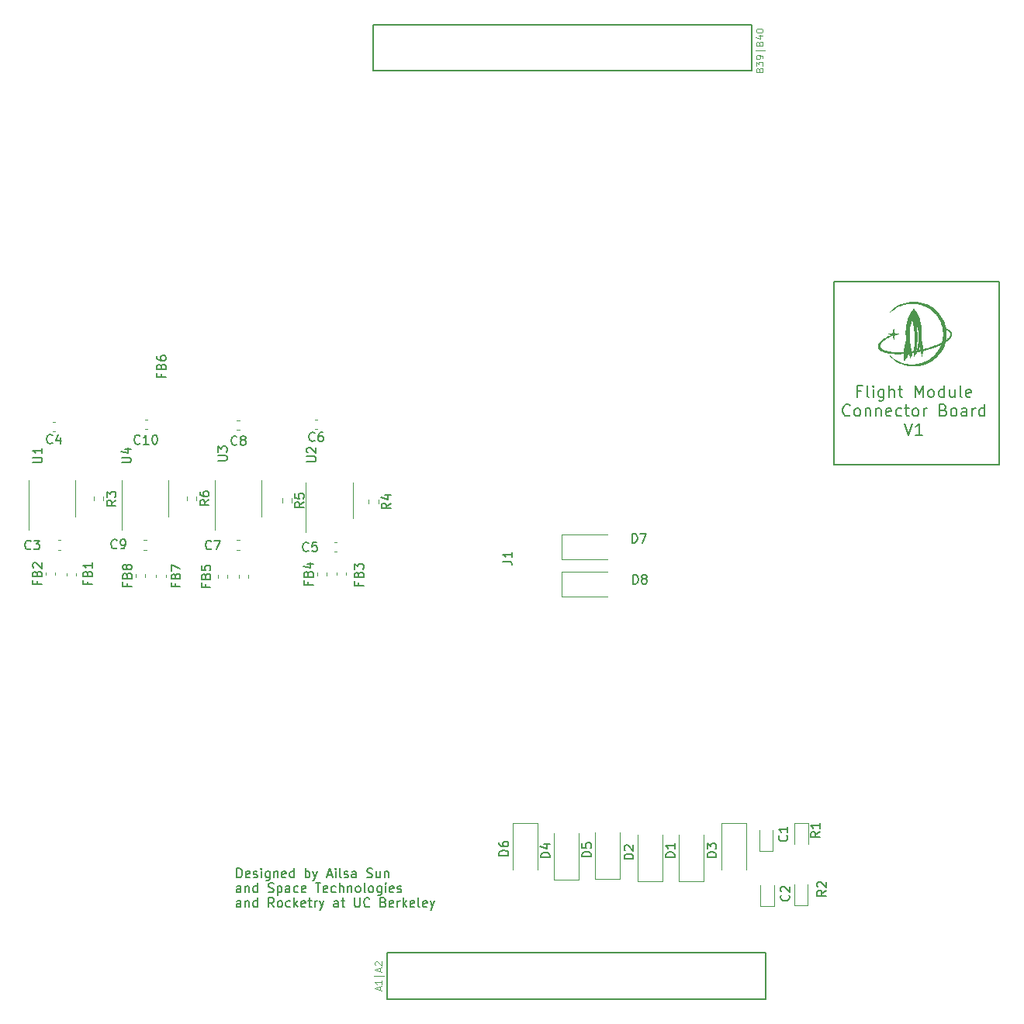
<source format=gbr>
%TF.GenerationSoftware,KiCad,Pcbnew,7.0.7*%
%TF.CreationDate,2024-02-25T12:29:16-08:00*%
%TF.ProjectId,Connector-board,436f6e6e-6563-4746-9f72-2d626f617264,rev?*%
%TF.SameCoordinates,Original*%
%TF.FileFunction,Legend,Top*%
%TF.FilePolarity,Positive*%
%FSLAX46Y46*%
G04 Gerber Fmt 4.6, Leading zero omitted, Abs format (unit mm)*
G04 Created by KiCad (PCBNEW 7.0.7) date 2024-02-25 12:29:16*
%MOMM*%
%LPD*%
G01*
G04 APERTURE LIST*
%ADD10C,0.150000*%
%ADD11C,0.084375*%
%ADD12C,0.120000*%
%ADD13C,0.010000*%
%ADD14C,0.127000*%
G04 APERTURE END LIST*
D10*
X203171000Y-82400000D02*
X221229000Y-82400000D01*
X221229000Y-102408000D01*
X203171000Y-102408000D01*
X203171000Y-82400000D01*
X138036779Y-147449819D02*
X138036779Y-146449819D01*
X138036779Y-146449819D02*
X138274874Y-146449819D01*
X138274874Y-146449819D02*
X138417731Y-146497438D01*
X138417731Y-146497438D02*
X138512969Y-146592676D01*
X138512969Y-146592676D02*
X138560588Y-146687914D01*
X138560588Y-146687914D02*
X138608207Y-146878390D01*
X138608207Y-146878390D02*
X138608207Y-147021247D01*
X138608207Y-147021247D02*
X138560588Y-147211723D01*
X138560588Y-147211723D02*
X138512969Y-147306961D01*
X138512969Y-147306961D02*
X138417731Y-147402200D01*
X138417731Y-147402200D02*
X138274874Y-147449819D01*
X138274874Y-147449819D02*
X138036779Y-147449819D01*
X139417731Y-147402200D02*
X139322493Y-147449819D01*
X139322493Y-147449819D02*
X139132017Y-147449819D01*
X139132017Y-147449819D02*
X139036779Y-147402200D01*
X139036779Y-147402200D02*
X138989160Y-147306961D01*
X138989160Y-147306961D02*
X138989160Y-146926009D01*
X138989160Y-146926009D02*
X139036779Y-146830771D01*
X139036779Y-146830771D02*
X139132017Y-146783152D01*
X139132017Y-146783152D02*
X139322493Y-146783152D01*
X139322493Y-146783152D02*
X139417731Y-146830771D01*
X139417731Y-146830771D02*
X139465350Y-146926009D01*
X139465350Y-146926009D02*
X139465350Y-147021247D01*
X139465350Y-147021247D02*
X138989160Y-147116485D01*
X139846303Y-147402200D02*
X139941541Y-147449819D01*
X139941541Y-147449819D02*
X140132017Y-147449819D01*
X140132017Y-147449819D02*
X140227255Y-147402200D01*
X140227255Y-147402200D02*
X140274874Y-147306961D01*
X140274874Y-147306961D02*
X140274874Y-147259342D01*
X140274874Y-147259342D02*
X140227255Y-147164104D01*
X140227255Y-147164104D02*
X140132017Y-147116485D01*
X140132017Y-147116485D02*
X139989160Y-147116485D01*
X139989160Y-147116485D02*
X139893922Y-147068866D01*
X139893922Y-147068866D02*
X139846303Y-146973628D01*
X139846303Y-146973628D02*
X139846303Y-146926009D01*
X139846303Y-146926009D02*
X139893922Y-146830771D01*
X139893922Y-146830771D02*
X139989160Y-146783152D01*
X139989160Y-146783152D02*
X140132017Y-146783152D01*
X140132017Y-146783152D02*
X140227255Y-146830771D01*
X140703446Y-147449819D02*
X140703446Y-146783152D01*
X140703446Y-146449819D02*
X140655827Y-146497438D01*
X140655827Y-146497438D02*
X140703446Y-146545057D01*
X140703446Y-146545057D02*
X140751065Y-146497438D01*
X140751065Y-146497438D02*
X140703446Y-146449819D01*
X140703446Y-146449819D02*
X140703446Y-146545057D01*
X141608207Y-146783152D02*
X141608207Y-147592676D01*
X141608207Y-147592676D02*
X141560588Y-147687914D01*
X141560588Y-147687914D02*
X141512969Y-147735533D01*
X141512969Y-147735533D02*
X141417731Y-147783152D01*
X141417731Y-147783152D02*
X141274874Y-147783152D01*
X141274874Y-147783152D02*
X141179636Y-147735533D01*
X141608207Y-147402200D02*
X141512969Y-147449819D01*
X141512969Y-147449819D02*
X141322493Y-147449819D01*
X141322493Y-147449819D02*
X141227255Y-147402200D01*
X141227255Y-147402200D02*
X141179636Y-147354580D01*
X141179636Y-147354580D02*
X141132017Y-147259342D01*
X141132017Y-147259342D02*
X141132017Y-146973628D01*
X141132017Y-146973628D02*
X141179636Y-146878390D01*
X141179636Y-146878390D02*
X141227255Y-146830771D01*
X141227255Y-146830771D02*
X141322493Y-146783152D01*
X141322493Y-146783152D02*
X141512969Y-146783152D01*
X141512969Y-146783152D02*
X141608207Y-146830771D01*
X142084398Y-146783152D02*
X142084398Y-147449819D01*
X142084398Y-146878390D02*
X142132017Y-146830771D01*
X142132017Y-146830771D02*
X142227255Y-146783152D01*
X142227255Y-146783152D02*
X142370112Y-146783152D01*
X142370112Y-146783152D02*
X142465350Y-146830771D01*
X142465350Y-146830771D02*
X142512969Y-146926009D01*
X142512969Y-146926009D02*
X142512969Y-147449819D01*
X143370112Y-147402200D02*
X143274874Y-147449819D01*
X143274874Y-147449819D02*
X143084398Y-147449819D01*
X143084398Y-147449819D02*
X142989160Y-147402200D01*
X142989160Y-147402200D02*
X142941541Y-147306961D01*
X142941541Y-147306961D02*
X142941541Y-146926009D01*
X142941541Y-146926009D02*
X142989160Y-146830771D01*
X142989160Y-146830771D02*
X143084398Y-146783152D01*
X143084398Y-146783152D02*
X143274874Y-146783152D01*
X143274874Y-146783152D02*
X143370112Y-146830771D01*
X143370112Y-146830771D02*
X143417731Y-146926009D01*
X143417731Y-146926009D02*
X143417731Y-147021247D01*
X143417731Y-147021247D02*
X142941541Y-147116485D01*
X144274874Y-147449819D02*
X144274874Y-146449819D01*
X144274874Y-147402200D02*
X144179636Y-147449819D01*
X144179636Y-147449819D02*
X143989160Y-147449819D01*
X143989160Y-147449819D02*
X143893922Y-147402200D01*
X143893922Y-147402200D02*
X143846303Y-147354580D01*
X143846303Y-147354580D02*
X143798684Y-147259342D01*
X143798684Y-147259342D02*
X143798684Y-146973628D01*
X143798684Y-146973628D02*
X143846303Y-146878390D01*
X143846303Y-146878390D02*
X143893922Y-146830771D01*
X143893922Y-146830771D02*
X143989160Y-146783152D01*
X143989160Y-146783152D02*
X144179636Y-146783152D01*
X144179636Y-146783152D02*
X144274874Y-146830771D01*
X145512970Y-147449819D02*
X145512970Y-146449819D01*
X145512970Y-146830771D02*
X145608208Y-146783152D01*
X145608208Y-146783152D02*
X145798684Y-146783152D01*
X145798684Y-146783152D02*
X145893922Y-146830771D01*
X145893922Y-146830771D02*
X145941541Y-146878390D01*
X145941541Y-146878390D02*
X145989160Y-146973628D01*
X145989160Y-146973628D02*
X145989160Y-147259342D01*
X145989160Y-147259342D02*
X145941541Y-147354580D01*
X145941541Y-147354580D02*
X145893922Y-147402200D01*
X145893922Y-147402200D02*
X145798684Y-147449819D01*
X145798684Y-147449819D02*
X145608208Y-147449819D01*
X145608208Y-147449819D02*
X145512970Y-147402200D01*
X146322494Y-146783152D02*
X146560589Y-147449819D01*
X146798684Y-146783152D02*
X146560589Y-147449819D01*
X146560589Y-147449819D02*
X146465351Y-147687914D01*
X146465351Y-147687914D02*
X146417732Y-147735533D01*
X146417732Y-147735533D02*
X146322494Y-147783152D01*
X147893923Y-147164104D02*
X148370113Y-147164104D01*
X147798685Y-147449819D02*
X148132018Y-146449819D01*
X148132018Y-146449819D02*
X148465351Y-147449819D01*
X148798685Y-147449819D02*
X148798685Y-146783152D01*
X148798685Y-146449819D02*
X148751066Y-146497438D01*
X148751066Y-146497438D02*
X148798685Y-146545057D01*
X148798685Y-146545057D02*
X148846304Y-146497438D01*
X148846304Y-146497438D02*
X148798685Y-146449819D01*
X148798685Y-146449819D02*
X148798685Y-146545057D01*
X149417732Y-147449819D02*
X149322494Y-147402200D01*
X149322494Y-147402200D02*
X149274875Y-147306961D01*
X149274875Y-147306961D02*
X149274875Y-146449819D01*
X149751066Y-147402200D02*
X149846304Y-147449819D01*
X149846304Y-147449819D02*
X150036780Y-147449819D01*
X150036780Y-147449819D02*
X150132018Y-147402200D01*
X150132018Y-147402200D02*
X150179637Y-147306961D01*
X150179637Y-147306961D02*
X150179637Y-147259342D01*
X150179637Y-147259342D02*
X150132018Y-147164104D01*
X150132018Y-147164104D02*
X150036780Y-147116485D01*
X150036780Y-147116485D02*
X149893923Y-147116485D01*
X149893923Y-147116485D02*
X149798685Y-147068866D01*
X149798685Y-147068866D02*
X149751066Y-146973628D01*
X149751066Y-146973628D02*
X149751066Y-146926009D01*
X149751066Y-146926009D02*
X149798685Y-146830771D01*
X149798685Y-146830771D02*
X149893923Y-146783152D01*
X149893923Y-146783152D02*
X150036780Y-146783152D01*
X150036780Y-146783152D02*
X150132018Y-146830771D01*
X151036780Y-147449819D02*
X151036780Y-146926009D01*
X151036780Y-146926009D02*
X150989161Y-146830771D01*
X150989161Y-146830771D02*
X150893923Y-146783152D01*
X150893923Y-146783152D02*
X150703447Y-146783152D01*
X150703447Y-146783152D02*
X150608209Y-146830771D01*
X151036780Y-147402200D02*
X150941542Y-147449819D01*
X150941542Y-147449819D02*
X150703447Y-147449819D01*
X150703447Y-147449819D02*
X150608209Y-147402200D01*
X150608209Y-147402200D02*
X150560590Y-147306961D01*
X150560590Y-147306961D02*
X150560590Y-147211723D01*
X150560590Y-147211723D02*
X150608209Y-147116485D01*
X150608209Y-147116485D02*
X150703447Y-147068866D01*
X150703447Y-147068866D02*
X150941542Y-147068866D01*
X150941542Y-147068866D02*
X151036780Y-147021247D01*
X152227257Y-147402200D02*
X152370114Y-147449819D01*
X152370114Y-147449819D02*
X152608209Y-147449819D01*
X152608209Y-147449819D02*
X152703447Y-147402200D01*
X152703447Y-147402200D02*
X152751066Y-147354580D01*
X152751066Y-147354580D02*
X152798685Y-147259342D01*
X152798685Y-147259342D02*
X152798685Y-147164104D01*
X152798685Y-147164104D02*
X152751066Y-147068866D01*
X152751066Y-147068866D02*
X152703447Y-147021247D01*
X152703447Y-147021247D02*
X152608209Y-146973628D01*
X152608209Y-146973628D02*
X152417733Y-146926009D01*
X152417733Y-146926009D02*
X152322495Y-146878390D01*
X152322495Y-146878390D02*
X152274876Y-146830771D01*
X152274876Y-146830771D02*
X152227257Y-146735533D01*
X152227257Y-146735533D02*
X152227257Y-146640295D01*
X152227257Y-146640295D02*
X152274876Y-146545057D01*
X152274876Y-146545057D02*
X152322495Y-146497438D01*
X152322495Y-146497438D02*
X152417733Y-146449819D01*
X152417733Y-146449819D02*
X152655828Y-146449819D01*
X152655828Y-146449819D02*
X152798685Y-146497438D01*
X153655828Y-146783152D02*
X153655828Y-147449819D01*
X153227257Y-146783152D02*
X153227257Y-147306961D01*
X153227257Y-147306961D02*
X153274876Y-147402200D01*
X153274876Y-147402200D02*
X153370114Y-147449819D01*
X153370114Y-147449819D02*
X153512971Y-147449819D01*
X153512971Y-147449819D02*
X153608209Y-147402200D01*
X153608209Y-147402200D02*
X153655828Y-147354580D01*
X154132019Y-146783152D02*
X154132019Y-147449819D01*
X154132019Y-146878390D02*
X154179638Y-146830771D01*
X154179638Y-146830771D02*
X154274876Y-146783152D01*
X154274876Y-146783152D02*
X154417733Y-146783152D01*
X154417733Y-146783152D02*
X154512971Y-146830771D01*
X154512971Y-146830771D02*
X154560590Y-146926009D01*
X154560590Y-146926009D02*
X154560590Y-147449819D01*
X138465350Y-149059819D02*
X138465350Y-148536009D01*
X138465350Y-148536009D02*
X138417731Y-148440771D01*
X138417731Y-148440771D02*
X138322493Y-148393152D01*
X138322493Y-148393152D02*
X138132017Y-148393152D01*
X138132017Y-148393152D02*
X138036779Y-148440771D01*
X138465350Y-149012200D02*
X138370112Y-149059819D01*
X138370112Y-149059819D02*
X138132017Y-149059819D01*
X138132017Y-149059819D02*
X138036779Y-149012200D01*
X138036779Y-149012200D02*
X137989160Y-148916961D01*
X137989160Y-148916961D02*
X137989160Y-148821723D01*
X137989160Y-148821723D02*
X138036779Y-148726485D01*
X138036779Y-148726485D02*
X138132017Y-148678866D01*
X138132017Y-148678866D02*
X138370112Y-148678866D01*
X138370112Y-148678866D02*
X138465350Y-148631247D01*
X138941541Y-148393152D02*
X138941541Y-149059819D01*
X138941541Y-148488390D02*
X138989160Y-148440771D01*
X138989160Y-148440771D02*
X139084398Y-148393152D01*
X139084398Y-148393152D02*
X139227255Y-148393152D01*
X139227255Y-148393152D02*
X139322493Y-148440771D01*
X139322493Y-148440771D02*
X139370112Y-148536009D01*
X139370112Y-148536009D02*
X139370112Y-149059819D01*
X140274874Y-149059819D02*
X140274874Y-148059819D01*
X140274874Y-149012200D02*
X140179636Y-149059819D01*
X140179636Y-149059819D02*
X139989160Y-149059819D01*
X139989160Y-149059819D02*
X139893922Y-149012200D01*
X139893922Y-149012200D02*
X139846303Y-148964580D01*
X139846303Y-148964580D02*
X139798684Y-148869342D01*
X139798684Y-148869342D02*
X139798684Y-148583628D01*
X139798684Y-148583628D02*
X139846303Y-148488390D01*
X139846303Y-148488390D02*
X139893922Y-148440771D01*
X139893922Y-148440771D02*
X139989160Y-148393152D01*
X139989160Y-148393152D02*
X140179636Y-148393152D01*
X140179636Y-148393152D02*
X140274874Y-148440771D01*
X141465351Y-149012200D02*
X141608208Y-149059819D01*
X141608208Y-149059819D02*
X141846303Y-149059819D01*
X141846303Y-149059819D02*
X141941541Y-149012200D01*
X141941541Y-149012200D02*
X141989160Y-148964580D01*
X141989160Y-148964580D02*
X142036779Y-148869342D01*
X142036779Y-148869342D02*
X142036779Y-148774104D01*
X142036779Y-148774104D02*
X141989160Y-148678866D01*
X141989160Y-148678866D02*
X141941541Y-148631247D01*
X141941541Y-148631247D02*
X141846303Y-148583628D01*
X141846303Y-148583628D02*
X141655827Y-148536009D01*
X141655827Y-148536009D02*
X141560589Y-148488390D01*
X141560589Y-148488390D02*
X141512970Y-148440771D01*
X141512970Y-148440771D02*
X141465351Y-148345533D01*
X141465351Y-148345533D02*
X141465351Y-148250295D01*
X141465351Y-148250295D02*
X141512970Y-148155057D01*
X141512970Y-148155057D02*
X141560589Y-148107438D01*
X141560589Y-148107438D02*
X141655827Y-148059819D01*
X141655827Y-148059819D02*
X141893922Y-148059819D01*
X141893922Y-148059819D02*
X142036779Y-148107438D01*
X142465351Y-148393152D02*
X142465351Y-149393152D01*
X142465351Y-148440771D02*
X142560589Y-148393152D01*
X142560589Y-148393152D02*
X142751065Y-148393152D01*
X142751065Y-148393152D02*
X142846303Y-148440771D01*
X142846303Y-148440771D02*
X142893922Y-148488390D01*
X142893922Y-148488390D02*
X142941541Y-148583628D01*
X142941541Y-148583628D02*
X142941541Y-148869342D01*
X142941541Y-148869342D02*
X142893922Y-148964580D01*
X142893922Y-148964580D02*
X142846303Y-149012200D01*
X142846303Y-149012200D02*
X142751065Y-149059819D01*
X142751065Y-149059819D02*
X142560589Y-149059819D01*
X142560589Y-149059819D02*
X142465351Y-149012200D01*
X143798684Y-149059819D02*
X143798684Y-148536009D01*
X143798684Y-148536009D02*
X143751065Y-148440771D01*
X143751065Y-148440771D02*
X143655827Y-148393152D01*
X143655827Y-148393152D02*
X143465351Y-148393152D01*
X143465351Y-148393152D02*
X143370113Y-148440771D01*
X143798684Y-149012200D02*
X143703446Y-149059819D01*
X143703446Y-149059819D02*
X143465351Y-149059819D01*
X143465351Y-149059819D02*
X143370113Y-149012200D01*
X143370113Y-149012200D02*
X143322494Y-148916961D01*
X143322494Y-148916961D02*
X143322494Y-148821723D01*
X143322494Y-148821723D02*
X143370113Y-148726485D01*
X143370113Y-148726485D02*
X143465351Y-148678866D01*
X143465351Y-148678866D02*
X143703446Y-148678866D01*
X143703446Y-148678866D02*
X143798684Y-148631247D01*
X144703446Y-149012200D02*
X144608208Y-149059819D01*
X144608208Y-149059819D02*
X144417732Y-149059819D01*
X144417732Y-149059819D02*
X144322494Y-149012200D01*
X144322494Y-149012200D02*
X144274875Y-148964580D01*
X144274875Y-148964580D02*
X144227256Y-148869342D01*
X144227256Y-148869342D02*
X144227256Y-148583628D01*
X144227256Y-148583628D02*
X144274875Y-148488390D01*
X144274875Y-148488390D02*
X144322494Y-148440771D01*
X144322494Y-148440771D02*
X144417732Y-148393152D01*
X144417732Y-148393152D02*
X144608208Y-148393152D01*
X144608208Y-148393152D02*
X144703446Y-148440771D01*
X145512970Y-149012200D02*
X145417732Y-149059819D01*
X145417732Y-149059819D02*
X145227256Y-149059819D01*
X145227256Y-149059819D02*
X145132018Y-149012200D01*
X145132018Y-149012200D02*
X145084399Y-148916961D01*
X145084399Y-148916961D02*
X145084399Y-148536009D01*
X145084399Y-148536009D02*
X145132018Y-148440771D01*
X145132018Y-148440771D02*
X145227256Y-148393152D01*
X145227256Y-148393152D02*
X145417732Y-148393152D01*
X145417732Y-148393152D02*
X145512970Y-148440771D01*
X145512970Y-148440771D02*
X145560589Y-148536009D01*
X145560589Y-148536009D02*
X145560589Y-148631247D01*
X145560589Y-148631247D02*
X145084399Y-148726485D01*
X146608209Y-148059819D02*
X147179637Y-148059819D01*
X146893923Y-149059819D02*
X146893923Y-148059819D01*
X147893923Y-149012200D02*
X147798685Y-149059819D01*
X147798685Y-149059819D02*
X147608209Y-149059819D01*
X147608209Y-149059819D02*
X147512971Y-149012200D01*
X147512971Y-149012200D02*
X147465352Y-148916961D01*
X147465352Y-148916961D02*
X147465352Y-148536009D01*
X147465352Y-148536009D02*
X147512971Y-148440771D01*
X147512971Y-148440771D02*
X147608209Y-148393152D01*
X147608209Y-148393152D02*
X147798685Y-148393152D01*
X147798685Y-148393152D02*
X147893923Y-148440771D01*
X147893923Y-148440771D02*
X147941542Y-148536009D01*
X147941542Y-148536009D02*
X147941542Y-148631247D01*
X147941542Y-148631247D02*
X147465352Y-148726485D01*
X148798685Y-149012200D02*
X148703447Y-149059819D01*
X148703447Y-149059819D02*
X148512971Y-149059819D01*
X148512971Y-149059819D02*
X148417733Y-149012200D01*
X148417733Y-149012200D02*
X148370114Y-148964580D01*
X148370114Y-148964580D02*
X148322495Y-148869342D01*
X148322495Y-148869342D02*
X148322495Y-148583628D01*
X148322495Y-148583628D02*
X148370114Y-148488390D01*
X148370114Y-148488390D02*
X148417733Y-148440771D01*
X148417733Y-148440771D02*
X148512971Y-148393152D01*
X148512971Y-148393152D02*
X148703447Y-148393152D01*
X148703447Y-148393152D02*
X148798685Y-148440771D01*
X149227257Y-149059819D02*
X149227257Y-148059819D01*
X149655828Y-149059819D02*
X149655828Y-148536009D01*
X149655828Y-148536009D02*
X149608209Y-148440771D01*
X149608209Y-148440771D02*
X149512971Y-148393152D01*
X149512971Y-148393152D02*
X149370114Y-148393152D01*
X149370114Y-148393152D02*
X149274876Y-148440771D01*
X149274876Y-148440771D02*
X149227257Y-148488390D01*
X150132019Y-148393152D02*
X150132019Y-149059819D01*
X150132019Y-148488390D02*
X150179638Y-148440771D01*
X150179638Y-148440771D02*
X150274876Y-148393152D01*
X150274876Y-148393152D02*
X150417733Y-148393152D01*
X150417733Y-148393152D02*
X150512971Y-148440771D01*
X150512971Y-148440771D02*
X150560590Y-148536009D01*
X150560590Y-148536009D02*
X150560590Y-149059819D01*
X151179638Y-149059819D02*
X151084400Y-149012200D01*
X151084400Y-149012200D02*
X151036781Y-148964580D01*
X151036781Y-148964580D02*
X150989162Y-148869342D01*
X150989162Y-148869342D02*
X150989162Y-148583628D01*
X150989162Y-148583628D02*
X151036781Y-148488390D01*
X151036781Y-148488390D02*
X151084400Y-148440771D01*
X151084400Y-148440771D02*
X151179638Y-148393152D01*
X151179638Y-148393152D02*
X151322495Y-148393152D01*
X151322495Y-148393152D02*
X151417733Y-148440771D01*
X151417733Y-148440771D02*
X151465352Y-148488390D01*
X151465352Y-148488390D02*
X151512971Y-148583628D01*
X151512971Y-148583628D02*
X151512971Y-148869342D01*
X151512971Y-148869342D02*
X151465352Y-148964580D01*
X151465352Y-148964580D02*
X151417733Y-149012200D01*
X151417733Y-149012200D02*
X151322495Y-149059819D01*
X151322495Y-149059819D02*
X151179638Y-149059819D01*
X152084400Y-149059819D02*
X151989162Y-149012200D01*
X151989162Y-149012200D02*
X151941543Y-148916961D01*
X151941543Y-148916961D02*
X151941543Y-148059819D01*
X152608210Y-149059819D02*
X152512972Y-149012200D01*
X152512972Y-149012200D02*
X152465353Y-148964580D01*
X152465353Y-148964580D02*
X152417734Y-148869342D01*
X152417734Y-148869342D02*
X152417734Y-148583628D01*
X152417734Y-148583628D02*
X152465353Y-148488390D01*
X152465353Y-148488390D02*
X152512972Y-148440771D01*
X152512972Y-148440771D02*
X152608210Y-148393152D01*
X152608210Y-148393152D02*
X152751067Y-148393152D01*
X152751067Y-148393152D02*
X152846305Y-148440771D01*
X152846305Y-148440771D02*
X152893924Y-148488390D01*
X152893924Y-148488390D02*
X152941543Y-148583628D01*
X152941543Y-148583628D02*
X152941543Y-148869342D01*
X152941543Y-148869342D02*
X152893924Y-148964580D01*
X152893924Y-148964580D02*
X152846305Y-149012200D01*
X152846305Y-149012200D02*
X152751067Y-149059819D01*
X152751067Y-149059819D02*
X152608210Y-149059819D01*
X153798686Y-148393152D02*
X153798686Y-149202676D01*
X153798686Y-149202676D02*
X153751067Y-149297914D01*
X153751067Y-149297914D02*
X153703448Y-149345533D01*
X153703448Y-149345533D02*
X153608210Y-149393152D01*
X153608210Y-149393152D02*
X153465353Y-149393152D01*
X153465353Y-149393152D02*
X153370115Y-149345533D01*
X153798686Y-149012200D02*
X153703448Y-149059819D01*
X153703448Y-149059819D02*
X153512972Y-149059819D01*
X153512972Y-149059819D02*
X153417734Y-149012200D01*
X153417734Y-149012200D02*
X153370115Y-148964580D01*
X153370115Y-148964580D02*
X153322496Y-148869342D01*
X153322496Y-148869342D02*
X153322496Y-148583628D01*
X153322496Y-148583628D02*
X153370115Y-148488390D01*
X153370115Y-148488390D02*
X153417734Y-148440771D01*
X153417734Y-148440771D02*
X153512972Y-148393152D01*
X153512972Y-148393152D02*
X153703448Y-148393152D01*
X153703448Y-148393152D02*
X153798686Y-148440771D01*
X154274877Y-149059819D02*
X154274877Y-148393152D01*
X154274877Y-148059819D02*
X154227258Y-148107438D01*
X154227258Y-148107438D02*
X154274877Y-148155057D01*
X154274877Y-148155057D02*
X154322496Y-148107438D01*
X154322496Y-148107438D02*
X154274877Y-148059819D01*
X154274877Y-148059819D02*
X154274877Y-148155057D01*
X155132019Y-149012200D02*
X155036781Y-149059819D01*
X155036781Y-149059819D02*
X154846305Y-149059819D01*
X154846305Y-149059819D02*
X154751067Y-149012200D01*
X154751067Y-149012200D02*
X154703448Y-148916961D01*
X154703448Y-148916961D02*
X154703448Y-148536009D01*
X154703448Y-148536009D02*
X154751067Y-148440771D01*
X154751067Y-148440771D02*
X154846305Y-148393152D01*
X154846305Y-148393152D02*
X155036781Y-148393152D01*
X155036781Y-148393152D02*
X155132019Y-148440771D01*
X155132019Y-148440771D02*
X155179638Y-148536009D01*
X155179638Y-148536009D02*
X155179638Y-148631247D01*
X155179638Y-148631247D02*
X154703448Y-148726485D01*
X155560591Y-149012200D02*
X155655829Y-149059819D01*
X155655829Y-149059819D02*
X155846305Y-149059819D01*
X155846305Y-149059819D02*
X155941543Y-149012200D01*
X155941543Y-149012200D02*
X155989162Y-148916961D01*
X155989162Y-148916961D02*
X155989162Y-148869342D01*
X155989162Y-148869342D02*
X155941543Y-148774104D01*
X155941543Y-148774104D02*
X155846305Y-148726485D01*
X155846305Y-148726485D02*
X155703448Y-148726485D01*
X155703448Y-148726485D02*
X155608210Y-148678866D01*
X155608210Y-148678866D02*
X155560591Y-148583628D01*
X155560591Y-148583628D02*
X155560591Y-148536009D01*
X155560591Y-148536009D02*
X155608210Y-148440771D01*
X155608210Y-148440771D02*
X155703448Y-148393152D01*
X155703448Y-148393152D02*
X155846305Y-148393152D01*
X155846305Y-148393152D02*
X155941543Y-148440771D01*
X138465350Y-150669819D02*
X138465350Y-150146009D01*
X138465350Y-150146009D02*
X138417731Y-150050771D01*
X138417731Y-150050771D02*
X138322493Y-150003152D01*
X138322493Y-150003152D02*
X138132017Y-150003152D01*
X138132017Y-150003152D02*
X138036779Y-150050771D01*
X138465350Y-150622200D02*
X138370112Y-150669819D01*
X138370112Y-150669819D02*
X138132017Y-150669819D01*
X138132017Y-150669819D02*
X138036779Y-150622200D01*
X138036779Y-150622200D02*
X137989160Y-150526961D01*
X137989160Y-150526961D02*
X137989160Y-150431723D01*
X137989160Y-150431723D02*
X138036779Y-150336485D01*
X138036779Y-150336485D02*
X138132017Y-150288866D01*
X138132017Y-150288866D02*
X138370112Y-150288866D01*
X138370112Y-150288866D02*
X138465350Y-150241247D01*
X138941541Y-150003152D02*
X138941541Y-150669819D01*
X138941541Y-150098390D02*
X138989160Y-150050771D01*
X138989160Y-150050771D02*
X139084398Y-150003152D01*
X139084398Y-150003152D02*
X139227255Y-150003152D01*
X139227255Y-150003152D02*
X139322493Y-150050771D01*
X139322493Y-150050771D02*
X139370112Y-150146009D01*
X139370112Y-150146009D02*
X139370112Y-150669819D01*
X140274874Y-150669819D02*
X140274874Y-149669819D01*
X140274874Y-150622200D02*
X140179636Y-150669819D01*
X140179636Y-150669819D02*
X139989160Y-150669819D01*
X139989160Y-150669819D02*
X139893922Y-150622200D01*
X139893922Y-150622200D02*
X139846303Y-150574580D01*
X139846303Y-150574580D02*
X139798684Y-150479342D01*
X139798684Y-150479342D02*
X139798684Y-150193628D01*
X139798684Y-150193628D02*
X139846303Y-150098390D01*
X139846303Y-150098390D02*
X139893922Y-150050771D01*
X139893922Y-150050771D02*
X139989160Y-150003152D01*
X139989160Y-150003152D02*
X140179636Y-150003152D01*
X140179636Y-150003152D02*
X140274874Y-150050771D01*
X142084398Y-150669819D02*
X141751065Y-150193628D01*
X141512970Y-150669819D02*
X141512970Y-149669819D01*
X141512970Y-149669819D02*
X141893922Y-149669819D01*
X141893922Y-149669819D02*
X141989160Y-149717438D01*
X141989160Y-149717438D02*
X142036779Y-149765057D01*
X142036779Y-149765057D02*
X142084398Y-149860295D01*
X142084398Y-149860295D02*
X142084398Y-150003152D01*
X142084398Y-150003152D02*
X142036779Y-150098390D01*
X142036779Y-150098390D02*
X141989160Y-150146009D01*
X141989160Y-150146009D02*
X141893922Y-150193628D01*
X141893922Y-150193628D02*
X141512970Y-150193628D01*
X142655827Y-150669819D02*
X142560589Y-150622200D01*
X142560589Y-150622200D02*
X142512970Y-150574580D01*
X142512970Y-150574580D02*
X142465351Y-150479342D01*
X142465351Y-150479342D02*
X142465351Y-150193628D01*
X142465351Y-150193628D02*
X142512970Y-150098390D01*
X142512970Y-150098390D02*
X142560589Y-150050771D01*
X142560589Y-150050771D02*
X142655827Y-150003152D01*
X142655827Y-150003152D02*
X142798684Y-150003152D01*
X142798684Y-150003152D02*
X142893922Y-150050771D01*
X142893922Y-150050771D02*
X142941541Y-150098390D01*
X142941541Y-150098390D02*
X142989160Y-150193628D01*
X142989160Y-150193628D02*
X142989160Y-150479342D01*
X142989160Y-150479342D02*
X142941541Y-150574580D01*
X142941541Y-150574580D02*
X142893922Y-150622200D01*
X142893922Y-150622200D02*
X142798684Y-150669819D01*
X142798684Y-150669819D02*
X142655827Y-150669819D01*
X143846303Y-150622200D02*
X143751065Y-150669819D01*
X143751065Y-150669819D02*
X143560589Y-150669819D01*
X143560589Y-150669819D02*
X143465351Y-150622200D01*
X143465351Y-150622200D02*
X143417732Y-150574580D01*
X143417732Y-150574580D02*
X143370113Y-150479342D01*
X143370113Y-150479342D02*
X143370113Y-150193628D01*
X143370113Y-150193628D02*
X143417732Y-150098390D01*
X143417732Y-150098390D02*
X143465351Y-150050771D01*
X143465351Y-150050771D02*
X143560589Y-150003152D01*
X143560589Y-150003152D02*
X143751065Y-150003152D01*
X143751065Y-150003152D02*
X143846303Y-150050771D01*
X144274875Y-150669819D02*
X144274875Y-149669819D01*
X144370113Y-150288866D02*
X144655827Y-150669819D01*
X144655827Y-150003152D02*
X144274875Y-150384104D01*
X145465351Y-150622200D02*
X145370113Y-150669819D01*
X145370113Y-150669819D02*
X145179637Y-150669819D01*
X145179637Y-150669819D02*
X145084399Y-150622200D01*
X145084399Y-150622200D02*
X145036780Y-150526961D01*
X145036780Y-150526961D02*
X145036780Y-150146009D01*
X145036780Y-150146009D02*
X145084399Y-150050771D01*
X145084399Y-150050771D02*
X145179637Y-150003152D01*
X145179637Y-150003152D02*
X145370113Y-150003152D01*
X145370113Y-150003152D02*
X145465351Y-150050771D01*
X145465351Y-150050771D02*
X145512970Y-150146009D01*
X145512970Y-150146009D02*
X145512970Y-150241247D01*
X145512970Y-150241247D02*
X145036780Y-150336485D01*
X145798685Y-150003152D02*
X146179637Y-150003152D01*
X145941542Y-149669819D02*
X145941542Y-150526961D01*
X145941542Y-150526961D02*
X145989161Y-150622200D01*
X145989161Y-150622200D02*
X146084399Y-150669819D01*
X146084399Y-150669819D02*
X146179637Y-150669819D01*
X146512971Y-150669819D02*
X146512971Y-150003152D01*
X146512971Y-150193628D02*
X146560590Y-150098390D01*
X146560590Y-150098390D02*
X146608209Y-150050771D01*
X146608209Y-150050771D02*
X146703447Y-150003152D01*
X146703447Y-150003152D02*
X146798685Y-150003152D01*
X147036781Y-150003152D02*
X147274876Y-150669819D01*
X147512971Y-150003152D02*
X147274876Y-150669819D01*
X147274876Y-150669819D02*
X147179638Y-150907914D01*
X147179638Y-150907914D02*
X147132019Y-150955533D01*
X147132019Y-150955533D02*
X147036781Y-151003152D01*
X149084400Y-150669819D02*
X149084400Y-150146009D01*
X149084400Y-150146009D02*
X149036781Y-150050771D01*
X149036781Y-150050771D02*
X148941543Y-150003152D01*
X148941543Y-150003152D02*
X148751067Y-150003152D01*
X148751067Y-150003152D02*
X148655829Y-150050771D01*
X149084400Y-150622200D02*
X148989162Y-150669819D01*
X148989162Y-150669819D02*
X148751067Y-150669819D01*
X148751067Y-150669819D02*
X148655829Y-150622200D01*
X148655829Y-150622200D02*
X148608210Y-150526961D01*
X148608210Y-150526961D02*
X148608210Y-150431723D01*
X148608210Y-150431723D02*
X148655829Y-150336485D01*
X148655829Y-150336485D02*
X148751067Y-150288866D01*
X148751067Y-150288866D02*
X148989162Y-150288866D01*
X148989162Y-150288866D02*
X149084400Y-150241247D01*
X149417734Y-150003152D02*
X149798686Y-150003152D01*
X149560591Y-149669819D02*
X149560591Y-150526961D01*
X149560591Y-150526961D02*
X149608210Y-150622200D01*
X149608210Y-150622200D02*
X149703448Y-150669819D01*
X149703448Y-150669819D02*
X149798686Y-150669819D01*
X150893925Y-149669819D02*
X150893925Y-150479342D01*
X150893925Y-150479342D02*
X150941544Y-150574580D01*
X150941544Y-150574580D02*
X150989163Y-150622200D01*
X150989163Y-150622200D02*
X151084401Y-150669819D01*
X151084401Y-150669819D02*
X151274877Y-150669819D01*
X151274877Y-150669819D02*
X151370115Y-150622200D01*
X151370115Y-150622200D02*
X151417734Y-150574580D01*
X151417734Y-150574580D02*
X151465353Y-150479342D01*
X151465353Y-150479342D02*
X151465353Y-149669819D01*
X152512972Y-150574580D02*
X152465353Y-150622200D01*
X152465353Y-150622200D02*
X152322496Y-150669819D01*
X152322496Y-150669819D02*
X152227258Y-150669819D01*
X152227258Y-150669819D02*
X152084401Y-150622200D01*
X152084401Y-150622200D02*
X151989163Y-150526961D01*
X151989163Y-150526961D02*
X151941544Y-150431723D01*
X151941544Y-150431723D02*
X151893925Y-150241247D01*
X151893925Y-150241247D02*
X151893925Y-150098390D01*
X151893925Y-150098390D02*
X151941544Y-149907914D01*
X151941544Y-149907914D02*
X151989163Y-149812676D01*
X151989163Y-149812676D02*
X152084401Y-149717438D01*
X152084401Y-149717438D02*
X152227258Y-149669819D01*
X152227258Y-149669819D02*
X152322496Y-149669819D01*
X152322496Y-149669819D02*
X152465353Y-149717438D01*
X152465353Y-149717438D02*
X152512972Y-149765057D01*
X154036782Y-150146009D02*
X154179639Y-150193628D01*
X154179639Y-150193628D02*
X154227258Y-150241247D01*
X154227258Y-150241247D02*
X154274877Y-150336485D01*
X154274877Y-150336485D02*
X154274877Y-150479342D01*
X154274877Y-150479342D02*
X154227258Y-150574580D01*
X154227258Y-150574580D02*
X154179639Y-150622200D01*
X154179639Y-150622200D02*
X154084401Y-150669819D01*
X154084401Y-150669819D02*
X153703449Y-150669819D01*
X153703449Y-150669819D02*
X153703449Y-149669819D01*
X153703449Y-149669819D02*
X154036782Y-149669819D01*
X154036782Y-149669819D02*
X154132020Y-149717438D01*
X154132020Y-149717438D02*
X154179639Y-149765057D01*
X154179639Y-149765057D02*
X154227258Y-149860295D01*
X154227258Y-149860295D02*
X154227258Y-149955533D01*
X154227258Y-149955533D02*
X154179639Y-150050771D01*
X154179639Y-150050771D02*
X154132020Y-150098390D01*
X154132020Y-150098390D02*
X154036782Y-150146009D01*
X154036782Y-150146009D02*
X153703449Y-150146009D01*
X155084401Y-150622200D02*
X154989163Y-150669819D01*
X154989163Y-150669819D02*
X154798687Y-150669819D01*
X154798687Y-150669819D02*
X154703449Y-150622200D01*
X154703449Y-150622200D02*
X154655830Y-150526961D01*
X154655830Y-150526961D02*
X154655830Y-150146009D01*
X154655830Y-150146009D02*
X154703449Y-150050771D01*
X154703449Y-150050771D02*
X154798687Y-150003152D01*
X154798687Y-150003152D02*
X154989163Y-150003152D01*
X154989163Y-150003152D02*
X155084401Y-150050771D01*
X155084401Y-150050771D02*
X155132020Y-150146009D01*
X155132020Y-150146009D02*
X155132020Y-150241247D01*
X155132020Y-150241247D02*
X154655830Y-150336485D01*
X155560592Y-150669819D02*
X155560592Y-150003152D01*
X155560592Y-150193628D02*
X155608211Y-150098390D01*
X155608211Y-150098390D02*
X155655830Y-150050771D01*
X155655830Y-150050771D02*
X155751068Y-150003152D01*
X155751068Y-150003152D02*
X155846306Y-150003152D01*
X156179640Y-150669819D02*
X156179640Y-149669819D01*
X156274878Y-150288866D02*
X156560592Y-150669819D01*
X156560592Y-150003152D02*
X156179640Y-150384104D01*
X157370116Y-150622200D02*
X157274878Y-150669819D01*
X157274878Y-150669819D02*
X157084402Y-150669819D01*
X157084402Y-150669819D02*
X156989164Y-150622200D01*
X156989164Y-150622200D02*
X156941545Y-150526961D01*
X156941545Y-150526961D02*
X156941545Y-150146009D01*
X156941545Y-150146009D02*
X156989164Y-150050771D01*
X156989164Y-150050771D02*
X157084402Y-150003152D01*
X157084402Y-150003152D02*
X157274878Y-150003152D01*
X157274878Y-150003152D02*
X157370116Y-150050771D01*
X157370116Y-150050771D02*
X157417735Y-150146009D01*
X157417735Y-150146009D02*
X157417735Y-150241247D01*
X157417735Y-150241247D02*
X156941545Y-150336485D01*
X157989164Y-150669819D02*
X157893926Y-150622200D01*
X157893926Y-150622200D02*
X157846307Y-150526961D01*
X157846307Y-150526961D02*
X157846307Y-149669819D01*
X158751069Y-150622200D02*
X158655831Y-150669819D01*
X158655831Y-150669819D02*
X158465355Y-150669819D01*
X158465355Y-150669819D02*
X158370117Y-150622200D01*
X158370117Y-150622200D02*
X158322498Y-150526961D01*
X158322498Y-150526961D02*
X158322498Y-150146009D01*
X158322498Y-150146009D02*
X158370117Y-150050771D01*
X158370117Y-150050771D02*
X158465355Y-150003152D01*
X158465355Y-150003152D02*
X158655831Y-150003152D01*
X158655831Y-150003152D02*
X158751069Y-150050771D01*
X158751069Y-150050771D02*
X158798688Y-150146009D01*
X158798688Y-150146009D02*
X158798688Y-150241247D01*
X158798688Y-150241247D02*
X158322498Y-150336485D01*
X159132022Y-150003152D02*
X159370117Y-150669819D01*
X159608212Y-150003152D02*
X159370117Y-150669819D01*
X159370117Y-150669819D02*
X159274879Y-150907914D01*
X159274879Y-150907914D02*
X159227260Y-150955533D01*
X159227260Y-150955533D02*
X159132022Y-151003152D01*
X206148323Y-94377188D02*
X205724989Y-94377188D01*
X205724989Y-95042426D02*
X205724989Y-93772426D01*
X205724989Y-93772426D02*
X206329751Y-93772426D01*
X206994989Y-95042426D02*
X206874037Y-94981950D01*
X206874037Y-94981950D02*
X206813560Y-94860997D01*
X206813560Y-94860997D02*
X206813560Y-93772426D01*
X207478798Y-95042426D02*
X207478798Y-94195759D01*
X207478798Y-93772426D02*
X207418322Y-93832902D01*
X207418322Y-93832902D02*
X207478798Y-93893378D01*
X207478798Y-93893378D02*
X207539275Y-93832902D01*
X207539275Y-93832902D02*
X207478798Y-93772426D01*
X207478798Y-93772426D02*
X207478798Y-93893378D01*
X208627846Y-94195759D02*
X208627846Y-95223854D01*
X208627846Y-95223854D02*
X208567370Y-95344807D01*
X208567370Y-95344807D02*
X208506894Y-95405283D01*
X208506894Y-95405283D02*
X208385941Y-95465759D01*
X208385941Y-95465759D02*
X208204513Y-95465759D01*
X208204513Y-95465759D02*
X208083560Y-95405283D01*
X208627846Y-94981950D02*
X208506894Y-95042426D01*
X208506894Y-95042426D02*
X208264989Y-95042426D01*
X208264989Y-95042426D02*
X208144037Y-94981950D01*
X208144037Y-94981950D02*
X208083560Y-94921473D01*
X208083560Y-94921473D02*
X208023084Y-94800521D01*
X208023084Y-94800521D02*
X208023084Y-94437664D01*
X208023084Y-94437664D02*
X208083560Y-94316711D01*
X208083560Y-94316711D02*
X208144037Y-94256235D01*
X208144037Y-94256235D02*
X208264989Y-94195759D01*
X208264989Y-94195759D02*
X208506894Y-94195759D01*
X208506894Y-94195759D02*
X208627846Y-94256235D01*
X209232608Y-95042426D02*
X209232608Y-93772426D01*
X209776894Y-95042426D02*
X209776894Y-94377188D01*
X209776894Y-94377188D02*
X209716418Y-94256235D01*
X209716418Y-94256235D02*
X209595466Y-94195759D01*
X209595466Y-94195759D02*
X209414037Y-94195759D01*
X209414037Y-94195759D02*
X209293085Y-94256235D01*
X209293085Y-94256235D02*
X209232608Y-94316711D01*
X210200228Y-94195759D02*
X210684037Y-94195759D01*
X210381656Y-93772426D02*
X210381656Y-94860997D01*
X210381656Y-94860997D02*
X210442133Y-94981950D01*
X210442133Y-94981950D02*
X210563085Y-95042426D01*
X210563085Y-95042426D02*
X210684037Y-95042426D01*
X212074989Y-95042426D02*
X212074989Y-93772426D01*
X212074989Y-93772426D02*
X212498323Y-94679569D01*
X212498323Y-94679569D02*
X212921656Y-93772426D01*
X212921656Y-93772426D02*
X212921656Y-95042426D01*
X213707847Y-95042426D02*
X213586895Y-94981950D01*
X213586895Y-94981950D02*
X213526418Y-94921473D01*
X213526418Y-94921473D02*
X213465942Y-94800521D01*
X213465942Y-94800521D02*
X213465942Y-94437664D01*
X213465942Y-94437664D02*
X213526418Y-94316711D01*
X213526418Y-94316711D02*
X213586895Y-94256235D01*
X213586895Y-94256235D02*
X213707847Y-94195759D01*
X213707847Y-94195759D02*
X213889276Y-94195759D01*
X213889276Y-94195759D02*
X214010228Y-94256235D01*
X214010228Y-94256235D02*
X214070704Y-94316711D01*
X214070704Y-94316711D02*
X214131180Y-94437664D01*
X214131180Y-94437664D02*
X214131180Y-94800521D01*
X214131180Y-94800521D02*
X214070704Y-94921473D01*
X214070704Y-94921473D02*
X214010228Y-94981950D01*
X214010228Y-94981950D02*
X213889276Y-95042426D01*
X213889276Y-95042426D02*
X213707847Y-95042426D01*
X215219752Y-95042426D02*
X215219752Y-93772426D01*
X215219752Y-94981950D02*
X215098800Y-95042426D01*
X215098800Y-95042426D02*
X214856895Y-95042426D01*
X214856895Y-95042426D02*
X214735943Y-94981950D01*
X214735943Y-94981950D02*
X214675466Y-94921473D01*
X214675466Y-94921473D02*
X214614990Y-94800521D01*
X214614990Y-94800521D02*
X214614990Y-94437664D01*
X214614990Y-94437664D02*
X214675466Y-94316711D01*
X214675466Y-94316711D02*
X214735943Y-94256235D01*
X214735943Y-94256235D02*
X214856895Y-94195759D01*
X214856895Y-94195759D02*
X215098800Y-94195759D01*
X215098800Y-94195759D02*
X215219752Y-94256235D01*
X216368800Y-94195759D02*
X216368800Y-95042426D01*
X215824514Y-94195759D02*
X215824514Y-94860997D01*
X215824514Y-94860997D02*
X215884991Y-94981950D01*
X215884991Y-94981950D02*
X216005943Y-95042426D01*
X216005943Y-95042426D02*
X216187372Y-95042426D01*
X216187372Y-95042426D02*
X216308324Y-94981950D01*
X216308324Y-94981950D02*
X216368800Y-94921473D01*
X217154991Y-95042426D02*
X217034039Y-94981950D01*
X217034039Y-94981950D02*
X216973562Y-94860997D01*
X216973562Y-94860997D02*
X216973562Y-93772426D01*
X218122610Y-94981950D02*
X218001658Y-95042426D01*
X218001658Y-95042426D02*
X217759753Y-95042426D01*
X217759753Y-95042426D02*
X217638800Y-94981950D01*
X217638800Y-94981950D02*
X217578324Y-94860997D01*
X217578324Y-94860997D02*
X217578324Y-94377188D01*
X217578324Y-94377188D02*
X217638800Y-94256235D01*
X217638800Y-94256235D02*
X217759753Y-94195759D01*
X217759753Y-94195759D02*
X218001658Y-94195759D01*
X218001658Y-94195759D02*
X218122610Y-94256235D01*
X218122610Y-94256235D02*
X218183086Y-94377188D01*
X218183086Y-94377188D02*
X218183086Y-94498140D01*
X218183086Y-94498140D02*
X217578324Y-94619092D01*
X204938800Y-96966173D02*
X204878324Y-97026650D01*
X204878324Y-97026650D02*
X204696895Y-97087126D01*
X204696895Y-97087126D02*
X204575943Y-97087126D01*
X204575943Y-97087126D02*
X204394514Y-97026650D01*
X204394514Y-97026650D02*
X204273562Y-96905697D01*
X204273562Y-96905697D02*
X204213085Y-96784745D01*
X204213085Y-96784745D02*
X204152609Y-96542840D01*
X204152609Y-96542840D02*
X204152609Y-96361411D01*
X204152609Y-96361411D02*
X204213085Y-96119507D01*
X204213085Y-96119507D02*
X204273562Y-95998554D01*
X204273562Y-95998554D02*
X204394514Y-95877602D01*
X204394514Y-95877602D02*
X204575943Y-95817126D01*
X204575943Y-95817126D02*
X204696895Y-95817126D01*
X204696895Y-95817126D02*
X204878324Y-95877602D01*
X204878324Y-95877602D02*
X204938800Y-95938078D01*
X205664514Y-97087126D02*
X205543562Y-97026650D01*
X205543562Y-97026650D02*
X205483085Y-96966173D01*
X205483085Y-96966173D02*
X205422609Y-96845221D01*
X205422609Y-96845221D02*
X205422609Y-96482364D01*
X205422609Y-96482364D02*
X205483085Y-96361411D01*
X205483085Y-96361411D02*
X205543562Y-96300935D01*
X205543562Y-96300935D02*
X205664514Y-96240459D01*
X205664514Y-96240459D02*
X205845943Y-96240459D01*
X205845943Y-96240459D02*
X205966895Y-96300935D01*
X205966895Y-96300935D02*
X206027371Y-96361411D01*
X206027371Y-96361411D02*
X206087847Y-96482364D01*
X206087847Y-96482364D02*
X206087847Y-96845221D01*
X206087847Y-96845221D02*
X206027371Y-96966173D01*
X206027371Y-96966173D02*
X205966895Y-97026650D01*
X205966895Y-97026650D02*
X205845943Y-97087126D01*
X205845943Y-97087126D02*
X205664514Y-97087126D01*
X206632133Y-96240459D02*
X206632133Y-97087126D01*
X206632133Y-96361411D02*
X206692610Y-96300935D01*
X206692610Y-96300935D02*
X206813562Y-96240459D01*
X206813562Y-96240459D02*
X206994991Y-96240459D01*
X206994991Y-96240459D02*
X207115943Y-96300935D01*
X207115943Y-96300935D02*
X207176419Y-96421888D01*
X207176419Y-96421888D02*
X207176419Y-97087126D01*
X207781181Y-96240459D02*
X207781181Y-97087126D01*
X207781181Y-96361411D02*
X207841658Y-96300935D01*
X207841658Y-96300935D02*
X207962610Y-96240459D01*
X207962610Y-96240459D02*
X208144039Y-96240459D01*
X208144039Y-96240459D02*
X208264991Y-96300935D01*
X208264991Y-96300935D02*
X208325467Y-96421888D01*
X208325467Y-96421888D02*
X208325467Y-97087126D01*
X209414039Y-97026650D02*
X209293087Y-97087126D01*
X209293087Y-97087126D02*
X209051182Y-97087126D01*
X209051182Y-97087126D02*
X208930229Y-97026650D01*
X208930229Y-97026650D02*
X208869753Y-96905697D01*
X208869753Y-96905697D02*
X208869753Y-96421888D01*
X208869753Y-96421888D02*
X208930229Y-96300935D01*
X208930229Y-96300935D02*
X209051182Y-96240459D01*
X209051182Y-96240459D02*
X209293087Y-96240459D01*
X209293087Y-96240459D02*
X209414039Y-96300935D01*
X209414039Y-96300935D02*
X209474515Y-96421888D01*
X209474515Y-96421888D02*
X209474515Y-96542840D01*
X209474515Y-96542840D02*
X208869753Y-96663792D01*
X210563086Y-97026650D02*
X210442134Y-97087126D01*
X210442134Y-97087126D02*
X210200229Y-97087126D01*
X210200229Y-97087126D02*
X210079277Y-97026650D01*
X210079277Y-97026650D02*
X210018800Y-96966173D01*
X210018800Y-96966173D02*
X209958324Y-96845221D01*
X209958324Y-96845221D02*
X209958324Y-96482364D01*
X209958324Y-96482364D02*
X210018800Y-96361411D01*
X210018800Y-96361411D02*
X210079277Y-96300935D01*
X210079277Y-96300935D02*
X210200229Y-96240459D01*
X210200229Y-96240459D02*
X210442134Y-96240459D01*
X210442134Y-96240459D02*
X210563086Y-96300935D01*
X210925943Y-96240459D02*
X211409752Y-96240459D01*
X211107371Y-95817126D02*
X211107371Y-96905697D01*
X211107371Y-96905697D02*
X211167848Y-97026650D01*
X211167848Y-97026650D02*
X211288800Y-97087126D01*
X211288800Y-97087126D02*
X211409752Y-97087126D01*
X212014514Y-97087126D02*
X211893562Y-97026650D01*
X211893562Y-97026650D02*
X211833085Y-96966173D01*
X211833085Y-96966173D02*
X211772609Y-96845221D01*
X211772609Y-96845221D02*
X211772609Y-96482364D01*
X211772609Y-96482364D02*
X211833085Y-96361411D01*
X211833085Y-96361411D02*
X211893562Y-96300935D01*
X211893562Y-96300935D02*
X212014514Y-96240459D01*
X212014514Y-96240459D02*
X212195943Y-96240459D01*
X212195943Y-96240459D02*
X212316895Y-96300935D01*
X212316895Y-96300935D02*
X212377371Y-96361411D01*
X212377371Y-96361411D02*
X212437847Y-96482364D01*
X212437847Y-96482364D02*
X212437847Y-96845221D01*
X212437847Y-96845221D02*
X212377371Y-96966173D01*
X212377371Y-96966173D02*
X212316895Y-97026650D01*
X212316895Y-97026650D02*
X212195943Y-97087126D01*
X212195943Y-97087126D02*
X212014514Y-97087126D01*
X212982133Y-97087126D02*
X212982133Y-96240459D01*
X212982133Y-96482364D02*
X213042610Y-96361411D01*
X213042610Y-96361411D02*
X213103086Y-96300935D01*
X213103086Y-96300935D02*
X213224038Y-96240459D01*
X213224038Y-96240459D02*
X213344991Y-96240459D01*
X215159276Y-96421888D02*
X215340704Y-96482364D01*
X215340704Y-96482364D02*
X215401181Y-96542840D01*
X215401181Y-96542840D02*
X215461657Y-96663792D01*
X215461657Y-96663792D02*
X215461657Y-96845221D01*
X215461657Y-96845221D02*
X215401181Y-96966173D01*
X215401181Y-96966173D02*
X215340704Y-97026650D01*
X215340704Y-97026650D02*
X215219752Y-97087126D01*
X215219752Y-97087126D02*
X214735942Y-97087126D01*
X214735942Y-97087126D02*
X214735942Y-95817126D01*
X214735942Y-95817126D02*
X215159276Y-95817126D01*
X215159276Y-95817126D02*
X215280228Y-95877602D01*
X215280228Y-95877602D02*
X215340704Y-95938078D01*
X215340704Y-95938078D02*
X215401181Y-96059030D01*
X215401181Y-96059030D02*
X215401181Y-96179983D01*
X215401181Y-96179983D02*
X215340704Y-96300935D01*
X215340704Y-96300935D02*
X215280228Y-96361411D01*
X215280228Y-96361411D02*
X215159276Y-96421888D01*
X215159276Y-96421888D02*
X214735942Y-96421888D01*
X216187371Y-97087126D02*
X216066419Y-97026650D01*
X216066419Y-97026650D02*
X216005942Y-96966173D01*
X216005942Y-96966173D02*
X215945466Y-96845221D01*
X215945466Y-96845221D02*
X215945466Y-96482364D01*
X215945466Y-96482364D02*
X216005942Y-96361411D01*
X216005942Y-96361411D02*
X216066419Y-96300935D01*
X216066419Y-96300935D02*
X216187371Y-96240459D01*
X216187371Y-96240459D02*
X216368800Y-96240459D01*
X216368800Y-96240459D02*
X216489752Y-96300935D01*
X216489752Y-96300935D02*
X216550228Y-96361411D01*
X216550228Y-96361411D02*
X216610704Y-96482364D01*
X216610704Y-96482364D02*
X216610704Y-96845221D01*
X216610704Y-96845221D02*
X216550228Y-96966173D01*
X216550228Y-96966173D02*
X216489752Y-97026650D01*
X216489752Y-97026650D02*
X216368800Y-97087126D01*
X216368800Y-97087126D02*
X216187371Y-97087126D01*
X217699276Y-97087126D02*
X217699276Y-96421888D01*
X217699276Y-96421888D02*
X217638800Y-96300935D01*
X217638800Y-96300935D02*
X217517848Y-96240459D01*
X217517848Y-96240459D02*
X217275943Y-96240459D01*
X217275943Y-96240459D02*
X217154990Y-96300935D01*
X217699276Y-97026650D02*
X217578324Y-97087126D01*
X217578324Y-97087126D02*
X217275943Y-97087126D01*
X217275943Y-97087126D02*
X217154990Y-97026650D01*
X217154990Y-97026650D02*
X217094514Y-96905697D01*
X217094514Y-96905697D02*
X217094514Y-96784745D01*
X217094514Y-96784745D02*
X217154990Y-96663792D01*
X217154990Y-96663792D02*
X217275943Y-96603316D01*
X217275943Y-96603316D02*
X217578324Y-96603316D01*
X217578324Y-96603316D02*
X217699276Y-96542840D01*
X218304038Y-97087126D02*
X218304038Y-96240459D01*
X218304038Y-96482364D02*
X218364515Y-96361411D01*
X218364515Y-96361411D02*
X218424991Y-96300935D01*
X218424991Y-96300935D02*
X218545943Y-96240459D01*
X218545943Y-96240459D02*
X218666896Y-96240459D01*
X219634514Y-97087126D02*
X219634514Y-95817126D01*
X219634514Y-97026650D02*
X219513562Y-97087126D01*
X219513562Y-97087126D02*
X219271657Y-97087126D01*
X219271657Y-97087126D02*
X219150705Y-97026650D01*
X219150705Y-97026650D02*
X219090228Y-96966173D01*
X219090228Y-96966173D02*
X219029752Y-96845221D01*
X219029752Y-96845221D02*
X219029752Y-96482364D01*
X219029752Y-96482364D02*
X219090228Y-96361411D01*
X219090228Y-96361411D02*
X219150705Y-96300935D01*
X219150705Y-96300935D02*
X219271657Y-96240459D01*
X219271657Y-96240459D02*
X219513562Y-96240459D01*
X219513562Y-96240459D02*
X219634514Y-96300935D01*
X210895705Y-97861826D02*
X211319038Y-99131826D01*
X211319038Y-99131826D02*
X211742372Y-97861826D01*
X212830943Y-99131826D02*
X212105228Y-99131826D01*
X212468085Y-99131826D02*
X212468085Y-97861826D01*
X212468085Y-97861826D02*
X212347133Y-98043254D01*
X212347133Y-98043254D02*
X212226181Y-98164207D01*
X212226181Y-98164207D02*
X212105228Y-98224683D01*
X127457142Y-100059580D02*
X127409523Y-100107200D01*
X127409523Y-100107200D02*
X127266666Y-100154819D01*
X127266666Y-100154819D02*
X127171428Y-100154819D01*
X127171428Y-100154819D02*
X127028571Y-100107200D01*
X127028571Y-100107200D02*
X126933333Y-100011961D01*
X126933333Y-100011961D02*
X126885714Y-99916723D01*
X126885714Y-99916723D02*
X126838095Y-99726247D01*
X126838095Y-99726247D02*
X126838095Y-99583390D01*
X126838095Y-99583390D02*
X126885714Y-99392914D01*
X126885714Y-99392914D02*
X126933333Y-99297676D01*
X126933333Y-99297676D02*
X127028571Y-99202438D01*
X127028571Y-99202438D02*
X127171428Y-99154819D01*
X127171428Y-99154819D02*
X127266666Y-99154819D01*
X127266666Y-99154819D02*
X127409523Y-99202438D01*
X127409523Y-99202438D02*
X127457142Y-99250057D01*
X128409523Y-100154819D02*
X127838095Y-100154819D01*
X128123809Y-100154819D02*
X128123809Y-99154819D01*
X128123809Y-99154819D02*
X128028571Y-99297676D01*
X128028571Y-99297676D02*
X127933333Y-99392914D01*
X127933333Y-99392914D02*
X127838095Y-99440533D01*
X129028571Y-99154819D02*
X129123809Y-99154819D01*
X129123809Y-99154819D02*
X129219047Y-99202438D01*
X129219047Y-99202438D02*
X129266666Y-99250057D01*
X129266666Y-99250057D02*
X129314285Y-99345295D01*
X129314285Y-99345295D02*
X129361904Y-99535771D01*
X129361904Y-99535771D02*
X129361904Y-99773866D01*
X129361904Y-99773866D02*
X129314285Y-99964342D01*
X129314285Y-99964342D02*
X129266666Y-100059580D01*
X129266666Y-100059580D02*
X129219047Y-100107200D01*
X129219047Y-100107200D02*
X129123809Y-100154819D01*
X129123809Y-100154819D02*
X129028571Y-100154819D01*
X129028571Y-100154819D02*
X128933333Y-100107200D01*
X128933333Y-100107200D02*
X128885714Y-100059580D01*
X128885714Y-100059580D02*
X128838095Y-99964342D01*
X128838095Y-99964342D02*
X128790476Y-99773866D01*
X128790476Y-99773866D02*
X128790476Y-99535771D01*
X128790476Y-99535771D02*
X128838095Y-99345295D01*
X128838095Y-99345295D02*
X128885714Y-99250057D01*
X128885714Y-99250057D02*
X128933333Y-99202438D01*
X128933333Y-99202438D02*
X129028571Y-99154819D01*
X124933333Y-111459580D02*
X124885714Y-111507200D01*
X124885714Y-111507200D02*
X124742857Y-111554819D01*
X124742857Y-111554819D02*
X124647619Y-111554819D01*
X124647619Y-111554819D02*
X124504762Y-111507200D01*
X124504762Y-111507200D02*
X124409524Y-111411961D01*
X124409524Y-111411961D02*
X124361905Y-111316723D01*
X124361905Y-111316723D02*
X124314286Y-111126247D01*
X124314286Y-111126247D02*
X124314286Y-110983390D01*
X124314286Y-110983390D02*
X124361905Y-110792914D01*
X124361905Y-110792914D02*
X124409524Y-110697676D01*
X124409524Y-110697676D02*
X124504762Y-110602438D01*
X124504762Y-110602438D02*
X124647619Y-110554819D01*
X124647619Y-110554819D02*
X124742857Y-110554819D01*
X124742857Y-110554819D02*
X124885714Y-110602438D01*
X124885714Y-110602438D02*
X124933333Y-110650057D01*
X125409524Y-111554819D02*
X125600000Y-111554819D01*
X125600000Y-111554819D02*
X125695238Y-111507200D01*
X125695238Y-111507200D02*
X125742857Y-111459580D01*
X125742857Y-111459580D02*
X125838095Y-111316723D01*
X125838095Y-111316723D02*
X125885714Y-111126247D01*
X125885714Y-111126247D02*
X125885714Y-110745295D01*
X125885714Y-110745295D02*
X125838095Y-110650057D01*
X125838095Y-110650057D02*
X125790476Y-110602438D01*
X125790476Y-110602438D02*
X125695238Y-110554819D01*
X125695238Y-110554819D02*
X125504762Y-110554819D01*
X125504762Y-110554819D02*
X125409524Y-110602438D01*
X125409524Y-110602438D02*
X125361905Y-110650057D01*
X125361905Y-110650057D02*
X125314286Y-110745295D01*
X125314286Y-110745295D02*
X125314286Y-110983390D01*
X125314286Y-110983390D02*
X125361905Y-111078628D01*
X125361905Y-111078628D02*
X125409524Y-111126247D01*
X125409524Y-111126247D02*
X125504762Y-111173866D01*
X125504762Y-111173866D02*
X125695238Y-111173866D01*
X125695238Y-111173866D02*
X125790476Y-111126247D01*
X125790476Y-111126247D02*
X125838095Y-111078628D01*
X125838095Y-111078628D02*
X125885714Y-110983390D01*
X125454819Y-102161904D02*
X126264342Y-102161904D01*
X126264342Y-102161904D02*
X126359580Y-102114285D01*
X126359580Y-102114285D02*
X126407200Y-102066666D01*
X126407200Y-102066666D02*
X126454819Y-101971428D01*
X126454819Y-101971428D02*
X126454819Y-101780952D01*
X126454819Y-101780952D02*
X126407200Y-101685714D01*
X126407200Y-101685714D02*
X126359580Y-101638095D01*
X126359580Y-101638095D02*
X126264342Y-101590476D01*
X126264342Y-101590476D02*
X125454819Y-101590476D01*
X125788152Y-100685714D02*
X126454819Y-100685714D01*
X125407200Y-100923809D02*
X126121485Y-101161904D01*
X126121485Y-101161904D02*
X126121485Y-100542857D01*
X172186219Y-145260294D02*
X171186219Y-145260294D01*
X171186219Y-145260294D02*
X171186219Y-145022199D01*
X171186219Y-145022199D02*
X171233838Y-144879342D01*
X171233838Y-144879342D02*
X171329076Y-144784104D01*
X171329076Y-144784104D02*
X171424314Y-144736485D01*
X171424314Y-144736485D02*
X171614790Y-144688866D01*
X171614790Y-144688866D02*
X171757647Y-144688866D01*
X171757647Y-144688866D02*
X171948123Y-144736485D01*
X171948123Y-144736485D02*
X172043361Y-144784104D01*
X172043361Y-144784104D02*
X172138600Y-144879342D01*
X172138600Y-144879342D02*
X172186219Y-145022199D01*
X172186219Y-145022199D02*
X172186219Y-145260294D01*
X171519552Y-143831723D02*
X172186219Y-143831723D01*
X171138600Y-144069818D02*
X171852885Y-144307913D01*
X171852885Y-144307913D02*
X171852885Y-143688866D01*
X117894533Y-100008580D02*
X117846914Y-100056200D01*
X117846914Y-100056200D02*
X117704057Y-100103819D01*
X117704057Y-100103819D02*
X117608819Y-100103819D01*
X117608819Y-100103819D02*
X117465962Y-100056200D01*
X117465962Y-100056200D02*
X117370724Y-99960961D01*
X117370724Y-99960961D02*
X117323105Y-99865723D01*
X117323105Y-99865723D02*
X117275486Y-99675247D01*
X117275486Y-99675247D02*
X117275486Y-99532390D01*
X117275486Y-99532390D02*
X117323105Y-99341914D01*
X117323105Y-99341914D02*
X117370724Y-99246676D01*
X117370724Y-99246676D02*
X117465962Y-99151438D01*
X117465962Y-99151438D02*
X117608819Y-99103819D01*
X117608819Y-99103819D02*
X117704057Y-99103819D01*
X117704057Y-99103819D02*
X117846914Y-99151438D01*
X117846914Y-99151438D02*
X117894533Y-99199057D01*
X118751676Y-99437152D02*
X118751676Y-100103819D01*
X118513581Y-99056200D02*
X118275486Y-99770485D01*
X118275486Y-99770485D02*
X118894533Y-99770485D01*
X167654819Y-145038094D02*
X166654819Y-145038094D01*
X166654819Y-145038094D02*
X166654819Y-144799999D01*
X166654819Y-144799999D02*
X166702438Y-144657142D01*
X166702438Y-144657142D02*
X166797676Y-144561904D01*
X166797676Y-144561904D02*
X166892914Y-144514285D01*
X166892914Y-144514285D02*
X167083390Y-144466666D01*
X167083390Y-144466666D02*
X167226247Y-144466666D01*
X167226247Y-144466666D02*
X167416723Y-144514285D01*
X167416723Y-144514285D02*
X167511961Y-144561904D01*
X167511961Y-144561904D02*
X167607200Y-144657142D01*
X167607200Y-144657142D02*
X167654819Y-144799999D01*
X167654819Y-144799999D02*
X167654819Y-145038094D01*
X166654819Y-143609523D02*
X166654819Y-143799999D01*
X166654819Y-143799999D02*
X166702438Y-143895237D01*
X166702438Y-143895237D02*
X166750057Y-143942856D01*
X166750057Y-143942856D02*
X166892914Y-144038094D01*
X166892914Y-144038094D02*
X167083390Y-144085713D01*
X167083390Y-144085713D02*
X167464342Y-144085713D01*
X167464342Y-144085713D02*
X167559580Y-144038094D01*
X167559580Y-144038094D02*
X167607200Y-143990475D01*
X167607200Y-143990475D02*
X167654819Y-143895237D01*
X167654819Y-143895237D02*
X167654819Y-143704761D01*
X167654819Y-143704761D02*
X167607200Y-143609523D01*
X167607200Y-143609523D02*
X167559580Y-143561904D01*
X167559580Y-143561904D02*
X167464342Y-143514285D01*
X167464342Y-143514285D02*
X167226247Y-143514285D01*
X167226247Y-143514285D02*
X167131009Y-143561904D01*
X167131009Y-143561904D02*
X167083390Y-143609523D01*
X167083390Y-143609523D02*
X167035771Y-143704761D01*
X167035771Y-143704761D02*
X167035771Y-143895237D01*
X167035771Y-143895237D02*
X167083390Y-143990475D01*
X167083390Y-143990475D02*
X167131009Y-144038094D01*
X167131009Y-144038094D02*
X167226247Y-144085713D01*
X138033333Y-100159580D02*
X137985714Y-100207200D01*
X137985714Y-100207200D02*
X137842857Y-100254819D01*
X137842857Y-100254819D02*
X137747619Y-100254819D01*
X137747619Y-100254819D02*
X137604762Y-100207200D01*
X137604762Y-100207200D02*
X137509524Y-100111961D01*
X137509524Y-100111961D02*
X137461905Y-100016723D01*
X137461905Y-100016723D02*
X137414286Y-99826247D01*
X137414286Y-99826247D02*
X137414286Y-99683390D01*
X137414286Y-99683390D02*
X137461905Y-99492914D01*
X137461905Y-99492914D02*
X137509524Y-99397676D01*
X137509524Y-99397676D02*
X137604762Y-99302438D01*
X137604762Y-99302438D02*
X137747619Y-99254819D01*
X137747619Y-99254819D02*
X137842857Y-99254819D01*
X137842857Y-99254819D02*
X137985714Y-99302438D01*
X137985714Y-99302438D02*
X138033333Y-99350057D01*
X138604762Y-99683390D02*
X138509524Y-99635771D01*
X138509524Y-99635771D02*
X138461905Y-99588152D01*
X138461905Y-99588152D02*
X138414286Y-99492914D01*
X138414286Y-99492914D02*
X138414286Y-99445295D01*
X138414286Y-99445295D02*
X138461905Y-99350057D01*
X138461905Y-99350057D02*
X138509524Y-99302438D01*
X138509524Y-99302438D02*
X138604762Y-99254819D01*
X138604762Y-99254819D02*
X138795238Y-99254819D01*
X138795238Y-99254819D02*
X138890476Y-99302438D01*
X138890476Y-99302438D02*
X138938095Y-99350057D01*
X138938095Y-99350057D02*
X138985714Y-99445295D01*
X138985714Y-99445295D02*
X138985714Y-99492914D01*
X138985714Y-99492914D02*
X138938095Y-99588152D01*
X138938095Y-99588152D02*
X138890476Y-99635771D01*
X138890476Y-99635771D02*
X138795238Y-99683390D01*
X138795238Y-99683390D02*
X138604762Y-99683390D01*
X138604762Y-99683390D02*
X138509524Y-99731009D01*
X138509524Y-99731009D02*
X138461905Y-99778628D01*
X138461905Y-99778628D02*
X138414286Y-99873866D01*
X138414286Y-99873866D02*
X138414286Y-100064342D01*
X138414286Y-100064342D02*
X138461905Y-100159580D01*
X138461905Y-100159580D02*
X138509524Y-100207200D01*
X138509524Y-100207200D02*
X138604762Y-100254819D01*
X138604762Y-100254819D02*
X138795238Y-100254819D01*
X138795238Y-100254819D02*
X138890476Y-100207200D01*
X138890476Y-100207200D02*
X138938095Y-100159580D01*
X138938095Y-100159580D02*
X138985714Y-100064342D01*
X138985714Y-100064342D02*
X138985714Y-99873866D01*
X138985714Y-99873866D02*
X138938095Y-99778628D01*
X138938095Y-99778628D02*
X138890476Y-99731009D01*
X138890476Y-99731009D02*
X138795238Y-99683390D01*
X124824819Y-106266666D02*
X124348628Y-106599999D01*
X124824819Y-106838094D02*
X123824819Y-106838094D01*
X123824819Y-106838094D02*
X123824819Y-106457142D01*
X123824819Y-106457142D02*
X123872438Y-106361904D01*
X123872438Y-106361904D02*
X123920057Y-106314285D01*
X123920057Y-106314285D02*
X124015295Y-106266666D01*
X124015295Y-106266666D02*
X124158152Y-106266666D01*
X124158152Y-106266666D02*
X124253390Y-106314285D01*
X124253390Y-106314285D02*
X124301009Y-106361904D01*
X124301009Y-106361904D02*
X124348628Y-106457142D01*
X124348628Y-106457142D02*
X124348628Y-106838094D01*
X123824819Y-105933332D02*
X123824819Y-105314285D01*
X123824819Y-105314285D02*
X124205771Y-105647618D01*
X124205771Y-105647618D02*
X124205771Y-105504761D01*
X124205771Y-105504761D02*
X124253390Y-105409523D01*
X124253390Y-105409523D02*
X124301009Y-105361904D01*
X124301009Y-105361904D02*
X124396247Y-105314285D01*
X124396247Y-105314285D02*
X124634342Y-105314285D01*
X124634342Y-105314285D02*
X124729580Y-105361904D01*
X124729580Y-105361904D02*
X124777200Y-105409523D01*
X124777200Y-105409523D02*
X124824819Y-105504761D01*
X124824819Y-105504761D02*
X124824819Y-105790475D01*
X124824819Y-105790475D02*
X124777200Y-105885713D01*
X124777200Y-105885713D02*
X124729580Y-105933332D01*
X185826019Y-145238094D02*
X184826019Y-145238094D01*
X184826019Y-145238094D02*
X184826019Y-144999999D01*
X184826019Y-144999999D02*
X184873638Y-144857142D01*
X184873638Y-144857142D02*
X184968876Y-144761904D01*
X184968876Y-144761904D02*
X185064114Y-144714285D01*
X185064114Y-144714285D02*
X185254590Y-144666666D01*
X185254590Y-144666666D02*
X185397447Y-144666666D01*
X185397447Y-144666666D02*
X185587923Y-144714285D01*
X185587923Y-144714285D02*
X185683161Y-144761904D01*
X185683161Y-144761904D02*
X185778400Y-144857142D01*
X185778400Y-144857142D02*
X185826019Y-144999999D01*
X185826019Y-144999999D02*
X185826019Y-145238094D01*
X185826019Y-143714285D02*
X185826019Y-144285713D01*
X185826019Y-143999999D02*
X184826019Y-143999999D01*
X184826019Y-143999999D02*
X184968876Y-144095237D01*
X184968876Y-144095237D02*
X185064114Y-144190475D01*
X185064114Y-144190475D02*
X185111733Y-144285713D01*
X190354819Y-145238094D02*
X189354819Y-145238094D01*
X189354819Y-145238094D02*
X189354819Y-144999999D01*
X189354819Y-144999999D02*
X189402438Y-144857142D01*
X189402438Y-144857142D02*
X189497676Y-144761904D01*
X189497676Y-144761904D02*
X189592914Y-144714285D01*
X189592914Y-144714285D02*
X189783390Y-144666666D01*
X189783390Y-144666666D02*
X189926247Y-144666666D01*
X189926247Y-144666666D02*
X190116723Y-144714285D01*
X190116723Y-144714285D02*
X190211961Y-144761904D01*
X190211961Y-144761904D02*
X190307200Y-144857142D01*
X190307200Y-144857142D02*
X190354819Y-144999999D01*
X190354819Y-144999999D02*
X190354819Y-145238094D01*
X189354819Y-144333332D02*
X189354819Y-143714285D01*
X189354819Y-143714285D02*
X189735771Y-144047618D01*
X189735771Y-144047618D02*
X189735771Y-143904761D01*
X189735771Y-143904761D02*
X189783390Y-143809523D01*
X189783390Y-143809523D02*
X189831009Y-143761904D01*
X189831009Y-143761904D02*
X189926247Y-143714285D01*
X189926247Y-143714285D02*
X190164342Y-143714285D01*
X190164342Y-143714285D02*
X190259580Y-143761904D01*
X190259580Y-143761904D02*
X190307200Y-143809523D01*
X190307200Y-143809523D02*
X190354819Y-143904761D01*
X190354819Y-143904761D02*
X190354819Y-144190475D01*
X190354819Y-144190475D02*
X190307200Y-144285713D01*
X190307200Y-144285713D02*
X190259580Y-144333332D01*
X198059580Y-142866666D02*
X198107200Y-142914285D01*
X198107200Y-142914285D02*
X198154819Y-143057142D01*
X198154819Y-143057142D02*
X198154819Y-143152380D01*
X198154819Y-143152380D02*
X198107200Y-143295237D01*
X198107200Y-143295237D02*
X198011961Y-143390475D01*
X198011961Y-143390475D02*
X197916723Y-143438094D01*
X197916723Y-143438094D02*
X197726247Y-143485713D01*
X197726247Y-143485713D02*
X197583390Y-143485713D01*
X197583390Y-143485713D02*
X197392914Y-143438094D01*
X197392914Y-143438094D02*
X197297676Y-143390475D01*
X197297676Y-143390475D02*
X197202438Y-143295237D01*
X197202438Y-143295237D02*
X197154819Y-143152380D01*
X197154819Y-143152380D02*
X197154819Y-143057142D01*
X197154819Y-143057142D02*
X197202438Y-142914285D01*
X197202438Y-142914285D02*
X197250057Y-142866666D01*
X198154819Y-141914285D02*
X198154819Y-142485713D01*
X198154819Y-142199999D02*
X197154819Y-142199999D01*
X197154819Y-142199999D02*
X197297676Y-142295237D01*
X197297676Y-142295237D02*
X197392914Y-142390475D01*
X197392914Y-142390475D02*
X197440533Y-142485713D01*
X134984819Y-106241666D02*
X134508628Y-106574999D01*
X134984819Y-106813094D02*
X133984819Y-106813094D01*
X133984819Y-106813094D02*
X133984819Y-106432142D01*
X133984819Y-106432142D02*
X134032438Y-106336904D01*
X134032438Y-106336904D02*
X134080057Y-106289285D01*
X134080057Y-106289285D02*
X134175295Y-106241666D01*
X134175295Y-106241666D02*
X134318152Y-106241666D01*
X134318152Y-106241666D02*
X134413390Y-106289285D01*
X134413390Y-106289285D02*
X134461009Y-106336904D01*
X134461009Y-106336904D02*
X134508628Y-106432142D01*
X134508628Y-106432142D02*
X134508628Y-106813094D01*
X133984819Y-105384523D02*
X133984819Y-105574999D01*
X133984819Y-105574999D02*
X134032438Y-105670237D01*
X134032438Y-105670237D02*
X134080057Y-105717856D01*
X134080057Y-105717856D02*
X134222914Y-105813094D01*
X134222914Y-105813094D02*
X134413390Y-105860713D01*
X134413390Y-105860713D02*
X134794342Y-105860713D01*
X134794342Y-105860713D02*
X134889580Y-105813094D01*
X134889580Y-105813094D02*
X134937200Y-105765475D01*
X134937200Y-105765475D02*
X134984819Y-105670237D01*
X134984819Y-105670237D02*
X134984819Y-105479761D01*
X134984819Y-105479761D02*
X134937200Y-105384523D01*
X134937200Y-105384523D02*
X134889580Y-105336904D01*
X134889580Y-105336904D02*
X134794342Y-105289285D01*
X134794342Y-105289285D02*
X134556247Y-105289285D01*
X134556247Y-105289285D02*
X134461009Y-105336904D01*
X134461009Y-105336904D02*
X134413390Y-105384523D01*
X134413390Y-105384523D02*
X134365771Y-105479761D01*
X134365771Y-105479761D02*
X134365771Y-105670237D01*
X134365771Y-105670237D02*
X134413390Y-105765475D01*
X134413390Y-105765475D02*
X134461009Y-105813094D01*
X134461009Y-105813094D02*
X134556247Y-105860713D01*
X145823009Y-115155933D02*
X145823009Y-115489266D01*
X146346819Y-115489266D02*
X145346819Y-115489266D01*
X145346819Y-115489266D02*
X145346819Y-115013076D01*
X145823009Y-114298790D02*
X145870628Y-114155933D01*
X145870628Y-114155933D02*
X145918247Y-114108314D01*
X145918247Y-114108314D02*
X146013485Y-114060695D01*
X146013485Y-114060695D02*
X146156342Y-114060695D01*
X146156342Y-114060695D02*
X146251580Y-114108314D01*
X146251580Y-114108314D02*
X146299200Y-114155933D01*
X146299200Y-114155933D02*
X146346819Y-114251171D01*
X146346819Y-114251171D02*
X146346819Y-114632123D01*
X146346819Y-114632123D02*
X145346819Y-114632123D01*
X145346819Y-114632123D02*
X145346819Y-114298790D01*
X145346819Y-114298790D02*
X145394438Y-114203552D01*
X145394438Y-114203552D02*
X145442057Y-114155933D01*
X145442057Y-114155933D02*
X145537295Y-114108314D01*
X145537295Y-114108314D02*
X145632533Y-114108314D01*
X145632533Y-114108314D02*
X145727771Y-114155933D01*
X145727771Y-114155933D02*
X145775390Y-114203552D01*
X145775390Y-114203552D02*
X145823009Y-114298790D01*
X145823009Y-114298790D02*
X145823009Y-114632123D01*
X145680152Y-113203552D02*
X146346819Y-113203552D01*
X145299200Y-113441647D02*
X146013485Y-113679742D01*
X146013485Y-113679742D02*
X146013485Y-113060695D01*
X181261905Y-115404819D02*
X181261905Y-114404819D01*
X181261905Y-114404819D02*
X181500000Y-114404819D01*
X181500000Y-114404819D02*
X181642857Y-114452438D01*
X181642857Y-114452438D02*
X181738095Y-114547676D01*
X181738095Y-114547676D02*
X181785714Y-114642914D01*
X181785714Y-114642914D02*
X181833333Y-114833390D01*
X181833333Y-114833390D02*
X181833333Y-114976247D01*
X181833333Y-114976247D02*
X181785714Y-115166723D01*
X181785714Y-115166723D02*
X181738095Y-115261961D01*
X181738095Y-115261961D02*
X181642857Y-115357200D01*
X181642857Y-115357200D02*
X181500000Y-115404819D01*
X181500000Y-115404819D02*
X181261905Y-115404819D01*
X182404762Y-114833390D02*
X182309524Y-114785771D01*
X182309524Y-114785771D02*
X182261905Y-114738152D01*
X182261905Y-114738152D02*
X182214286Y-114642914D01*
X182214286Y-114642914D02*
X182214286Y-114595295D01*
X182214286Y-114595295D02*
X182261905Y-114500057D01*
X182261905Y-114500057D02*
X182309524Y-114452438D01*
X182309524Y-114452438D02*
X182404762Y-114404819D01*
X182404762Y-114404819D02*
X182595238Y-114404819D01*
X182595238Y-114404819D02*
X182690476Y-114452438D01*
X182690476Y-114452438D02*
X182738095Y-114500057D01*
X182738095Y-114500057D02*
X182785714Y-114595295D01*
X182785714Y-114595295D02*
X182785714Y-114642914D01*
X182785714Y-114642914D02*
X182738095Y-114738152D01*
X182738095Y-114738152D02*
X182690476Y-114785771D01*
X182690476Y-114785771D02*
X182595238Y-114833390D01*
X182595238Y-114833390D02*
X182404762Y-114833390D01*
X182404762Y-114833390D02*
X182309524Y-114881009D01*
X182309524Y-114881009D02*
X182261905Y-114928628D01*
X182261905Y-114928628D02*
X182214286Y-115023866D01*
X182214286Y-115023866D02*
X182214286Y-115214342D01*
X182214286Y-115214342D02*
X182261905Y-115309580D01*
X182261905Y-115309580D02*
X182309524Y-115357200D01*
X182309524Y-115357200D02*
X182404762Y-115404819D01*
X182404762Y-115404819D02*
X182595238Y-115404819D01*
X182595238Y-115404819D02*
X182690476Y-115357200D01*
X182690476Y-115357200D02*
X182738095Y-115309580D01*
X182738095Y-115309580D02*
X182785714Y-115214342D01*
X182785714Y-115214342D02*
X182785714Y-115023866D01*
X182785714Y-115023866D02*
X182738095Y-114928628D01*
X182738095Y-114928628D02*
X182690476Y-114881009D01*
X182690476Y-114881009D02*
X182595238Y-114833390D01*
X146523333Y-99759580D02*
X146475714Y-99807200D01*
X146475714Y-99807200D02*
X146332857Y-99854819D01*
X146332857Y-99854819D02*
X146237619Y-99854819D01*
X146237619Y-99854819D02*
X146094762Y-99807200D01*
X146094762Y-99807200D02*
X145999524Y-99711961D01*
X145999524Y-99711961D02*
X145951905Y-99616723D01*
X145951905Y-99616723D02*
X145904286Y-99426247D01*
X145904286Y-99426247D02*
X145904286Y-99283390D01*
X145904286Y-99283390D02*
X145951905Y-99092914D01*
X145951905Y-99092914D02*
X145999524Y-98997676D01*
X145999524Y-98997676D02*
X146094762Y-98902438D01*
X146094762Y-98902438D02*
X146237619Y-98854819D01*
X146237619Y-98854819D02*
X146332857Y-98854819D01*
X146332857Y-98854819D02*
X146475714Y-98902438D01*
X146475714Y-98902438D02*
X146523333Y-98950057D01*
X147380476Y-98854819D02*
X147190000Y-98854819D01*
X147190000Y-98854819D02*
X147094762Y-98902438D01*
X147094762Y-98902438D02*
X147047143Y-98950057D01*
X147047143Y-98950057D02*
X146951905Y-99092914D01*
X146951905Y-99092914D02*
X146904286Y-99283390D01*
X146904286Y-99283390D02*
X146904286Y-99664342D01*
X146904286Y-99664342D02*
X146951905Y-99759580D01*
X146951905Y-99759580D02*
X146999524Y-99807200D01*
X146999524Y-99807200D02*
X147094762Y-99854819D01*
X147094762Y-99854819D02*
X147285238Y-99854819D01*
X147285238Y-99854819D02*
X147380476Y-99807200D01*
X147380476Y-99807200D02*
X147428095Y-99759580D01*
X147428095Y-99759580D02*
X147475714Y-99664342D01*
X147475714Y-99664342D02*
X147475714Y-99426247D01*
X147475714Y-99426247D02*
X147428095Y-99331009D01*
X147428095Y-99331009D02*
X147380476Y-99283390D01*
X147380476Y-99283390D02*
X147285238Y-99235771D01*
X147285238Y-99235771D02*
X147094762Y-99235771D01*
X147094762Y-99235771D02*
X146999524Y-99283390D01*
X146999524Y-99283390D02*
X146951905Y-99331009D01*
X146951905Y-99331009D02*
X146904286Y-99426247D01*
X115754819Y-102161904D02*
X116564342Y-102161904D01*
X116564342Y-102161904D02*
X116659580Y-102114285D01*
X116659580Y-102114285D02*
X116707200Y-102066666D01*
X116707200Y-102066666D02*
X116754819Y-101971428D01*
X116754819Y-101971428D02*
X116754819Y-101780952D01*
X116754819Y-101780952D02*
X116707200Y-101685714D01*
X116707200Y-101685714D02*
X116659580Y-101638095D01*
X116659580Y-101638095D02*
X116564342Y-101590476D01*
X116564342Y-101590476D02*
X115754819Y-101590476D01*
X116754819Y-100590476D02*
X116754819Y-101161904D01*
X116754819Y-100876190D02*
X115754819Y-100876190D01*
X115754819Y-100876190D02*
X115897676Y-100971428D01*
X115897676Y-100971428D02*
X115992914Y-101066666D01*
X115992914Y-101066666D02*
X116040533Y-101161904D01*
X198259580Y-149366666D02*
X198307200Y-149414285D01*
X198307200Y-149414285D02*
X198354819Y-149557142D01*
X198354819Y-149557142D02*
X198354819Y-149652380D01*
X198354819Y-149652380D02*
X198307200Y-149795237D01*
X198307200Y-149795237D02*
X198211961Y-149890475D01*
X198211961Y-149890475D02*
X198116723Y-149938094D01*
X198116723Y-149938094D02*
X197926247Y-149985713D01*
X197926247Y-149985713D02*
X197783390Y-149985713D01*
X197783390Y-149985713D02*
X197592914Y-149938094D01*
X197592914Y-149938094D02*
X197497676Y-149890475D01*
X197497676Y-149890475D02*
X197402438Y-149795237D01*
X197402438Y-149795237D02*
X197354819Y-149652380D01*
X197354819Y-149652380D02*
X197354819Y-149557142D01*
X197354819Y-149557142D02*
X197402438Y-149414285D01*
X197402438Y-149414285D02*
X197450057Y-149366666D01*
X197450057Y-148985713D02*
X197402438Y-148938094D01*
X197402438Y-148938094D02*
X197354819Y-148842856D01*
X197354819Y-148842856D02*
X197354819Y-148604761D01*
X197354819Y-148604761D02*
X197402438Y-148509523D01*
X197402438Y-148509523D02*
X197450057Y-148461904D01*
X197450057Y-148461904D02*
X197545295Y-148414285D01*
X197545295Y-148414285D02*
X197640533Y-148414285D01*
X197640533Y-148414285D02*
X197783390Y-148461904D01*
X197783390Y-148461904D02*
X198354819Y-149033332D01*
X198354819Y-149033332D02*
X198354819Y-148414285D01*
X151331009Y-115233333D02*
X151331009Y-115566666D01*
X151854819Y-115566666D02*
X150854819Y-115566666D01*
X150854819Y-115566666D02*
X150854819Y-115090476D01*
X151331009Y-114376190D02*
X151378628Y-114233333D01*
X151378628Y-114233333D02*
X151426247Y-114185714D01*
X151426247Y-114185714D02*
X151521485Y-114138095D01*
X151521485Y-114138095D02*
X151664342Y-114138095D01*
X151664342Y-114138095D02*
X151759580Y-114185714D01*
X151759580Y-114185714D02*
X151807200Y-114233333D01*
X151807200Y-114233333D02*
X151854819Y-114328571D01*
X151854819Y-114328571D02*
X151854819Y-114709523D01*
X151854819Y-114709523D02*
X150854819Y-114709523D01*
X150854819Y-114709523D02*
X150854819Y-114376190D01*
X150854819Y-114376190D02*
X150902438Y-114280952D01*
X150902438Y-114280952D02*
X150950057Y-114233333D01*
X150950057Y-114233333D02*
X151045295Y-114185714D01*
X151045295Y-114185714D02*
X151140533Y-114185714D01*
X151140533Y-114185714D02*
X151235771Y-114233333D01*
X151235771Y-114233333D02*
X151283390Y-114280952D01*
X151283390Y-114280952D02*
X151331009Y-114376190D01*
X151331009Y-114376190D02*
X151331009Y-114709523D01*
X150854819Y-113804761D02*
X150854819Y-113185714D01*
X150854819Y-113185714D02*
X151235771Y-113519047D01*
X151235771Y-113519047D02*
X151235771Y-113376190D01*
X151235771Y-113376190D02*
X151283390Y-113280952D01*
X151283390Y-113280952D02*
X151331009Y-113233333D01*
X151331009Y-113233333D02*
X151426247Y-113185714D01*
X151426247Y-113185714D02*
X151664342Y-113185714D01*
X151664342Y-113185714D02*
X151759580Y-113233333D01*
X151759580Y-113233333D02*
X151807200Y-113280952D01*
X151807200Y-113280952D02*
X151854819Y-113376190D01*
X151854819Y-113376190D02*
X151854819Y-113661904D01*
X151854819Y-113661904D02*
X151807200Y-113757142D01*
X151807200Y-113757142D02*
X151759580Y-113804761D01*
X129761009Y-92525133D02*
X129761009Y-92858466D01*
X130284819Y-92858466D02*
X129284819Y-92858466D01*
X129284819Y-92858466D02*
X129284819Y-92382276D01*
X129761009Y-91667990D02*
X129808628Y-91525133D01*
X129808628Y-91525133D02*
X129856247Y-91477514D01*
X129856247Y-91477514D02*
X129951485Y-91429895D01*
X129951485Y-91429895D02*
X130094342Y-91429895D01*
X130094342Y-91429895D02*
X130189580Y-91477514D01*
X130189580Y-91477514D02*
X130237200Y-91525133D01*
X130237200Y-91525133D02*
X130284819Y-91620371D01*
X130284819Y-91620371D02*
X130284819Y-92001323D01*
X130284819Y-92001323D02*
X129284819Y-92001323D01*
X129284819Y-92001323D02*
X129284819Y-91667990D01*
X129284819Y-91667990D02*
X129332438Y-91572752D01*
X129332438Y-91572752D02*
X129380057Y-91525133D01*
X129380057Y-91525133D02*
X129475295Y-91477514D01*
X129475295Y-91477514D02*
X129570533Y-91477514D01*
X129570533Y-91477514D02*
X129665771Y-91525133D01*
X129665771Y-91525133D02*
X129713390Y-91572752D01*
X129713390Y-91572752D02*
X129761009Y-91667990D01*
X129761009Y-91667990D02*
X129761009Y-92001323D01*
X129284819Y-90572752D02*
X129284819Y-90763228D01*
X129284819Y-90763228D02*
X129332438Y-90858466D01*
X129332438Y-90858466D02*
X129380057Y-90906085D01*
X129380057Y-90906085D02*
X129522914Y-91001323D01*
X129522914Y-91001323D02*
X129713390Y-91048942D01*
X129713390Y-91048942D02*
X130094342Y-91048942D01*
X130094342Y-91048942D02*
X130189580Y-91001323D01*
X130189580Y-91001323D02*
X130237200Y-90953704D01*
X130237200Y-90953704D02*
X130284819Y-90858466D01*
X130284819Y-90858466D02*
X130284819Y-90667990D01*
X130284819Y-90667990D02*
X130237200Y-90572752D01*
X130237200Y-90572752D02*
X130189580Y-90525133D01*
X130189580Y-90525133D02*
X130094342Y-90477514D01*
X130094342Y-90477514D02*
X129856247Y-90477514D01*
X129856247Y-90477514D02*
X129761009Y-90525133D01*
X129761009Y-90525133D02*
X129713390Y-90572752D01*
X129713390Y-90572752D02*
X129665771Y-90667990D01*
X129665771Y-90667990D02*
X129665771Y-90858466D01*
X129665771Y-90858466D02*
X129713390Y-90953704D01*
X129713390Y-90953704D02*
X129761009Y-91001323D01*
X129761009Y-91001323D02*
X129856247Y-91048942D01*
X201654819Y-142466666D02*
X201178628Y-142799999D01*
X201654819Y-143038094D02*
X200654819Y-143038094D01*
X200654819Y-143038094D02*
X200654819Y-142657142D01*
X200654819Y-142657142D02*
X200702438Y-142561904D01*
X200702438Y-142561904D02*
X200750057Y-142514285D01*
X200750057Y-142514285D02*
X200845295Y-142466666D01*
X200845295Y-142466666D02*
X200988152Y-142466666D01*
X200988152Y-142466666D02*
X201083390Y-142514285D01*
X201083390Y-142514285D02*
X201131009Y-142561904D01*
X201131009Y-142561904D02*
X201178628Y-142657142D01*
X201178628Y-142657142D02*
X201178628Y-143038094D01*
X201654819Y-141514285D02*
X201654819Y-142085713D01*
X201654819Y-141799999D02*
X200654819Y-141799999D01*
X200654819Y-141799999D02*
X200797676Y-141895237D01*
X200797676Y-141895237D02*
X200892914Y-141990475D01*
X200892914Y-141990475D02*
X200940533Y-142085713D01*
X145354819Y-106466666D02*
X144878628Y-106799999D01*
X145354819Y-107038094D02*
X144354819Y-107038094D01*
X144354819Y-107038094D02*
X144354819Y-106657142D01*
X144354819Y-106657142D02*
X144402438Y-106561904D01*
X144402438Y-106561904D02*
X144450057Y-106514285D01*
X144450057Y-106514285D02*
X144545295Y-106466666D01*
X144545295Y-106466666D02*
X144688152Y-106466666D01*
X144688152Y-106466666D02*
X144783390Y-106514285D01*
X144783390Y-106514285D02*
X144831009Y-106561904D01*
X144831009Y-106561904D02*
X144878628Y-106657142D01*
X144878628Y-106657142D02*
X144878628Y-107038094D01*
X144354819Y-105561904D02*
X144354819Y-106038094D01*
X144354819Y-106038094D02*
X144831009Y-106085713D01*
X144831009Y-106085713D02*
X144783390Y-106038094D01*
X144783390Y-106038094D02*
X144735771Y-105942856D01*
X144735771Y-105942856D02*
X144735771Y-105704761D01*
X144735771Y-105704761D02*
X144783390Y-105609523D01*
X144783390Y-105609523D02*
X144831009Y-105561904D01*
X144831009Y-105561904D02*
X144926247Y-105514285D01*
X144926247Y-105514285D02*
X145164342Y-105514285D01*
X145164342Y-105514285D02*
X145259580Y-105561904D01*
X145259580Y-105561904D02*
X145307200Y-105609523D01*
X145307200Y-105609523D02*
X145354819Y-105704761D01*
X145354819Y-105704761D02*
X145354819Y-105942856D01*
X145354819Y-105942856D02*
X145307200Y-106038094D01*
X145307200Y-106038094D02*
X145259580Y-106085713D01*
X145833333Y-111759580D02*
X145785714Y-111807200D01*
X145785714Y-111807200D02*
X145642857Y-111854819D01*
X145642857Y-111854819D02*
X145547619Y-111854819D01*
X145547619Y-111854819D02*
X145404762Y-111807200D01*
X145404762Y-111807200D02*
X145309524Y-111711961D01*
X145309524Y-111711961D02*
X145261905Y-111616723D01*
X145261905Y-111616723D02*
X145214286Y-111426247D01*
X145214286Y-111426247D02*
X145214286Y-111283390D01*
X145214286Y-111283390D02*
X145261905Y-111092914D01*
X145261905Y-111092914D02*
X145309524Y-110997676D01*
X145309524Y-110997676D02*
X145404762Y-110902438D01*
X145404762Y-110902438D02*
X145547619Y-110854819D01*
X145547619Y-110854819D02*
X145642857Y-110854819D01*
X145642857Y-110854819D02*
X145785714Y-110902438D01*
X145785714Y-110902438D02*
X145833333Y-110950057D01*
X146738095Y-110854819D02*
X146261905Y-110854819D01*
X146261905Y-110854819D02*
X146214286Y-111331009D01*
X146214286Y-111331009D02*
X146261905Y-111283390D01*
X146261905Y-111283390D02*
X146357143Y-111235771D01*
X146357143Y-111235771D02*
X146595238Y-111235771D01*
X146595238Y-111235771D02*
X146690476Y-111283390D01*
X146690476Y-111283390D02*
X146738095Y-111331009D01*
X146738095Y-111331009D02*
X146785714Y-111426247D01*
X146785714Y-111426247D02*
X146785714Y-111664342D01*
X146785714Y-111664342D02*
X146738095Y-111759580D01*
X146738095Y-111759580D02*
X146690476Y-111807200D01*
X146690476Y-111807200D02*
X146595238Y-111854819D01*
X146595238Y-111854819D02*
X146357143Y-111854819D01*
X146357143Y-111854819D02*
X146261905Y-111807200D01*
X146261905Y-111807200D02*
X146214286Y-111759580D01*
X181304819Y-145438094D02*
X180304819Y-145438094D01*
X180304819Y-145438094D02*
X180304819Y-145199999D01*
X180304819Y-145199999D02*
X180352438Y-145057142D01*
X180352438Y-145057142D02*
X180447676Y-144961904D01*
X180447676Y-144961904D02*
X180542914Y-144914285D01*
X180542914Y-144914285D02*
X180733390Y-144866666D01*
X180733390Y-144866666D02*
X180876247Y-144866666D01*
X180876247Y-144866666D02*
X181066723Y-144914285D01*
X181066723Y-144914285D02*
X181161961Y-144961904D01*
X181161961Y-144961904D02*
X181257200Y-145057142D01*
X181257200Y-145057142D02*
X181304819Y-145199999D01*
X181304819Y-145199999D02*
X181304819Y-145438094D01*
X180400057Y-144485713D02*
X180352438Y-144438094D01*
X180352438Y-144438094D02*
X180304819Y-144342856D01*
X180304819Y-144342856D02*
X180304819Y-144104761D01*
X180304819Y-144104761D02*
X180352438Y-144009523D01*
X180352438Y-144009523D02*
X180400057Y-143961904D01*
X180400057Y-143961904D02*
X180495295Y-143914285D01*
X180495295Y-143914285D02*
X180590533Y-143914285D01*
X180590533Y-143914285D02*
X180733390Y-143961904D01*
X180733390Y-143961904D02*
X181304819Y-144533332D01*
X181304819Y-144533332D02*
X181304819Y-143914285D01*
X121731009Y-115133333D02*
X121731009Y-115466666D01*
X122254819Y-115466666D02*
X121254819Y-115466666D01*
X121254819Y-115466666D02*
X121254819Y-114990476D01*
X121731009Y-114276190D02*
X121778628Y-114133333D01*
X121778628Y-114133333D02*
X121826247Y-114085714D01*
X121826247Y-114085714D02*
X121921485Y-114038095D01*
X121921485Y-114038095D02*
X122064342Y-114038095D01*
X122064342Y-114038095D02*
X122159580Y-114085714D01*
X122159580Y-114085714D02*
X122207200Y-114133333D01*
X122207200Y-114133333D02*
X122254819Y-114228571D01*
X122254819Y-114228571D02*
X122254819Y-114609523D01*
X122254819Y-114609523D02*
X121254819Y-114609523D01*
X121254819Y-114609523D02*
X121254819Y-114276190D01*
X121254819Y-114276190D02*
X121302438Y-114180952D01*
X121302438Y-114180952D02*
X121350057Y-114133333D01*
X121350057Y-114133333D02*
X121445295Y-114085714D01*
X121445295Y-114085714D02*
X121540533Y-114085714D01*
X121540533Y-114085714D02*
X121635771Y-114133333D01*
X121635771Y-114133333D02*
X121683390Y-114180952D01*
X121683390Y-114180952D02*
X121731009Y-114276190D01*
X121731009Y-114276190D02*
X121731009Y-114609523D01*
X122254819Y-113085714D02*
X122254819Y-113657142D01*
X122254819Y-113371428D02*
X121254819Y-113371428D01*
X121254819Y-113371428D02*
X121397676Y-113466666D01*
X121397676Y-113466666D02*
X121492914Y-113561904D01*
X121492914Y-113561904D02*
X121540533Y-113657142D01*
X134631009Y-115409933D02*
X134631009Y-115743266D01*
X135154819Y-115743266D02*
X134154819Y-115743266D01*
X134154819Y-115743266D02*
X134154819Y-115267076D01*
X134631009Y-114552790D02*
X134678628Y-114409933D01*
X134678628Y-114409933D02*
X134726247Y-114362314D01*
X134726247Y-114362314D02*
X134821485Y-114314695D01*
X134821485Y-114314695D02*
X134964342Y-114314695D01*
X134964342Y-114314695D02*
X135059580Y-114362314D01*
X135059580Y-114362314D02*
X135107200Y-114409933D01*
X135107200Y-114409933D02*
X135154819Y-114505171D01*
X135154819Y-114505171D02*
X135154819Y-114886123D01*
X135154819Y-114886123D02*
X134154819Y-114886123D01*
X134154819Y-114886123D02*
X134154819Y-114552790D01*
X134154819Y-114552790D02*
X134202438Y-114457552D01*
X134202438Y-114457552D02*
X134250057Y-114409933D01*
X134250057Y-114409933D02*
X134345295Y-114362314D01*
X134345295Y-114362314D02*
X134440533Y-114362314D01*
X134440533Y-114362314D02*
X134535771Y-114409933D01*
X134535771Y-114409933D02*
X134583390Y-114457552D01*
X134583390Y-114457552D02*
X134631009Y-114552790D01*
X134631009Y-114552790D02*
X134631009Y-114886123D01*
X134154819Y-113409933D02*
X134154819Y-113886123D01*
X134154819Y-113886123D02*
X134631009Y-113933742D01*
X134631009Y-113933742D02*
X134583390Y-113886123D01*
X134583390Y-113886123D02*
X134535771Y-113790885D01*
X134535771Y-113790885D02*
X134535771Y-113552790D01*
X134535771Y-113552790D02*
X134583390Y-113457552D01*
X134583390Y-113457552D02*
X134631009Y-113409933D01*
X134631009Y-113409933D02*
X134726247Y-113362314D01*
X134726247Y-113362314D02*
X134964342Y-113362314D01*
X134964342Y-113362314D02*
X135059580Y-113409933D01*
X135059580Y-113409933D02*
X135107200Y-113457552D01*
X135107200Y-113457552D02*
X135154819Y-113552790D01*
X135154819Y-113552790D02*
X135154819Y-113790885D01*
X135154819Y-113790885D02*
X135107200Y-113886123D01*
X135107200Y-113886123D02*
X135059580Y-113933742D01*
X176707419Y-145184094D02*
X175707419Y-145184094D01*
X175707419Y-145184094D02*
X175707419Y-144945999D01*
X175707419Y-144945999D02*
X175755038Y-144803142D01*
X175755038Y-144803142D02*
X175850276Y-144707904D01*
X175850276Y-144707904D02*
X175945514Y-144660285D01*
X175945514Y-144660285D02*
X176135990Y-144612666D01*
X176135990Y-144612666D02*
X176278847Y-144612666D01*
X176278847Y-144612666D02*
X176469323Y-144660285D01*
X176469323Y-144660285D02*
X176564561Y-144707904D01*
X176564561Y-144707904D02*
X176659800Y-144803142D01*
X176659800Y-144803142D02*
X176707419Y-144945999D01*
X176707419Y-144945999D02*
X176707419Y-145184094D01*
X175707419Y-143707904D02*
X175707419Y-144184094D01*
X175707419Y-144184094D02*
X176183609Y-144231713D01*
X176183609Y-144231713D02*
X176135990Y-144184094D01*
X176135990Y-144184094D02*
X176088371Y-144088856D01*
X176088371Y-144088856D02*
X176088371Y-143850761D01*
X176088371Y-143850761D02*
X176135990Y-143755523D01*
X176135990Y-143755523D02*
X176183609Y-143707904D01*
X176183609Y-143707904D02*
X176278847Y-143660285D01*
X176278847Y-143660285D02*
X176516942Y-143660285D01*
X176516942Y-143660285D02*
X176612180Y-143707904D01*
X176612180Y-143707904D02*
X176659800Y-143755523D01*
X176659800Y-143755523D02*
X176707419Y-143850761D01*
X176707419Y-143850761D02*
X176707419Y-144088856D01*
X176707419Y-144088856D02*
X176659800Y-144184094D01*
X176659800Y-144184094D02*
X176612180Y-144231713D01*
X145654819Y-102061904D02*
X146464342Y-102061904D01*
X146464342Y-102061904D02*
X146559580Y-102014285D01*
X146559580Y-102014285D02*
X146607200Y-101966666D01*
X146607200Y-101966666D02*
X146654819Y-101871428D01*
X146654819Y-101871428D02*
X146654819Y-101680952D01*
X146654819Y-101680952D02*
X146607200Y-101585714D01*
X146607200Y-101585714D02*
X146559580Y-101538095D01*
X146559580Y-101538095D02*
X146464342Y-101490476D01*
X146464342Y-101490476D02*
X145654819Y-101490476D01*
X145750057Y-101061904D02*
X145702438Y-101014285D01*
X145702438Y-101014285D02*
X145654819Y-100919047D01*
X145654819Y-100919047D02*
X145654819Y-100680952D01*
X145654819Y-100680952D02*
X145702438Y-100585714D01*
X145702438Y-100585714D02*
X145750057Y-100538095D01*
X145750057Y-100538095D02*
X145845295Y-100490476D01*
X145845295Y-100490476D02*
X145940533Y-100490476D01*
X145940533Y-100490476D02*
X146083390Y-100538095D01*
X146083390Y-100538095D02*
X146654819Y-101109523D01*
X146654819Y-101109523D02*
X146654819Y-100490476D01*
X135954819Y-101961904D02*
X136764342Y-101961904D01*
X136764342Y-101961904D02*
X136859580Y-101914285D01*
X136859580Y-101914285D02*
X136907200Y-101866666D01*
X136907200Y-101866666D02*
X136954819Y-101771428D01*
X136954819Y-101771428D02*
X136954819Y-101580952D01*
X136954819Y-101580952D02*
X136907200Y-101485714D01*
X136907200Y-101485714D02*
X136859580Y-101438095D01*
X136859580Y-101438095D02*
X136764342Y-101390476D01*
X136764342Y-101390476D02*
X135954819Y-101390476D01*
X135954819Y-101009523D02*
X135954819Y-100390476D01*
X135954819Y-100390476D02*
X136335771Y-100723809D01*
X136335771Y-100723809D02*
X136335771Y-100580952D01*
X136335771Y-100580952D02*
X136383390Y-100485714D01*
X136383390Y-100485714D02*
X136431009Y-100438095D01*
X136431009Y-100438095D02*
X136526247Y-100390476D01*
X136526247Y-100390476D02*
X136764342Y-100390476D01*
X136764342Y-100390476D02*
X136859580Y-100438095D01*
X136859580Y-100438095D02*
X136907200Y-100485714D01*
X136907200Y-100485714D02*
X136954819Y-100580952D01*
X136954819Y-100580952D02*
X136954819Y-100866666D01*
X136954819Y-100866666D02*
X136907200Y-100961904D01*
X136907200Y-100961904D02*
X136859580Y-101009523D01*
X135233333Y-111559580D02*
X135185714Y-111607200D01*
X135185714Y-111607200D02*
X135042857Y-111654819D01*
X135042857Y-111654819D02*
X134947619Y-111654819D01*
X134947619Y-111654819D02*
X134804762Y-111607200D01*
X134804762Y-111607200D02*
X134709524Y-111511961D01*
X134709524Y-111511961D02*
X134661905Y-111416723D01*
X134661905Y-111416723D02*
X134614286Y-111226247D01*
X134614286Y-111226247D02*
X134614286Y-111083390D01*
X134614286Y-111083390D02*
X134661905Y-110892914D01*
X134661905Y-110892914D02*
X134709524Y-110797676D01*
X134709524Y-110797676D02*
X134804762Y-110702438D01*
X134804762Y-110702438D02*
X134947619Y-110654819D01*
X134947619Y-110654819D02*
X135042857Y-110654819D01*
X135042857Y-110654819D02*
X135185714Y-110702438D01*
X135185714Y-110702438D02*
X135233333Y-110750057D01*
X135566667Y-110654819D02*
X136233333Y-110654819D01*
X136233333Y-110654819D02*
X135804762Y-111654819D01*
X167054819Y-112933333D02*
X167769104Y-112933333D01*
X167769104Y-112933333D02*
X167911961Y-112980952D01*
X167911961Y-112980952D02*
X168007200Y-113076190D01*
X168007200Y-113076190D02*
X168054819Y-113219047D01*
X168054819Y-113219047D02*
X168054819Y-113314285D01*
X168054819Y-111933333D02*
X168054819Y-112504761D01*
X168054819Y-112219047D02*
X167054819Y-112219047D01*
X167054819Y-112219047D02*
X167197676Y-112314285D01*
X167197676Y-112314285D02*
X167292914Y-112409523D01*
X167292914Y-112409523D02*
X167340533Y-112504761D01*
D11*
X195049719Y-59307143D02*
X195085433Y-59200000D01*
X195085433Y-59200000D02*
X195121147Y-59164286D01*
X195121147Y-59164286D02*
X195192576Y-59128572D01*
X195192576Y-59128572D02*
X195299719Y-59128572D01*
X195299719Y-59128572D02*
X195371147Y-59164286D01*
X195371147Y-59164286D02*
X195406862Y-59200000D01*
X195406862Y-59200000D02*
X195442576Y-59271429D01*
X195442576Y-59271429D02*
X195442576Y-59557143D01*
X195442576Y-59557143D02*
X194692576Y-59557143D01*
X194692576Y-59557143D02*
X194692576Y-59307143D01*
X194692576Y-59307143D02*
X194728290Y-59235715D01*
X194728290Y-59235715D02*
X194764004Y-59200000D01*
X194764004Y-59200000D02*
X194835433Y-59164286D01*
X194835433Y-59164286D02*
X194906862Y-59164286D01*
X194906862Y-59164286D02*
X194978290Y-59200000D01*
X194978290Y-59200000D02*
X195014004Y-59235715D01*
X195014004Y-59235715D02*
X195049719Y-59307143D01*
X195049719Y-59307143D02*
X195049719Y-59557143D01*
X194692576Y-58878572D02*
X194692576Y-58414286D01*
X194692576Y-58414286D02*
X194978290Y-58664286D01*
X194978290Y-58664286D02*
X194978290Y-58557143D01*
X194978290Y-58557143D02*
X195014004Y-58485715D01*
X195014004Y-58485715D02*
X195049719Y-58450000D01*
X195049719Y-58450000D02*
X195121147Y-58414286D01*
X195121147Y-58414286D02*
X195299719Y-58414286D01*
X195299719Y-58414286D02*
X195371147Y-58450000D01*
X195371147Y-58450000D02*
X195406862Y-58485715D01*
X195406862Y-58485715D02*
X195442576Y-58557143D01*
X195442576Y-58557143D02*
X195442576Y-58771429D01*
X195442576Y-58771429D02*
X195406862Y-58842857D01*
X195406862Y-58842857D02*
X195371147Y-58878572D01*
X195442576Y-58057143D02*
X195442576Y-57914286D01*
X195442576Y-57914286D02*
X195406862Y-57842857D01*
X195406862Y-57842857D02*
X195371147Y-57807143D01*
X195371147Y-57807143D02*
X195264004Y-57735714D01*
X195264004Y-57735714D02*
X195121147Y-57700000D01*
X195121147Y-57700000D02*
X194835433Y-57700000D01*
X194835433Y-57700000D02*
X194764004Y-57735714D01*
X194764004Y-57735714D02*
X194728290Y-57771429D01*
X194728290Y-57771429D02*
X194692576Y-57842857D01*
X194692576Y-57842857D02*
X194692576Y-57985714D01*
X194692576Y-57985714D02*
X194728290Y-58057143D01*
X194728290Y-58057143D02*
X194764004Y-58092857D01*
X194764004Y-58092857D02*
X194835433Y-58128571D01*
X194835433Y-58128571D02*
X195014004Y-58128571D01*
X195014004Y-58128571D02*
X195085433Y-58092857D01*
X195085433Y-58092857D02*
X195121147Y-58057143D01*
X195121147Y-58057143D02*
X195156862Y-57985714D01*
X195156862Y-57985714D02*
X195156862Y-57842857D01*
X195156862Y-57842857D02*
X195121147Y-57771429D01*
X195121147Y-57771429D02*
X195085433Y-57735714D01*
X195085433Y-57735714D02*
X195014004Y-57700000D01*
X195692576Y-57200000D02*
X194621147Y-57200000D01*
X195049719Y-56414285D02*
X195085433Y-56307142D01*
X195085433Y-56307142D02*
X195121147Y-56271428D01*
X195121147Y-56271428D02*
X195192576Y-56235714D01*
X195192576Y-56235714D02*
X195299719Y-56235714D01*
X195299719Y-56235714D02*
X195371147Y-56271428D01*
X195371147Y-56271428D02*
X195406862Y-56307142D01*
X195406862Y-56307142D02*
X195442576Y-56378571D01*
X195442576Y-56378571D02*
X195442576Y-56664285D01*
X195442576Y-56664285D02*
X194692576Y-56664285D01*
X194692576Y-56664285D02*
X194692576Y-56414285D01*
X194692576Y-56414285D02*
X194728290Y-56342857D01*
X194728290Y-56342857D02*
X194764004Y-56307142D01*
X194764004Y-56307142D02*
X194835433Y-56271428D01*
X194835433Y-56271428D02*
X194906862Y-56271428D01*
X194906862Y-56271428D02*
X194978290Y-56307142D01*
X194978290Y-56307142D02*
X195014004Y-56342857D01*
X195014004Y-56342857D02*
X195049719Y-56414285D01*
X195049719Y-56414285D02*
X195049719Y-56664285D01*
X194942576Y-55592857D02*
X195442576Y-55592857D01*
X194656862Y-55771428D02*
X195192576Y-55949999D01*
X195192576Y-55949999D02*
X195192576Y-55485714D01*
X194692576Y-55057142D02*
X194692576Y-54985713D01*
X194692576Y-54985713D02*
X194728290Y-54914285D01*
X194728290Y-54914285D02*
X194764004Y-54878571D01*
X194764004Y-54878571D02*
X194835433Y-54842856D01*
X194835433Y-54842856D02*
X194978290Y-54807142D01*
X194978290Y-54807142D02*
X195156862Y-54807142D01*
X195156862Y-54807142D02*
X195299719Y-54842856D01*
X195299719Y-54842856D02*
X195371147Y-54878571D01*
X195371147Y-54878571D02*
X195406862Y-54914285D01*
X195406862Y-54914285D02*
X195442576Y-54985713D01*
X195442576Y-54985713D02*
X195442576Y-55057142D01*
X195442576Y-55057142D02*
X195406862Y-55128571D01*
X195406862Y-55128571D02*
X195371147Y-55164285D01*
X195371147Y-55164285D02*
X195299719Y-55199999D01*
X195299719Y-55199999D02*
X195156862Y-55235713D01*
X195156862Y-55235713D02*
X194978290Y-55235713D01*
X194978290Y-55235713D02*
X194835433Y-55199999D01*
X194835433Y-55199999D02*
X194764004Y-55164285D01*
X194764004Y-55164285D02*
X194728290Y-55128571D01*
X194728290Y-55128571D02*
X194692576Y-55057142D01*
X153625121Y-159741428D02*
X153625121Y-159384286D01*
X153839407Y-159812857D02*
X153089407Y-159562857D01*
X153089407Y-159562857D02*
X153839407Y-159312857D01*
X153839407Y-158670000D02*
X153839407Y-159098571D01*
X153839407Y-158884286D02*
X153089407Y-158884286D01*
X153089407Y-158884286D02*
X153196550Y-158955714D01*
X153196550Y-158955714D02*
X153267978Y-159027143D01*
X153267978Y-159027143D02*
X153303693Y-159098571D01*
X154089407Y-158170000D02*
X153017978Y-158170000D01*
X153625121Y-157669999D02*
X153625121Y-157312857D01*
X153839407Y-157741428D02*
X153089407Y-157491428D01*
X153089407Y-157491428D02*
X153839407Y-157241428D01*
X153160835Y-157027142D02*
X153125121Y-156991428D01*
X153125121Y-156991428D02*
X153089407Y-156920000D01*
X153089407Y-156920000D02*
X153089407Y-156741428D01*
X153089407Y-156741428D02*
X153125121Y-156670000D01*
X153125121Y-156670000D02*
X153160835Y-156634285D01*
X153160835Y-156634285D02*
X153232264Y-156598571D01*
X153232264Y-156598571D02*
X153303693Y-156598571D01*
X153303693Y-156598571D02*
X153410835Y-156634285D01*
X153410835Y-156634285D02*
X153839407Y-157062857D01*
X153839407Y-157062857D02*
X153839407Y-156598571D01*
D10*
X116206609Y-115130533D02*
X116206609Y-115463866D01*
X116730419Y-115463866D02*
X115730419Y-115463866D01*
X115730419Y-115463866D02*
X115730419Y-114987676D01*
X116206609Y-114273390D02*
X116254228Y-114130533D01*
X116254228Y-114130533D02*
X116301847Y-114082914D01*
X116301847Y-114082914D02*
X116397085Y-114035295D01*
X116397085Y-114035295D02*
X116539942Y-114035295D01*
X116539942Y-114035295D02*
X116635180Y-114082914D01*
X116635180Y-114082914D02*
X116682800Y-114130533D01*
X116682800Y-114130533D02*
X116730419Y-114225771D01*
X116730419Y-114225771D02*
X116730419Y-114606723D01*
X116730419Y-114606723D02*
X115730419Y-114606723D01*
X115730419Y-114606723D02*
X115730419Y-114273390D01*
X115730419Y-114273390D02*
X115778038Y-114178152D01*
X115778038Y-114178152D02*
X115825657Y-114130533D01*
X115825657Y-114130533D02*
X115920895Y-114082914D01*
X115920895Y-114082914D02*
X116016133Y-114082914D01*
X116016133Y-114082914D02*
X116111371Y-114130533D01*
X116111371Y-114130533D02*
X116158990Y-114178152D01*
X116158990Y-114178152D02*
X116206609Y-114273390D01*
X116206609Y-114273390D02*
X116206609Y-114606723D01*
X115825657Y-113654342D02*
X115778038Y-113606723D01*
X115778038Y-113606723D02*
X115730419Y-113511485D01*
X115730419Y-113511485D02*
X115730419Y-113273390D01*
X115730419Y-113273390D02*
X115778038Y-113178152D01*
X115778038Y-113178152D02*
X115825657Y-113130533D01*
X115825657Y-113130533D02*
X115920895Y-113082914D01*
X115920895Y-113082914D02*
X116016133Y-113082914D01*
X116016133Y-113082914D02*
X116158990Y-113130533D01*
X116158990Y-113130533D02*
X116730419Y-113701961D01*
X116730419Y-113701961D02*
X116730419Y-113082914D01*
X126036409Y-115333733D02*
X126036409Y-115667066D01*
X126560219Y-115667066D02*
X125560219Y-115667066D01*
X125560219Y-115667066D02*
X125560219Y-115190876D01*
X126036409Y-114476590D02*
X126084028Y-114333733D01*
X126084028Y-114333733D02*
X126131647Y-114286114D01*
X126131647Y-114286114D02*
X126226885Y-114238495D01*
X126226885Y-114238495D02*
X126369742Y-114238495D01*
X126369742Y-114238495D02*
X126464980Y-114286114D01*
X126464980Y-114286114D02*
X126512600Y-114333733D01*
X126512600Y-114333733D02*
X126560219Y-114428971D01*
X126560219Y-114428971D02*
X126560219Y-114809923D01*
X126560219Y-114809923D02*
X125560219Y-114809923D01*
X125560219Y-114809923D02*
X125560219Y-114476590D01*
X125560219Y-114476590D02*
X125607838Y-114381352D01*
X125607838Y-114381352D02*
X125655457Y-114333733D01*
X125655457Y-114333733D02*
X125750695Y-114286114D01*
X125750695Y-114286114D02*
X125845933Y-114286114D01*
X125845933Y-114286114D02*
X125941171Y-114333733D01*
X125941171Y-114333733D02*
X125988790Y-114381352D01*
X125988790Y-114381352D02*
X126036409Y-114476590D01*
X126036409Y-114476590D02*
X126036409Y-114809923D01*
X125988790Y-113667066D02*
X125941171Y-113762304D01*
X125941171Y-113762304D02*
X125893552Y-113809923D01*
X125893552Y-113809923D02*
X125798314Y-113857542D01*
X125798314Y-113857542D02*
X125750695Y-113857542D01*
X125750695Y-113857542D02*
X125655457Y-113809923D01*
X125655457Y-113809923D02*
X125607838Y-113762304D01*
X125607838Y-113762304D02*
X125560219Y-113667066D01*
X125560219Y-113667066D02*
X125560219Y-113476590D01*
X125560219Y-113476590D02*
X125607838Y-113381352D01*
X125607838Y-113381352D02*
X125655457Y-113333733D01*
X125655457Y-113333733D02*
X125750695Y-113286114D01*
X125750695Y-113286114D02*
X125798314Y-113286114D01*
X125798314Y-113286114D02*
X125893552Y-113333733D01*
X125893552Y-113333733D02*
X125941171Y-113381352D01*
X125941171Y-113381352D02*
X125988790Y-113476590D01*
X125988790Y-113476590D02*
X125988790Y-113667066D01*
X125988790Y-113667066D02*
X126036409Y-113762304D01*
X126036409Y-113762304D02*
X126084028Y-113809923D01*
X126084028Y-113809923D02*
X126179266Y-113857542D01*
X126179266Y-113857542D02*
X126369742Y-113857542D01*
X126369742Y-113857542D02*
X126464980Y-113809923D01*
X126464980Y-113809923D02*
X126512600Y-113762304D01*
X126512600Y-113762304D02*
X126560219Y-113667066D01*
X126560219Y-113667066D02*
X126560219Y-113476590D01*
X126560219Y-113476590D02*
X126512600Y-113381352D01*
X126512600Y-113381352D02*
X126464980Y-113333733D01*
X126464980Y-113333733D02*
X126369742Y-113286114D01*
X126369742Y-113286114D02*
X126179266Y-113286114D01*
X126179266Y-113286114D02*
X126084028Y-113333733D01*
X126084028Y-113333733D02*
X126036409Y-113381352D01*
X126036409Y-113381352D02*
X125988790Y-113476590D01*
X154820219Y-106589866D02*
X154344028Y-106923199D01*
X154820219Y-107161294D02*
X153820219Y-107161294D01*
X153820219Y-107161294D02*
X153820219Y-106780342D01*
X153820219Y-106780342D02*
X153867838Y-106685104D01*
X153867838Y-106685104D02*
X153915457Y-106637485D01*
X153915457Y-106637485D02*
X154010695Y-106589866D01*
X154010695Y-106589866D02*
X154153552Y-106589866D01*
X154153552Y-106589866D02*
X154248790Y-106637485D01*
X154248790Y-106637485D02*
X154296409Y-106685104D01*
X154296409Y-106685104D02*
X154344028Y-106780342D01*
X154344028Y-106780342D02*
X154344028Y-107161294D01*
X154153552Y-105732723D02*
X154820219Y-105732723D01*
X153772600Y-105970818D02*
X154486885Y-106208913D01*
X154486885Y-106208913D02*
X154486885Y-105589866D01*
X115533333Y-111559580D02*
X115485714Y-111607200D01*
X115485714Y-111607200D02*
X115342857Y-111654819D01*
X115342857Y-111654819D02*
X115247619Y-111654819D01*
X115247619Y-111654819D02*
X115104762Y-111607200D01*
X115104762Y-111607200D02*
X115009524Y-111511961D01*
X115009524Y-111511961D02*
X114961905Y-111416723D01*
X114961905Y-111416723D02*
X114914286Y-111226247D01*
X114914286Y-111226247D02*
X114914286Y-111083390D01*
X114914286Y-111083390D02*
X114961905Y-110892914D01*
X114961905Y-110892914D02*
X115009524Y-110797676D01*
X115009524Y-110797676D02*
X115104762Y-110702438D01*
X115104762Y-110702438D02*
X115247619Y-110654819D01*
X115247619Y-110654819D02*
X115342857Y-110654819D01*
X115342857Y-110654819D02*
X115485714Y-110702438D01*
X115485714Y-110702438D02*
X115533333Y-110750057D01*
X115866667Y-110654819D02*
X116485714Y-110654819D01*
X116485714Y-110654819D02*
X116152381Y-111035771D01*
X116152381Y-111035771D02*
X116295238Y-111035771D01*
X116295238Y-111035771D02*
X116390476Y-111083390D01*
X116390476Y-111083390D02*
X116438095Y-111131009D01*
X116438095Y-111131009D02*
X116485714Y-111226247D01*
X116485714Y-111226247D02*
X116485714Y-111464342D01*
X116485714Y-111464342D02*
X116438095Y-111559580D01*
X116438095Y-111559580D02*
X116390476Y-111607200D01*
X116390476Y-111607200D02*
X116295238Y-111654819D01*
X116295238Y-111654819D02*
X116009524Y-111654819D01*
X116009524Y-111654819D02*
X115914286Y-111607200D01*
X115914286Y-111607200D02*
X115866667Y-111559580D01*
X131331009Y-115384533D02*
X131331009Y-115717866D01*
X131854819Y-115717866D02*
X130854819Y-115717866D01*
X130854819Y-115717866D02*
X130854819Y-115241676D01*
X131331009Y-114527390D02*
X131378628Y-114384533D01*
X131378628Y-114384533D02*
X131426247Y-114336914D01*
X131426247Y-114336914D02*
X131521485Y-114289295D01*
X131521485Y-114289295D02*
X131664342Y-114289295D01*
X131664342Y-114289295D02*
X131759580Y-114336914D01*
X131759580Y-114336914D02*
X131807200Y-114384533D01*
X131807200Y-114384533D02*
X131854819Y-114479771D01*
X131854819Y-114479771D02*
X131854819Y-114860723D01*
X131854819Y-114860723D02*
X130854819Y-114860723D01*
X130854819Y-114860723D02*
X130854819Y-114527390D01*
X130854819Y-114527390D02*
X130902438Y-114432152D01*
X130902438Y-114432152D02*
X130950057Y-114384533D01*
X130950057Y-114384533D02*
X131045295Y-114336914D01*
X131045295Y-114336914D02*
X131140533Y-114336914D01*
X131140533Y-114336914D02*
X131235771Y-114384533D01*
X131235771Y-114384533D02*
X131283390Y-114432152D01*
X131283390Y-114432152D02*
X131331009Y-114527390D01*
X131331009Y-114527390D02*
X131331009Y-114860723D01*
X130854819Y-113955961D02*
X130854819Y-113289295D01*
X130854819Y-113289295D02*
X131854819Y-113717866D01*
X181161905Y-110904819D02*
X181161905Y-109904819D01*
X181161905Y-109904819D02*
X181400000Y-109904819D01*
X181400000Y-109904819D02*
X181542857Y-109952438D01*
X181542857Y-109952438D02*
X181638095Y-110047676D01*
X181638095Y-110047676D02*
X181685714Y-110142914D01*
X181685714Y-110142914D02*
X181733333Y-110333390D01*
X181733333Y-110333390D02*
X181733333Y-110476247D01*
X181733333Y-110476247D02*
X181685714Y-110666723D01*
X181685714Y-110666723D02*
X181638095Y-110761961D01*
X181638095Y-110761961D02*
X181542857Y-110857200D01*
X181542857Y-110857200D02*
X181400000Y-110904819D01*
X181400000Y-110904819D02*
X181161905Y-110904819D01*
X182066667Y-109904819D02*
X182733333Y-109904819D01*
X182733333Y-109904819D02*
X182304762Y-110904819D01*
X202354819Y-148866666D02*
X201878628Y-149199999D01*
X202354819Y-149438094D02*
X201354819Y-149438094D01*
X201354819Y-149438094D02*
X201354819Y-149057142D01*
X201354819Y-149057142D02*
X201402438Y-148961904D01*
X201402438Y-148961904D02*
X201450057Y-148914285D01*
X201450057Y-148914285D02*
X201545295Y-148866666D01*
X201545295Y-148866666D02*
X201688152Y-148866666D01*
X201688152Y-148866666D02*
X201783390Y-148914285D01*
X201783390Y-148914285D02*
X201831009Y-148961904D01*
X201831009Y-148961904D02*
X201878628Y-149057142D01*
X201878628Y-149057142D02*
X201878628Y-149438094D01*
X201450057Y-148485713D02*
X201402438Y-148438094D01*
X201402438Y-148438094D02*
X201354819Y-148342856D01*
X201354819Y-148342856D02*
X201354819Y-148104761D01*
X201354819Y-148104761D02*
X201402438Y-148009523D01*
X201402438Y-148009523D02*
X201450057Y-147961904D01*
X201450057Y-147961904D02*
X201545295Y-147914285D01*
X201545295Y-147914285D02*
X201640533Y-147914285D01*
X201640533Y-147914285D02*
X201783390Y-147961904D01*
X201783390Y-147961904D02*
X202354819Y-148533332D01*
X202354819Y-148533332D02*
X202354819Y-147914285D01*
D12*
%TO.C,C10*%
X128285580Y-98500400D02*
X128004420Y-98500400D01*
X128285580Y-97480400D02*
X128004420Y-97480400D01*
%TO.C,C9*%
X128160580Y-111665000D02*
X127879420Y-111665000D01*
X128160580Y-110645000D02*
X127879420Y-110645000D01*
%TO.C,U4*%
X125460000Y-106075000D02*
X125460000Y-109525000D01*
X125460000Y-106075000D02*
X125460000Y-104125000D01*
X130580000Y-106075000D02*
X130580000Y-108025000D01*
X130580000Y-106075000D02*
X130580000Y-104125000D01*
%TO.C,D4*%
X172621400Y-147682200D02*
X175341400Y-147682200D01*
X172621400Y-147682200D02*
X172621400Y-142622200D01*
X175341400Y-147682200D02*
X175341400Y-142622200D01*
%TO.C,C4*%
X118201780Y-98729000D02*
X117920620Y-98729000D01*
X118201780Y-97709000D02*
X117920620Y-97709000D01*
%TO.C,D6*%
X170871000Y-141540000D02*
X168151000Y-141540000D01*
X170871000Y-141540000D02*
X170871000Y-146600000D01*
X168151000Y-141540000D02*
X168151000Y-146600000D01*
%TO.C,C8*%
X138037420Y-97582000D02*
X138318580Y-97582000D01*
X138037420Y-98602000D02*
X138318580Y-98602000D01*
%TO.C,R3*%
X123462500Y-105837742D02*
X123462500Y-106312258D01*
X122417500Y-105837742D02*
X122417500Y-106312258D01*
%TO.C,D1*%
X186261200Y-147860000D02*
X188981200Y-147860000D01*
X186261200Y-147860000D02*
X186261200Y-142800000D01*
X188981200Y-147860000D02*
X188981200Y-142800000D01*
%TO.C,D3*%
X193629400Y-141489200D02*
X190909400Y-141489200D01*
X193629400Y-141489200D02*
X193629400Y-146549200D01*
X190909400Y-141489200D02*
X190909400Y-146549200D01*
%TO.C,C1*%
X195039600Y-144559300D02*
X196509600Y-144559300D01*
X196509600Y-144559300D02*
X196509600Y-142274300D01*
X195039600Y-142274300D02*
X195039600Y-144559300D01*
%TO.C,R6*%
X133622500Y-105837742D02*
X133622500Y-106312258D01*
X132577500Y-105837742D02*
X132577500Y-106312258D01*
%TO.C,FB4*%
X146812000Y-114463180D02*
X146812000Y-114182020D01*
X147832000Y-114463180D02*
X147832000Y-114182020D01*
%TO.C,D8*%
X173440000Y-114090000D02*
X173440000Y-116810000D01*
X173440000Y-114090000D02*
X178500000Y-114090000D01*
X173440000Y-116810000D02*
X178500000Y-116810000D01*
%TO.C,C6*%
X146830580Y-98480000D02*
X146549420Y-98480000D01*
X146830580Y-97460000D02*
X146549420Y-97460000D01*
%TO.C,U1*%
X115300000Y-106075000D02*
X115300000Y-109525000D01*
X115300000Y-106075000D02*
X115300000Y-104125000D01*
X120420000Y-106075000D02*
X120420000Y-108025000D01*
X120420000Y-106075000D02*
X120420000Y-104125000D01*
%TO.C,C2*%
X195166600Y-150528400D02*
X196636600Y-150528400D01*
X196636600Y-150528400D02*
X196636600Y-148243400D01*
X195166600Y-148243400D02*
X195166600Y-150528400D01*
%TO.C,FB3*%
X148894800Y-114412380D02*
X148894800Y-114131220D01*
X149914800Y-114412380D02*
X149914800Y-114131220D01*
%TO.C,FB6*%
X135991600Y-114717180D02*
X135991600Y-114436020D01*
X137011600Y-114717180D02*
X137011600Y-114436020D01*
%TO.C,G\u002A\u002A\u002A*%
D13*
X211917945Y-84626599D02*
X211964144Y-84626783D01*
X212004384Y-84627162D01*
X212039918Y-84627795D01*
X212072000Y-84628740D01*
X212101882Y-84630057D01*
X212130820Y-84631805D01*
X212160065Y-84634041D01*
X212190872Y-84636826D01*
X212224494Y-84640219D01*
X212262185Y-84644277D01*
X212277283Y-84645945D01*
X212448470Y-84669162D01*
X212617771Y-84700540D01*
X212784907Y-84739943D01*
X212949596Y-84787236D01*
X213111559Y-84842282D01*
X213270517Y-84904946D01*
X213426189Y-84975092D01*
X213578295Y-85052584D01*
X213726556Y-85137286D01*
X213870692Y-85229063D01*
X214010423Y-85327778D01*
X214145468Y-85433296D01*
X214275548Y-85545480D01*
X214400383Y-85664195D01*
X214423619Y-85687614D01*
X214537388Y-85808377D01*
X214643350Y-85931379D01*
X214742028Y-86057354D01*
X214833948Y-86187037D01*
X214919633Y-86321164D01*
X214999608Y-86460469D01*
X215065016Y-86586583D01*
X215134375Y-86735728D01*
X215196550Y-86887958D01*
X215251269Y-87042469D01*
X215298259Y-87198454D01*
X215337249Y-87355108D01*
X215357501Y-87453347D01*
X215371741Y-87528478D01*
X215399312Y-87537468D01*
X215431563Y-87548706D01*
X215468776Y-87562861D01*
X215508427Y-87578896D01*
X215547992Y-87595774D01*
X215584946Y-87612458D01*
X215604683Y-87621878D01*
X215665087Y-87652993D01*
X215718574Y-87684005D01*
X215766621Y-87715923D01*
X215810704Y-87749753D01*
X215852301Y-87786504D01*
X215867795Y-87801477D01*
X215907983Y-87844304D01*
X215940862Y-87886459D01*
X215967318Y-87929397D01*
X215988239Y-87974569D01*
X216004510Y-88023430D01*
X216005570Y-88027291D01*
X216010581Y-88052742D01*
X216013831Y-88083912D01*
X216015295Y-88118235D01*
X216014949Y-88153142D01*
X216012770Y-88186067D01*
X216008731Y-88214442D01*
X216007399Y-88220650D01*
X215988206Y-88285747D01*
X215961011Y-88350968D01*
X215925769Y-88416363D01*
X215882436Y-88481982D01*
X215830966Y-88547877D01*
X215771314Y-88614099D01*
X215703435Y-88680697D01*
X215627283Y-88747724D01*
X215542815Y-88815229D01*
X215449984Y-88883263D01*
X215369165Y-88938439D01*
X215304781Y-88981109D01*
X215282500Y-89058079D01*
X215232626Y-89215347D01*
X215174648Y-89370821D01*
X215108840Y-89523939D01*
X215035475Y-89674139D01*
X214954826Y-89820858D01*
X214867165Y-89963535D01*
X214781300Y-90089710D01*
X214677862Y-90227353D01*
X214568022Y-90359541D01*
X214452011Y-90486077D01*
X214330062Y-90606764D01*
X214202409Y-90721405D01*
X214069283Y-90829804D01*
X213930918Y-90931763D01*
X213787545Y-91027085D01*
X213639399Y-91115574D01*
X213486711Y-91197033D01*
X213452033Y-91214236D01*
X213296024Y-91285895D01*
X213136496Y-91349986D01*
X212973902Y-91406406D01*
X212808693Y-91455050D01*
X212641321Y-91495818D01*
X212472240Y-91528605D01*
X212301900Y-91553309D01*
X212130755Y-91569827D01*
X211959257Y-91578056D01*
X211849716Y-91578926D01*
X211819941Y-91578652D01*
X211791290Y-91578309D01*
X211765435Y-91577925D01*
X211744047Y-91577524D01*
X211728795Y-91577133D01*
X211724833Y-91576988D01*
X211545939Y-91565280D01*
X211369985Y-91545635D01*
X211196933Y-91518042D01*
X211026747Y-91482492D01*
X210859391Y-91438974D01*
X210694829Y-91387477D01*
X210533025Y-91327991D01*
X210373941Y-91260505D01*
X210217541Y-91185010D01*
X210065691Y-91102585D01*
X209920769Y-91014849D01*
X209780778Y-90920616D01*
X209645298Y-90819569D01*
X209513913Y-90711390D01*
X209386203Y-90595762D01*
X209344616Y-90555742D01*
X209322743Y-90534138D01*
X209305223Y-90516357D01*
X209292257Y-90502680D01*
X209284050Y-90493388D01*
X209280803Y-90488759D01*
X209282721Y-90489074D01*
X209290006Y-90494614D01*
X209302860Y-90505657D01*
X209318558Y-90519800D01*
X209426754Y-90615653D01*
X209533788Y-90704156D01*
X209640801Y-90786110D01*
X209748934Y-90862312D01*
X209859327Y-90933561D01*
X209973122Y-91000655D01*
X210091458Y-91064394D01*
X210109817Y-91073789D01*
X210253797Y-91143061D01*
X210398936Y-91204978D01*
X210545872Y-91259718D01*
X210695244Y-91307461D01*
X210847689Y-91348385D01*
X211003846Y-91382670D01*
X211164353Y-91410494D01*
X211329849Y-91432036D01*
X211420033Y-91440987D01*
X211445299Y-91442717D01*
X211477792Y-91444128D01*
X211516277Y-91445226D01*
X211559519Y-91446015D01*
X211606286Y-91446501D01*
X211655341Y-91446688D01*
X211705452Y-91446581D01*
X211755384Y-91446185D01*
X211803903Y-91445505D01*
X211849775Y-91444546D01*
X211891765Y-91443312D01*
X211928640Y-91441809D01*
X211959164Y-91440041D01*
X211974600Y-91438792D01*
X212142657Y-91419633D01*
X212305490Y-91394191D01*
X212463743Y-91362287D01*
X212618059Y-91323740D01*
X212769083Y-91278370D01*
X212917460Y-91225996D01*
X213063833Y-91166440D01*
X213208847Y-91099520D01*
X213236133Y-91086041D01*
X213386929Y-91006091D01*
X213533035Y-90919165D01*
X213674249Y-90825432D01*
X213810371Y-90725058D01*
X213941201Y-90618211D01*
X214066538Y-90505058D01*
X214186181Y-90385766D01*
X214299930Y-90260503D01*
X214407584Y-90129436D01*
X214450906Y-90072734D01*
X214546006Y-89938861D01*
X214633868Y-89801232D01*
X214714735Y-89659405D01*
X214788844Y-89512938D01*
X214856437Y-89361387D01*
X214908564Y-89229270D01*
X214920766Y-89196490D01*
X214865159Y-89224355D01*
X214756869Y-89276932D01*
X214640994Y-89329993D01*
X214518372Y-89383196D01*
X214389844Y-89436205D01*
X214256251Y-89488678D01*
X214118432Y-89540276D01*
X213977228Y-89590661D01*
X213854200Y-89632605D01*
X213753861Y-89665661D01*
X213657569Y-89696473D01*
X213563618Y-89725536D01*
X213470300Y-89753347D01*
X213375908Y-89780403D01*
X213278735Y-89807199D01*
X213177073Y-89834232D01*
X213069216Y-89861999D01*
X213039283Y-89869568D01*
X212840317Y-89919699D01*
X212837320Y-89940125D01*
X212835922Y-89951253D01*
X212833981Y-89968890D01*
X212831698Y-89991109D01*
X212829272Y-90015985D01*
X212827690Y-90032920D01*
X212813657Y-90154624D01*
X212794309Y-90272666D01*
X212793280Y-90278050D01*
X212789165Y-90298501D01*
X212783971Y-90322863D01*
X212778011Y-90349809D01*
X212771601Y-90378008D01*
X212765052Y-90406132D01*
X212758680Y-90432853D01*
X212752798Y-90456840D01*
X212747720Y-90476765D01*
X212743758Y-90491299D01*
X212741228Y-90499112D01*
X212740964Y-90499674D01*
X212739865Y-90497496D01*
X212738621Y-90488038D01*
X212737330Y-90472482D01*
X212736089Y-90452010D01*
X212734993Y-90427805D01*
X212734909Y-90425591D01*
X212727512Y-90302815D01*
X212714716Y-90183510D01*
X212696692Y-90069176D01*
X212691803Y-90043631D01*
X212686051Y-90014769D01*
X212681556Y-89993201D01*
X212677948Y-89977911D01*
X212674854Y-89967884D01*
X212671903Y-89962105D01*
X212668724Y-89959559D01*
X212664946Y-89959230D01*
X212661168Y-89959897D01*
X212630842Y-89966284D01*
X212596197Y-89973509D01*
X212558517Y-89981311D01*
X212519086Y-89989428D01*
X212479187Y-89997598D01*
X212440106Y-90005561D01*
X212403125Y-90013053D01*
X212369528Y-90019814D01*
X212340599Y-90025581D01*
X212317623Y-90030093D01*
X212304134Y-90032672D01*
X212242086Y-90044258D01*
X212205165Y-90120937D01*
X212193943Y-90143897D01*
X212183945Y-90163695D01*
X212175734Y-90179268D01*
X212169875Y-90189554D01*
X212166931Y-90193490D01*
X212166725Y-90193384D01*
X212167294Y-90188069D01*
X212169838Y-90176063D01*
X212174010Y-90158815D01*
X212179464Y-90137776D01*
X212183890Y-90121457D01*
X212190048Y-90098914D01*
X212195242Y-90079442D01*
X212199120Y-90064405D01*
X212201327Y-90055168D01*
X212201680Y-90052870D01*
X212197433Y-90053265D01*
X212186286Y-90054939D01*
X212169674Y-90057661D01*
X212149028Y-90061197D01*
X212135317Y-90063611D01*
X212069850Y-90075247D01*
X212057042Y-90136432D01*
X212044235Y-90197617D01*
X211966026Y-90360196D01*
X211949507Y-90394321D01*
X211934117Y-90425707D01*
X211920233Y-90453612D01*
X211908235Y-90477292D01*
X211898501Y-90496005D01*
X211891411Y-90509009D01*
X211887342Y-90515561D01*
X211886506Y-90516071D01*
X211886564Y-90510375D01*
X211887331Y-90497287D01*
X211888726Y-90477846D01*
X211890670Y-90453090D01*
X211893081Y-90424056D01*
X211895878Y-90391784D01*
X211897980Y-90368309D01*
X211903052Y-90312009D01*
X211907341Y-90263646D01*
X211910882Y-90222726D01*
X211913713Y-90188760D01*
X211915870Y-90161256D01*
X211917390Y-90139722D01*
X211918311Y-90123668D01*
X211918670Y-90112603D01*
X211918502Y-90106034D01*
X211917882Y-90103505D01*
X211913169Y-90103418D01*
X211901262Y-90104514D01*
X211883326Y-90106647D01*
X211860529Y-90109672D01*
X211834038Y-90113442D01*
X211812685Y-90116635D01*
X211781539Y-90121342D01*
X211750766Y-90125915D01*
X211722137Y-90130096D01*
X211697426Y-90133628D01*
X211678404Y-90136253D01*
X211671458Y-90137160D01*
X211652870Y-90139769D01*
X211641379Y-90142176D01*
X211635635Y-90144798D01*
X211634292Y-90148053D01*
X211634394Y-90148655D01*
X211635798Y-90154531D01*
X211638916Y-90167375D01*
X211643443Y-90185932D01*
X211649072Y-90208949D01*
X211655497Y-90235171D01*
X211659193Y-90250239D01*
X211665843Y-90277534D01*
X211671754Y-90302183D01*
X211676640Y-90322962D01*
X211680215Y-90338648D01*
X211682195Y-90348017D01*
X211682500Y-90350041D01*
X211680038Y-90355521D01*
X211673537Y-90365531D01*
X211664324Y-90378053D01*
X211662833Y-90379969D01*
X211634629Y-90418321D01*
X211605321Y-90462466D01*
X211576270Y-90510095D01*
X211548836Y-90558900D01*
X211524379Y-90606573D01*
X211507055Y-90644234D01*
X211495195Y-90671750D01*
X211472264Y-90604017D01*
X211453530Y-90547814D01*
X211433840Y-90487190D01*
X211414030Y-90424789D01*
X211394934Y-90363258D01*
X211377384Y-90305244D01*
X211366884Y-90269584D01*
X211359410Y-90244104D01*
X211352617Y-90221420D01*
X211346892Y-90202779D01*
X211342620Y-90189431D01*
X211340185Y-90182623D01*
X211339885Y-90182060D01*
X211335291Y-90181695D01*
X211324213Y-90182167D01*
X211308570Y-90183292D01*
X211290283Y-90184882D01*
X211271272Y-90186753D01*
X211253457Y-90188718D01*
X211238758Y-90190591D01*
X211229096Y-90192187D01*
X211226337Y-90193057D01*
X211224838Y-90197683D01*
X211221917Y-90209330D01*
X211217851Y-90226721D01*
X211212917Y-90248583D01*
X211207392Y-90273640D01*
X211201553Y-90300618D01*
X211195679Y-90328243D01*
X211190046Y-90355239D01*
X211184931Y-90380332D01*
X211180611Y-90402248D01*
X211179063Y-90410403D01*
X211173865Y-90439197D01*
X211168090Y-90472822D01*
X211162331Y-90507725D01*
X211157184Y-90540351D01*
X211155583Y-90550931D01*
X211144561Y-90624846D01*
X211120372Y-90645744D01*
X211099697Y-90664473D01*
X211075318Y-90687943D01*
X211048907Y-90714422D01*
X211022135Y-90742178D01*
X210996673Y-90769476D01*
X210974194Y-90794585D01*
X210956483Y-90815628D01*
X210942687Y-90833527D01*
X210926251Y-90855946D01*
X210908332Y-90881196D01*
X210890085Y-90907594D01*
X210872665Y-90933451D01*
X210857229Y-90957082D01*
X210844931Y-90976800D01*
X210838876Y-90987250D01*
X210833590Y-90995663D01*
X210829961Y-90999269D01*
X210829519Y-90999164D01*
X210828227Y-90993932D01*
X210826687Y-90981137D01*
X210824950Y-90961674D01*
X210823069Y-90936443D01*
X210821096Y-90906340D01*
X210819082Y-90872263D01*
X210817080Y-90835109D01*
X210815142Y-90795775D01*
X210813319Y-90755160D01*
X210811664Y-90714160D01*
X210810228Y-90673672D01*
X210809699Y-90656934D01*
X210807752Y-90578011D01*
X210806920Y-90505180D01*
X210807196Y-90436136D01*
X210808572Y-90368580D01*
X210808807Y-90360600D01*
X210809792Y-90327961D01*
X210810681Y-90298197D01*
X210811444Y-90272322D01*
X210812053Y-90251347D01*
X210812477Y-90236284D01*
X210812686Y-90228144D01*
X210812701Y-90226983D01*
X210808639Y-90227145D01*
X210797392Y-90227753D01*
X210780229Y-90228733D01*
X210758415Y-90230014D01*
X210733217Y-90231522D01*
X210727883Y-90231844D01*
X210584414Y-90239309D01*
X210438313Y-90244545D01*
X210291175Y-90247555D01*
X210144597Y-90248339D01*
X210000177Y-90246897D01*
X209859510Y-90243231D01*
X209724192Y-90237340D01*
X209625100Y-90231321D01*
X209480572Y-90219654D01*
X209340997Y-90204948D01*
X209206691Y-90187274D01*
X209077972Y-90166704D01*
X208955157Y-90143310D01*
X208838561Y-90117162D01*
X208728504Y-90088332D01*
X208625301Y-90056892D01*
X208529269Y-90022914D01*
X208440726Y-89986467D01*
X208359988Y-89947625D01*
X208355100Y-89945062D01*
X208282235Y-89903459D01*
X208217053Y-89859537D01*
X208159638Y-89813393D01*
X208110075Y-89765123D01*
X208068448Y-89714822D01*
X208034842Y-89662587D01*
X208009341Y-89608515D01*
X207992029Y-89552701D01*
X207986710Y-89525671D01*
X207983476Y-89493345D01*
X207982970Y-89456120D01*
X207985026Y-89417056D01*
X207989478Y-89379212D01*
X207996160Y-89345646D01*
X207996555Y-89344115D01*
X208017047Y-89281318D01*
X208045837Y-89217786D01*
X208082795Y-89153617D01*
X208127794Y-89088911D01*
X208180704Y-89023765D01*
X208241398Y-88958280D01*
X208309746Y-88892552D01*
X208385621Y-88826680D01*
X208468894Y-88760764D01*
X208559436Y-88694902D01*
X208657119Y-88629192D01*
X208761815Y-88563733D01*
X208873395Y-88498624D01*
X208991730Y-88433962D01*
X209116693Y-88369848D01*
X209248155Y-88306378D01*
X209385986Y-88243653D01*
X209488276Y-88199355D01*
X209513321Y-88188591D01*
X209531424Y-88180422D01*
X209543517Y-88174330D01*
X209550533Y-88169801D01*
X209553403Y-88166320D01*
X209553135Y-88163504D01*
X209550899Y-88161757D01*
X209545603Y-88159861D01*
X209536631Y-88157719D01*
X209523367Y-88155237D01*
X209505195Y-88152320D01*
X209481498Y-88148873D01*
X209451661Y-88144800D01*
X209415068Y-88140007D01*
X209371101Y-88134397D01*
X209336476Y-88130043D01*
X209294995Y-88124824D01*
X209256121Y-88119886D01*
X209220650Y-88115333D01*
X209189381Y-88111270D01*
X209163111Y-88107801D01*
X209142638Y-88105031D01*
X209128759Y-88103064D01*
X209122272Y-88102006D01*
X209121892Y-88101891D01*
X209121791Y-88101144D01*
X209123442Y-88100295D01*
X209127482Y-88099256D01*
X209134547Y-88097935D01*
X209145273Y-88096244D01*
X209160296Y-88094092D01*
X209180254Y-88091391D01*
X209205783Y-88088049D01*
X209237518Y-88083978D01*
X209276096Y-88079087D01*
X209322153Y-88073287D01*
X209345528Y-88070352D01*
X209386177Y-88065234D01*
X209424178Y-88060420D01*
X209458722Y-88056014D01*
X209489000Y-88052119D01*
X209514205Y-88048842D01*
X209533527Y-88046285D01*
X209546159Y-88044555D01*
X209551291Y-88043755D01*
X209551365Y-88043728D01*
X209553542Y-88039766D01*
X209557958Y-88031231D01*
X209558637Y-88029898D01*
X209568525Y-88015276D01*
X209583076Y-87999347D01*
X209599520Y-87984850D01*
X209614139Y-87975024D01*
X209626035Y-87966129D01*
X209631329Y-87954980D01*
X209631501Y-87954053D01*
X209632490Y-87947314D01*
X209634454Y-87933080D01*
X209637273Y-87912250D01*
X209640826Y-87885722D01*
X209644995Y-87854397D01*
X209649658Y-87819174D01*
X209654696Y-87780953D01*
X209659192Y-87746708D01*
X209664413Y-87707119D01*
X209669348Y-87670159D01*
X209673882Y-87636665D01*
X209677898Y-87607472D01*
X209681281Y-87583415D01*
X209683914Y-87565331D01*
X209685683Y-87554055D01*
X209686439Y-87550417D01*
X209687236Y-87550186D01*
X209688106Y-87551512D01*
X209689142Y-87555045D01*
X209690442Y-87561435D01*
X209692101Y-87571331D01*
X209694214Y-87585382D01*
X209696878Y-87604237D01*
X209700187Y-87628547D01*
X209704238Y-87658960D01*
X209709127Y-87696126D01*
X209714949Y-87740693D01*
X209718465Y-87767684D01*
X209723755Y-87807727D01*
X209728846Y-87845138D01*
X209733616Y-87879089D01*
X209737942Y-87908757D01*
X209741700Y-87933317D01*
X209744768Y-87951944D01*
X209747022Y-87963812D01*
X209748332Y-87968094D01*
X209764670Y-87976932D01*
X209782824Y-87991423D01*
X209800793Y-88009666D01*
X209816575Y-88029757D01*
X209821950Y-88038090D01*
X209824222Y-88039910D01*
X209829302Y-88041830D01*
X209837840Y-88043953D01*
X209850485Y-88046378D01*
X209867884Y-88049209D01*
X209890686Y-88052546D01*
X209919541Y-88056491D01*
X209955096Y-88061146D01*
X209998001Y-88066612D01*
X210029383Y-88070553D01*
X210078860Y-88076752D01*
X210120568Y-88082008D01*
X210155145Y-88086410D01*
X210183224Y-88090048D01*
X210205442Y-88093012D01*
X210222435Y-88095392D01*
X210234837Y-88097278D01*
X210243284Y-88098760D01*
X210248412Y-88099926D01*
X210250855Y-88100869D01*
X210251251Y-88101676D01*
X210251074Y-88101897D01*
X210246696Y-88102699D01*
X210234712Y-88104442D01*
X210215922Y-88107022D01*
X210191121Y-88110334D01*
X210161108Y-88114271D01*
X210126680Y-88118729D01*
X210088633Y-88123602D01*
X210047765Y-88128786D01*
X210036359Y-88130225D01*
X209823201Y-88157068D01*
X209815524Y-88172116D01*
X209806006Y-88186066D01*
X209791765Y-88201617D01*
X209775448Y-88216208D01*
X209759707Y-88227278D01*
X209756817Y-88228866D01*
X209748030Y-88234203D01*
X209743722Y-88238373D01*
X209743633Y-88238777D01*
X209743094Y-88243742D01*
X209741567Y-88256091D01*
X209739183Y-88274815D01*
X209736077Y-88298905D01*
X209732381Y-88327352D01*
X209728229Y-88359148D01*
X209723752Y-88393284D01*
X209719085Y-88428752D01*
X209714361Y-88464542D01*
X209709711Y-88499646D01*
X209705270Y-88533056D01*
X209701171Y-88563763D01*
X209697546Y-88590758D01*
X209694529Y-88613032D01*
X209692252Y-88629578D01*
X209690848Y-88639386D01*
X209690553Y-88641241D01*
X209688506Y-88650273D01*
X209686733Y-88653983D01*
X209686525Y-88653903D01*
X209685681Y-88649526D01*
X209683862Y-88637582D01*
X209681181Y-88618900D01*
X209677753Y-88594311D01*
X209673693Y-88564643D01*
X209669115Y-88530726D01*
X209664134Y-88493389D01*
X209659140Y-88455562D01*
X209653833Y-88415269D01*
X209648795Y-88377212D01*
X209644146Y-88342284D01*
X209640005Y-88311377D01*
X209636494Y-88285385D01*
X209633732Y-88265201D01*
X209631838Y-88251716D01*
X209630977Y-88246050D01*
X209625163Y-88233801D01*
X209615243Y-88226576D01*
X209609302Y-88223858D01*
X209603752Y-88222700D01*
X209596927Y-88223470D01*
X209587160Y-88226538D01*
X209572787Y-88232272D01*
X209554570Y-88240002D01*
X209433056Y-88293549D01*
X209314010Y-88349164D01*
X209198245Y-88406406D01*
X209086575Y-88464833D01*
X208979815Y-88524003D01*
X208878779Y-88583474D01*
X208784281Y-88642804D01*
X208697135Y-88701552D01*
X208674717Y-88717439D01*
X208622171Y-88756476D01*
X208569662Y-88798095D01*
X208518226Y-88841346D01*
X208468897Y-88885274D01*
X208422714Y-88928928D01*
X208380711Y-88971355D01*
X208343926Y-89011602D01*
X208313394Y-89048718D01*
X208311229Y-89051555D01*
X208267307Y-89114386D01*
X208231746Y-89175985D01*
X208204538Y-89236300D01*
X208185674Y-89295280D01*
X208175147Y-89352874D01*
X208172948Y-89409032D01*
X208179068Y-89463701D01*
X208193499Y-89516832D01*
X208216233Y-89568373D01*
X208247262Y-89618274D01*
X208286577Y-89666483D01*
X208334170Y-89712949D01*
X208390032Y-89757621D01*
X208431300Y-89786015D01*
X208494143Y-89823409D01*
X208564837Y-89859095D01*
X208642911Y-89892926D01*
X208727896Y-89924755D01*
X208819319Y-89954434D01*
X208916711Y-89981817D01*
X209019601Y-90006755D01*
X209127519Y-90029103D01*
X209239993Y-90048712D01*
X209299988Y-90057758D01*
X209376751Y-90068305D01*
X209450735Y-90077547D01*
X209523289Y-90085588D01*
X209595764Y-90092536D01*
X209669511Y-90098496D01*
X209745880Y-90103575D01*
X209826220Y-90107877D01*
X209911882Y-90111509D01*
X210004216Y-90114577D01*
X210035497Y-90115460D01*
X210105051Y-90116861D01*
X210180301Y-90117497D01*
X210259638Y-90117399D01*
X210341452Y-90116603D01*
X210424133Y-90115141D01*
X210506072Y-90113047D01*
X210585660Y-90110354D01*
X210661286Y-90107096D01*
X210731341Y-90103306D01*
X210781749Y-90099953D01*
X210818682Y-90097252D01*
X210820630Y-90083934D01*
X210821520Y-90076106D01*
X210822987Y-90061166D01*
X210823295Y-90057839D01*
X211263400Y-90057839D01*
X211267064Y-90058951D01*
X211276010Y-90058928D01*
X211287171Y-90058035D01*
X211297478Y-90056537D01*
X211303864Y-90054696D01*
X211304403Y-90054308D01*
X211304032Y-90049857D01*
X211301819Y-90039154D01*
X211298180Y-90024105D01*
X211296010Y-90015752D01*
X211286161Y-89978651D01*
X211274780Y-90016572D01*
X211269814Y-90033457D01*
X211265946Y-90047251D01*
X211263724Y-90055969D01*
X211263400Y-90057839D01*
X210823295Y-90057839D01*
X210824912Y-90040436D01*
X210827172Y-90015244D01*
X210829646Y-89986913D01*
X210831537Y-89964784D01*
X210852129Y-89767752D01*
X210880672Y-89568764D01*
X210917049Y-89368427D01*
X210961140Y-89167349D01*
X211012829Y-88966137D01*
X211050771Y-88834484D01*
X211067318Y-88779450D01*
X211061766Y-88728650D01*
X211051969Y-88632741D01*
X211043758Y-88538270D01*
X211037045Y-88443597D01*
X211031737Y-88347082D01*
X211027746Y-88247085D01*
X211025102Y-88146567D01*
X211369301Y-88146567D01*
X211369730Y-88229448D01*
X211371092Y-88308735D01*
X211373478Y-88385746D01*
X211376978Y-88461801D01*
X211381686Y-88538220D01*
X211387692Y-88616322D01*
X211395088Y-88697428D01*
X211403965Y-88782855D01*
X211414416Y-88873925D01*
X211426530Y-88971956D01*
X211426544Y-88972067D01*
X211444905Y-89111686D01*
X211463611Y-89244459D01*
X211482929Y-89372005D01*
X211503129Y-89495943D01*
X211524476Y-89617893D01*
X211547240Y-89739475D01*
X211571687Y-89862309D01*
X211581716Y-89910809D01*
X211604043Y-90017700D01*
X211615521Y-90017700D01*
X211622618Y-90017107D01*
X211636890Y-90015433D01*
X211657140Y-90012837D01*
X211682166Y-90009476D01*
X211710770Y-90005508D01*
X211741753Y-90001093D01*
X211744708Y-90000666D01*
X211789255Y-89994191D01*
X211826146Y-89988765D01*
X211856113Y-89984274D01*
X211879887Y-89980604D01*
X211898199Y-89977644D01*
X211911779Y-89975280D01*
X211921360Y-89973398D01*
X211921979Y-89973264D01*
X211923903Y-89972862D01*
X211925566Y-89972139D01*
X211927029Y-89970469D01*
X211928353Y-89967223D01*
X211929596Y-89961774D01*
X211930821Y-89953493D01*
X211932086Y-89941753D01*
X211933453Y-89925925D01*
X211934981Y-89905382D01*
X211936731Y-89879496D01*
X211938763Y-89847638D01*
X211941138Y-89809182D01*
X211943915Y-89763499D01*
X211946978Y-89712900D01*
X211954254Y-89584184D01*
X211960665Y-89453142D01*
X211966205Y-89320537D01*
X211970868Y-89187128D01*
X211974648Y-89053675D01*
X211977539Y-88920940D01*
X211979534Y-88789682D01*
X211980627Y-88660662D01*
X211980813Y-88534640D01*
X211980085Y-88412377D01*
X211978436Y-88294634D01*
X211975862Y-88182170D01*
X211972355Y-88075746D01*
X211967910Y-87976123D01*
X211962520Y-87884061D01*
X211961807Y-87873517D01*
X211943531Y-87666148D01*
X211917141Y-87458169D01*
X211882598Y-87249385D01*
X211839867Y-87039602D01*
X211788911Y-86828625D01*
X211746975Y-86678237D01*
X212076188Y-86678237D01*
X212076934Y-86683579D01*
X212077494Y-86686067D01*
X212079337Y-86695537D01*
X212082195Y-86712316D01*
X212085908Y-86735326D01*
X212090315Y-86763492D01*
X212095256Y-86795736D01*
X212100570Y-86830982D01*
X212106097Y-86868154D01*
X212111676Y-86906175D01*
X212117147Y-86943969D01*
X212122349Y-86980459D01*
X212127122Y-87014569D01*
X212131305Y-87045222D01*
X212133361Y-87060717D01*
X212161840Y-87294194D01*
X212185259Y-87521645D01*
X212203625Y-87743827D01*
X212216945Y-87961496D01*
X212225229Y-88175408D01*
X212228483Y-88386320D01*
X212226715Y-88594988D01*
X212219933Y-88802168D01*
X212208146Y-89008616D01*
X212191360Y-89215090D01*
X212169584Y-89422344D01*
X212158698Y-89511817D01*
X212153278Y-89553511D01*
X212147201Y-89598320D01*
X212140649Y-89645033D01*
X212133805Y-89692442D01*
X212126852Y-89739339D01*
X212119973Y-89784515D01*
X212113350Y-89826761D01*
X212107167Y-89864868D01*
X212101606Y-89897628D01*
X212096851Y-89923832D01*
X212094745Y-89934523D01*
X212093687Y-89942897D01*
X212096897Y-89945203D01*
X212104344Y-89944016D01*
X212112866Y-89942344D01*
X212127806Y-89939559D01*
X212147241Y-89936016D01*
X212169250Y-89932066D01*
X212175209Y-89931006D01*
X212196449Y-89927146D01*
X212214516Y-89923688D01*
X212227867Y-89920940D01*
X212234955Y-89919213D01*
X212235670Y-89918908D01*
X212237431Y-89913997D01*
X212239713Y-89905461D01*
X212309033Y-89905461D01*
X212313042Y-89905168D01*
X212324533Y-89903290D01*
X212342702Y-89899986D01*
X212366746Y-89895410D01*
X212395860Y-89889720D01*
X212429240Y-89883071D01*
X212466082Y-89875621D01*
X212505583Y-89867524D01*
X212526399Y-89863216D01*
X212555720Y-89857053D01*
X212582270Y-89851328D01*
X212604932Y-89846295D01*
X212622592Y-89842206D01*
X212634132Y-89839312D01*
X212638412Y-89837899D01*
X212638564Y-89832431D01*
X212635809Y-89820127D01*
X212630510Y-89801963D01*
X212623028Y-89778912D01*
X212613724Y-89751949D01*
X212602960Y-89722051D01*
X212591097Y-89690190D01*
X212578498Y-89657343D01*
X212565522Y-89624484D01*
X212552532Y-89592588D01*
X212539889Y-89562631D01*
X212527955Y-89535585D01*
X212519862Y-89518167D01*
X212494593Y-89465250D01*
X212477505Y-89509700D01*
X212463029Y-89546571D01*
X212445769Y-89589228D01*
X212426519Y-89635783D01*
X212406071Y-89684348D01*
X212385221Y-89733037D01*
X212364759Y-89779960D01*
X212349638Y-89813992D01*
X212338180Y-89839571D01*
X212327975Y-89862429D01*
X212319502Y-89881483D01*
X212313244Y-89895651D01*
X212309679Y-89903851D01*
X212309033Y-89905461D01*
X212239713Y-89905461D01*
X212240688Y-89901817D01*
X212245215Y-89883389D01*
X212250784Y-89859732D01*
X212257165Y-89831866D01*
X212264132Y-89800812D01*
X212271456Y-89767589D01*
X212278910Y-89733219D01*
X212286266Y-89698720D01*
X212293295Y-89665114D01*
X212299771Y-89633420D01*
X212302500Y-89619767D01*
X212327413Y-89490067D01*
X212349329Y-89366976D01*
X212368376Y-89249234D01*
X212384687Y-89135581D01*
X212398392Y-89024758D01*
X212409620Y-88915507D01*
X212418503Y-88806567D01*
X212425171Y-88696679D01*
X212429754Y-88584583D01*
X212432382Y-88469022D01*
X212433187Y-88358233D01*
X212433070Y-88297454D01*
X212432604Y-88243504D01*
X212431723Y-88194754D01*
X212430360Y-88149571D01*
X212428450Y-88106323D01*
X212425927Y-88063381D01*
X212422725Y-88019111D01*
X212418777Y-87971882D01*
X212416591Y-87947600D01*
X212395853Y-87767867D01*
X212366751Y-87589365D01*
X212329313Y-87412204D01*
X212283568Y-87236496D01*
X212229544Y-87062349D01*
X212167269Y-86889874D01*
X212108208Y-86745451D01*
X212096296Y-86718051D01*
X212087360Y-86698060D01*
X212081179Y-86685048D01*
X212077529Y-86678584D01*
X212076188Y-86678237D01*
X211746975Y-86678237D01*
X211729693Y-86616262D01*
X211713230Y-86561747D01*
X211705614Y-86536911D01*
X211666874Y-86616781D01*
X211604196Y-86755175D01*
X211548927Y-86896473D01*
X211501301Y-87039937D01*
X211461553Y-87184828D01*
X211429917Y-87330411D01*
X211417945Y-87398695D01*
X211406084Y-87480679D01*
X211395776Y-87570140D01*
X211387074Y-87666220D01*
X211380037Y-87768061D01*
X211374718Y-87874805D01*
X211371174Y-87985597D01*
X211369461Y-88099577D01*
X211369301Y-88146567D01*
X211025102Y-88146567D01*
X211024980Y-88141965D01*
X211023351Y-88030150D01*
X211022944Y-87908587D01*
X211024164Y-87794418D01*
X211027116Y-87686709D01*
X211031908Y-87584526D01*
X211038644Y-87486934D01*
X211047432Y-87393000D01*
X211058377Y-87301788D01*
X211071585Y-87212364D01*
X211087163Y-87123794D01*
X211105217Y-87035144D01*
X211125852Y-86945479D01*
X211149176Y-86853864D01*
X211162552Y-86804600D01*
X211216676Y-86624579D01*
X211278579Y-86447040D01*
X211348037Y-86272478D01*
X211424824Y-86101384D01*
X211508715Y-85934251D01*
X211599487Y-85771572D01*
X211696913Y-85613841D01*
X211726818Y-85568437D01*
X211747296Y-85538052D01*
X211768206Y-85507495D01*
X211788742Y-85477907D01*
X211808101Y-85450425D01*
X211825476Y-85426189D01*
X211840064Y-85406339D01*
X211851060Y-85392014D01*
X211853882Y-85388550D01*
X211864496Y-85375850D01*
X211874040Y-85388090D01*
X211886746Y-85404952D01*
X211903167Y-85427605D01*
X211922403Y-85454746D01*
X211943557Y-85485066D01*
X211965728Y-85517259D01*
X211988018Y-85550019D01*
X212009527Y-85582039D01*
X212029357Y-85612013D01*
X212046609Y-85638635D01*
X212048664Y-85641857D01*
X212146673Y-85803772D01*
X212237441Y-85969981D01*
X212320855Y-86140213D01*
X212396805Y-86314197D01*
X212465180Y-86491663D01*
X212525868Y-86672340D01*
X212578758Y-86855957D01*
X212623740Y-87042243D01*
X212624077Y-87043784D01*
X212639672Y-87120183D01*
X212653517Y-87198714D01*
X212665753Y-87280482D01*
X212676522Y-87366591D01*
X212685967Y-87458146D01*
X212694231Y-87556253D01*
X212699294Y-87627984D01*
X212700618Y-87653616D01*
X212701759Y-87686628D01*
X212702716Y-87725933D01*
X212703489Y-87770447D01*
X212704078Y-87819082D01*
X212704483Y-87870755D01*
X212704705Y-87924378D01*
X212704743Y-87978868D01*
X212704597Y-88033137D01*
X212704267Y-88086101D01*
X212703752Y-88136674D01*
X212703054Y-88183770D01*
X212702172Y-88226304D01*
X212701106Y-88263190D01*
X212699856Y-88293343D01*
X212699309Y-88303200D01*
X212694578Y-88378411D01*
X212689950Y-88446690D01*
X212685309Y-88509568D01*
X212680536Y-88568578D01*
X212675515Y-88625250D01*
X212670621Y-88676156D01*
X212659827Y-88784528D01*
X212683768Y-88851839D01*
X212729149Y-88991093D01*
X212766751Y-89131987D01*
X212796679Y-89275074D01*
X212819033Y-89420903D01*
X212833916Y-89570028D01*
X212840814Y-89701259D01*
X212841715Y-89728147D01*
X212842609Y-89751940D01*
X212843443Y-89771423D01*
X212844163Y-89785382D01*
X212844716Y-89792603D01*
X212844885Y-89793334D01*
X212850013Y-89792329D01*
X212862318Y-89789485D01*
X212880775Y-89785059D01*
X212904356Y-89779306D01*
X212932037Y-89772484D01*
X212962791Y-89764849D01*
X212995593Y-89756656D01*
X213029415Y-89748163D01*
X213063232Y-89739625D01*
X213096018Y-89731300D01*
X213126748Y-89723443D01*
X213154394Y-89716312D01*
X213177931Y-89710161D01*
X213181100Y-89709324D01*
X213394967Y-89650572D01*
X213603649Y-89588882D01*
X213806675Y-89524418D01*
X214003576Y-89457342D01*
X214193882Y-89387817D01*
X214377124Y-89316007D01*
X214552831Y-89242074D01*
X214644218Y-89201415D01*
X214662396Y-89193038D01*
X214685196Y-89182331D01*
X214711660Y-89169760D01*
X214740832Y-89155792D01*
X214771754Y-89140895D01*
X214803469Y-89125535D01*
X214835018Y-89110179D01*
X214865445Y-89095294D01*
X214893793Y-89081347D01*
X214919102Y-89068806D01*
X214940417Y-89058136D01*
X214956780Y-89049805D01*
X214967233Y-89044280D01*
X214970707Y-89042186D01*
X214972572Y-89037463D01*
X214976118Y-89025736D01*
X214981027Y-89008231D01*
X214986983Y-88986172D01*
X214993668Y-88960785D01*
X215000766Y-88933293D01*
X215007961Y-88904921D01*
X215014934Y-88876894D01*
X215021370Y-88850437D01*
X215026951Y-88826775D01*
X215029231Y-88816690D01*
X215343017Y-88816690D01*
X215356638Y-88808653D01*
X215364361Y-88803571D01*
X215377482Y-88794372D01*
X215394637Y-88782036D01*
X215414462Y-88767541D01*
X215433830Y-88753185D01*
X215517171Y-88688231D01*
X215592435Y-88623771D01*
X215659573Y-88559861D01*
X215718536Y-88496558D01*
X215769276Y-88433917D01*
X215811745Y-88371995D01*
X215845893Y-88310846D01*
X215871673Y-88250528D01*
X215872854Y-88247214D01*
X215889366Y-88189020D01*
X215897629Y-88131596D01*
X215897645Y-88075229D01*
X215889416Y-88020204D01*
X215872942Y-87966807D01*
X215871542Y-87963292D01*
X215857757Y-87932847D01*
X215841449Y-87904339D01*
X215821469Y-87876149D01*
X215796666Y-87846655D01*
X215765891Y-87814238D01*
X215765550Y-87813894D01*
X215725513Y-87776126D01*
X215683808Y-87742154D01*
X215638663Y-87710727D01*
X215588308Y-87680592D01*
X215542679Y-87656370D01*
X215520881Y-87645642D01*
X215497182Y-87634512D01*
X215472840Y-87623514D01*
X215449120Y-87613179D01*
X215427281Y-87604041D01*
X215408585Y-87596632D01*
X215394294Y-87591486D01*
X215385669Y-87589135D01*
X215383771Y-87589251D01*
X215383648Y-87593866D01*
X215384502Y-87605441D01*
X215386195Y-87622541D01*
X215388589Y-87643733D01*
X215390623Y-87660355D01*
X215407707Y-87828029D01*
X215416801Y-87996116D01*
X215417911Y-88163908D01*
X215411044Y-88330699D01*
X215396206Y-88495780D01*
X215382003Y-88603767D01*
X215378578Y-88625885D01*
X215374345Y-88651771D01*
X215369582Y-88679867D01*
X215364566Y-88708617D01*
X215359577Y-88736464D01*
X215354892Y-88761853D01*
X215350788Y-88783225D01*
X215347545Y-88799025D01*
X215345776Y-88806537D01*
X215343017Y-88816690D01*
X215029231Y-88816690D01*
X215030522Y-88810980D01*
X215054741Y-88691375D01*
X215073987Y-88574578D01*
X215088526Y-88458272D01*
X215098628Y-88340136D01*
X215104560Y-88217851D01*
X215106002Y-88157150D01*
X215105631Y-88012030D01*
X215099556Y-87871620D01*
X215087583Y-87734204D01*
X215069520Y-87598065D01*
X215045172Y-87461486D01*
X215014347Y-87322750D01*
X215010240Y-87306020D01*
X214966260Y-87146107D01*
X214914363Y-86989162D01*
X214854591Y-86835262D01*
X214786984Y-86684486D01*
X214711584Y-86536911D01*
X214628432Y-86392614D01*
X214537570Y-86251674D01*
X214439038Y-86114167D01*
X214332879Y-85980173D01*
X214263070Y-85898694D01*
X214237857Y-85870870D01*
X214207682Y-85838802D01*
X214173918Y-85803861D01*
X214137941Y-85767416D01*
X214101126Y-85730838D01*
X214064846Y-85695496D01*
X214030478Y-85662762D01*
X213999395Y-85634006D01*
X213981200Y-85617741D01*
X213848333Y-85506629D01*
X213711258Y-85402805D01*
X213570108Y-85306338D01*
X213425019Y-85217301D01*
X213276125Y-85135763D01*
X213123562Y-85061796D01*
X212967464Y-84995471D01*
X212807967Y-84936858D01*
X212645206Y-84886029D01*
X212531283Y-84855586D01*
X212364783Y-84818381D01*
X212197353Y-84789441D01*
X212029305Y-84768719D01*
X211860949Y-84756170D01*
X211692597Y-84751747D01*
X211524558Y-84755404D01*
X211357145Y-84767095D01*
X211190669Y-84786773D01*
X211025439Y-84814393D01*
X210861768Y-84849907D01*
X210699966Y-84893271D01*
X210540344Y-84944437D01*
X210383213Y-85003359D01*
X210228884Y-85069992D01*
X210077668Y-85144289D01*
X209929876Y-85226203D01*
X209893916Y-85247615D01*
X209757778Y-85334149D01*
X209626417Y-85426379D01*
X209500691Y-85523661D01*
X209381452Y-85625352D01*
X209331740Y-85670881D01*
X209314795Y-85686440D01*
X209299975Y-85699469D01*
X209288366Y-85709062D01*
X209281051Y-85714308D01*
X209279094Y-85714939D01*
X209281112Y-85711218D01*
X209288626Y-85702482D01*
X209300904Y-85689454D01*
X209317213Y-85672855D01*
X209336821Y-85653406D01*
X209358997Y-85631828D01*
X209383007Y-85608844D01*
X209408120Y-85585175D01*
X209433604Y-85561542D01*
X209449791Y-85546750D01*
X209579584Y-85434577D01*
X209714469Y-85329071D01*
X209854158Y-85230364D01*
X209998363Y-85138586D01*
X210146794Y-85053868D01*
X210299165Y-84976341D01*
X210455186Y-84906135D01*
X210614568Y-84843380D01*
X210777025Y-84788208D01*
X210942267Y-84740749D01*
X211110006Y-84701133D01*
X211279954Y-84669492D01*
X211433025Y-84648122D01*
X211473969Y-84643376D01*
X211510435Y-84639375D01*
X211543673Y-84636056D01*
X211574929Y-84633355D01*
X211605451Y-84631212D01*
X211636487Y-84629564D01*
X211669285Y-84628348D01*
X211705093Y-84627501D01*
X211745158Y-84626962D01*
X211790729Y-84626669D01*
X211843053Y-84626557D01*
X211864533Y-84626550D01*
X211917945Y-84626599D01*
G36*
X211917945Y-84626599D02*
G01*
X211964144Y-84626783D01*
X212004384Y-84627162D01*
X212039918Y-84627795D01*
X212072000Y-84628740D01*
X212101882Y-84630057D01*
X212130820Y-84631805D01*
X212160065Y-84634041D01*
X212190872Y-84636826D01*
X212224494Y-84640219D01*
X212262185Y-84644277D01*
X212277283Y-84645945D01*
X212448470Y-84669162D01*
X212617771Y-84700540D01*
X212784907Y-84739943D01*
X212949596Y-84787236D01*
X213111559Y-84842282D01*
X213270517Y-84904946D01*
X213426189Y-84975092D01*
X213578295Y-85052584D01*
X213726556Y-85137286D01*
X213870692Y-85229063D01*
X214010423Y-85327778D01*
X214145468Y-85433296D01*
X214275548Y-85545480D01*
X214400383Y-85664195D01*
X214423619Y-85687614D01*
X214537388Y-85808377D01*
X214643350Y-85931379D01*
X214742028Y-86057354D01*
X214833948Y-86187037D01*
X214919633Y-86321164D01*
X214999608Y-86460469D01*
X215065016Y-86586583D01*
X215134375Y-86735728D01*
X215196550Y-86887958D01*
X215251269Y-87042469D01*
X215298259Y-87198454D01*
X215337249Y-87355108D01*
X215357501Y-87453347D01*
X215371741Y-87528478D01*
X215399312Y-87537468D01*
X215431563Y-87548706D01*
X215468776Y-87562861D01*
X215508427Y-87578896D01*
X215547992Y-87595774D01*
X215584946Y-87612458D01*
X215604683Y-87621878D01*
X215665087Y-87652993D01*
X215718574Y-87684005D01*
X215766621Y-87715923D01*
X215810704Y-87749753D01*
X215852301Y-87786504D01*
X215867795Y-87801477D01*
X215907983Y-87844304D01*
X215940862Y-87886459D01*
X215967318Y-87929397D01*
X215988239Y-87974569D01*
X216004510Y-88023430D01*
X216005570Y-88027291D01*
X216010581Y-88052742D01*
X216013831Y-88083912D01*
X216015295Y-88118235D01*
X216014949Y-88153142D01*
X216012770Y-88186067D01*
X216008731Y-88214442D01*
X216007399Y-88220650D01*
X215988206Y-88285747D01*
X215961011Y-88350968D01*
X215925769Y-88416363D01*
X215882436Y-88481982D01*
X215830966Y-88547877D01*
X215771314Y-88614099D01*
X215703435Y-88680697D01*
X215627283Y-88747724D01*
X215542815Y-88815229D01*
X215449984Y-88883263D01*
X215369165Y-88938439D01*
X215304781Y-88981109D01*
X215282500Y-89058079D01*
X215232626Y-89215347D01*
X215174648Y-89370821D01*
X215108840Y-89523939D01*
X215035475Y-89674139D01*
X214954826Y-89820858D01*
X214867165Y-89963535D01*
X214781300Y-90089710D01*
X214677862Y-90227353D01*
X214568022Y-90359541D01*
X214452011Y-90486077D01*
X214330062Y-90606764D01*
X214202409Y-90721405D01*
X214069283Y-90829804D01*
X213930918Y-90931763D01*
X213787545Y-91027085D01*
X213639399Y-91115574D01*
X213486711Y-91197033D01*
X213452033Y-91214236D01*
X213296024Y-91285895D01*
X213136496Y-91349986D01*
X212973902Y-91406406D01*
X212808693Y-91455050D01*
X212641321Y-91495818D01*
X212472240Y-91528605D01*
X212301900Y-91553309D01*
X212130755Y-91569827D01*
X211959257Y-91578056D01*
X211849716Y-91578926D01*
X211819941Y-91578652D01*
X211791290Y-91578309D01*
X211765435Y-91577925D01*
X211744047Y-91577524D01*
X211728795Y-91577133D01*
X211724833Y-91576988D01*
X211545939Y-91565280D01*
X211369985Y-91545635D01*
X211196933Y-91518042D01*
X211026747Y-91482492D01*
X210859391Y-91438974D01*
X210694829Y-91387477D01*
X210533025Y-91327991D01*
X210373941Y-91260505D01*
X210217541Y-91185010D01*
X210065691Y-91102585D01*
X209920769Y-91014849D01*
X209780778Y-90920616D01*
X209645298Y-90819569D01*
X209513913Y-90711390D01*
X209386203Y-90595762D01*
X209344616Y-90555742D01*
X209322743Y-90534138D01*
X209305223Y-90516357D01*
X209292257Y-90502680D01*
X209284050Y-90493388D01*
X209280803Y-90488759D01*
X209282721Y-90489074D01*
X209290006Y-90494614D01*
X209302860Y-90505657D01*
X209318558Y-90519800D01*
X209426754Y-90615653D01*
X209533788Y-90704156D01*
X209640801Y-90786110D01*
X209748934Y-90862312D01*
X209859327Y-90933561D01*
X209973122Y-91000655D01*
X210091458Y-91064394D01*
X210109817Y-91073789D01*
X210253797Y-91143061D01*
X210398936Y-91204978D01*
X210545872Y-91259718D01*
X210695244Y-91307461D01*
X210847689Y-91348385D01*
X211003846Y-91382670D01*
X211164353Y-91410494D01*
X211329849Y-91432036D01*
X211420033Y-91440987D01*
X211445299Y-91442717D01*
X211477792Y-91444128D01*
X211516277Y-91445226D01*
X211559519Y-91446015D01*
X211606286Y-91446501D01*
X211655341Y-91446688D01*
X211705452Y-91446581D01*
X211755384Y-91446185D01*
X211803903Y-91445505D01*
X211849775Y-91444546D01*
X211891765Y-91443312D01*
X211928640Y-91441809D01*
X211959164Y-91440041D01*
X211974600Y-91438792D01*
X212142657Y-91419633D01*
X212305490Y-91394191D01*
X212463743Y-91362287D01*
X212618059Y-91323740D01*
X212769083Y-91278370D01*
X212917460Y-91225996D01*
X213063833Y-91166440D01*
X213208847Y-91099520D01*
X213236133Y-91086041D01*
X213386929Y-91006091D01*
X213533035Y-90919165D01*
X213674249Y-90825432D01*
X213810371Y-90725058D01*
X213941201Y-90618211D01*
X214066538Y-90505058D01*
X214186181Y-90385766D01*
X214299930Y-90260503D01*
X214407584Y-90129436D01*
X214450906Y-90072734D01*
X214546006Y-89938861D01*
X214633868Y-89801232D01*
X214714735Y-89659405D01*
X214788844Y-89512938D01*
X214856437Y-89361387D01*
X214908564Y-89229270D01*
X214920766Y-89196490D01*
X214865159Y-89224355D01*
X214756869Y-89276932D01*
X214640994Y-89329993D01*
X214518372Y-89383196D01*
X214389844Y-89436205D01*
X214256251Y-89488678D01*
X214118432Y-89540276D01*
X213977228Y-89590661D01*
X213854200Y-89632605D01*
X213753861Y-89665661D01*
X213657569Y-89696473D01*
X213563618Y-89725536D01*
X213470300Y-89753347D01*
X213375908Y-89780403D01*
X213278735Y-89807199D01*
X213177073Y-89834232D01*
X213069216Y-89861999D01*
X213039283Y-89869568D01*
X212840317Y-89919699D01*
X212837320Y-89940125D01*
X212835922Y-89951253D01*
X212833981Y-89968890D01*
X212831698Y-89991109D01*
X212829272Y-90015985D01*
X212827690Y-90032920D01*
X212813657Y-90154624D01*
X212794309Y-90272666D01*
X212793280Y-90278050D01*
X212789165Y-90298501D01*
X212783971Y-90322863D01*
X212778011Y-90349809D01*
X212771601Y-90378008D01*
X212765052Y-90406132D01*
X212758680Y-90432853D01*
X212752798Y-90456840D01*
X212747720Y-90476765D01*
X212743758Y-90491299D01*
X212741228Y-90499112D01*
X212740964Y-90499674D01*
X212739865Y-90497496D01*
X212738621Y-90488038D01*
X212737330Y-90472482D01*
X212736089Y-90452010D01*
X212734993Y-90427805D01*
X212734909Y-90425591D01*
X212727512Y-90302815D01*
X212714716Y-90183510D01*
X212696692Y-90069176D01*
X212691803Y-90043631D01*
X212686051Y-90014769D01*
X212681556Y-89993201D01*
X212677948Y-89977911D01*
X212674854Y-89967884D01*
X212671903Y-89962105D01*
X212668724Y-89959559D01*
X212664946Y-89959230D01*
X212661168Y-89959897D01*
X212630842Y-89966284D01*
X212596197Y-89973509D01*
X212558517Y-89981311D01*
X212519086Y-89989428D01*
X212479187Y-89997598D01*
X212440106Y-90005561D01*
X212403125Y-90013053D01*
X212369528Y-90019814D01*
X212340599Y-90025581D01*
X212317623Y-90030093D01*
X212304134Y-90032672D01*
X212242086Y-90044258D01*
X212205165Y-90120937D01*
X212193943Y-90143897D01*
X212183945Y-90163695D01*
X212175734Y-90179268D01*
X212169875Y-90189554D01*
X212166931Y-90193490D01*
X212166725Y-90193384D01*
X212167294Y-90188069D01*
X212169838Y-90176063D01*
X212174010Y-90158815D01*
X212179464Y-90137776D01*
X212183890Y-90121457D01*
X212190048Y-90098914D01*
X212195242Y-90079442D01*
X212199120Y-90064405D01*
X212201327Y-90055168D01*
X212201680Y-90052870D01*
X212197433Y-90053265D01*
X212186286Y-90054939D01*
X212169674Y-90057661D01*
X212149028Y-90061197D01*
X212135317Y-90063611D01*
X212069850Y-90075247D01*
X212057042Y-90136432D01*
X212044235Y-90197617D01*
X211966026Y-90360196D01*
X211949507Y-90394321D01*
X211934117Y-90425707D01*
X211920233Y-90453612D01*
X211908235Y-90477292D01*
X211898501Y-90496005D01*
X211891411Y-90509009D01*
X211887342Y-90515561D01*
X211886506Y-90516071D01*
X211886564Y-90510375D01*
X211887331Y-90497287D01*
X211888726Y-90477846D01*
X211890670Y-90453090D01*
X211893081Y-90424056D01*
X211895878Y-90391784D01*
X211897980Y-90368309D01*
X211903052Y-90312009D01*
X211907341Y-90263646D01*
X211910882Y-90222726D01*
X211913713Y-90188760D01*
X211915870Y-90161256D01*
X211917390Y-90139722D01*
X211918311Y-90123668D01*
X211918670Y-90112603D01*
X211918502Y-90106034D01*
X211917882Y-90103505D01*
X211913169Y-90103418D01*
X211901262Y-90104514D01*
X211883326Y-90106647D01*
X211860529Y-90109672D01*
X211834038Y-90113442D01*
X211812685Y-90116635D01*
X211781539Y-90121342D01*
X211750766Y-90125915D01*
X211722137Y-90130096D01*
X211697426Y-90133628D01*
X211678404Y-90136253D01*
X211671458Y-90137160D01*
X211652870Y-90139769D01*
X211641379Y-90142176D01*
X211635635Y-90144798D01*
X211634292Y-90148053D01*
X211634394Y-90148655D01*
X211635798Y-90154531D01*
X211638916Y-90167375D01*
X211643443Y-90185932D01*
X211649072Y-90208949D01*
X211655497Y-90235171D01*
X211659193Y-90250239D01*
X211665843Y-90277534D01*
X211671754Y-90302183D01*
X211676640Y-90322962D01*
X211680215Y-90338648D01*
X211682195Y-90348017D01*
X211682500Y-90350041D01*
X211680038Y-90355521D01*
X211673537Y-90365531D01*
X211664324Y-90378053D01*
X211662833Y-90379969D01*
X211634629Y-90418321D01*
X211605321Y-90462466D01*
X211576270Y-90510095D01*
X211548836Y-90558900D01*
X211524379Y-90606573D01*
X211507055Y-90644234D01*
X211495195Y-90671750D01*
X211472264Y-90604017D01*
X211453530Y-90547814D01*
X211433840Y-90487190D01*
X211414030Y-90424789D01*
X211394934Y-90363258D01*
X211377384Y-90305244D01*
X211366884Y-90269584D01*
X211359410Y-90244104D01*
X211352617Y-90221420D01*
X211346892Y-90202779D01*
X211342620Y-90189431D01*
X211340185Y-90182623D01*
X211339885Y-90182060D01*
X211335291Y-90181695D01*
X211324213Y-90182167D01*
X211308570Y-90183292D01*
X211290283Y-90184882D01*
X211271272Y-90186753D01*
X211253457Y-90188718D01*
X211238758Y-90190591D01*
X211229096Y-90192187D01*
X211226337Y-90193057D01*
X211224838Y-90197683D01*
X211221917Y-90209330D01*
X211217851Y-90226721D01*
X211212917Y-90248583D01*
X211207392Y-90273640D01*
X211201553Y-90300618D01*
X211195679Y-90328243D01*
X211190046Y-90355239D01*
X211184931Y-90380332D01*
X211180611Y-90402248D01*
X211179063Y-90410403D01*
X211173865Y-90439197D01*
X211168090Y-90472822D01*
X211162331Y-90507725D01*
X211157184Y-90540351D01*
X211155583Y-90550931D01*
X211144561Y-90624846D01*
X211120372Y-90645744D01*
X211099697Y-90664473D01*
X211075318Y-90687943D01*
X211048907Y-90714422D01*
X211022135Y-90742178D01*
X210996673Y-90769476D01*
X210974194Y-90794585D01*
X210956483Y-90815628D01*
X210942687Y-90833527D01*
X210926251Y-90855946D01*
X210908332Y-90881196D01*
X210890085Y-90907594D01*
X210872665Y-90933451D01*
X210857229Y-90957082D01*
X210844931Y-90976800D01*
X210838876Y-90987250D01*
X210833590Y-90995663D01*
X210829961Y-90999269D01*
X210829519Y-90999164D01*
X210828227Y-90993932D01*
X210826687Y-90981137D01*
X210824950Y-90961674D01*
X210823069Y-90936443D01*
X210821096Y-90906340D01*
X210819082Y-90872263D01*
X210817080Y-90835109D01*
X210815142Y-90795775D01*
X210813319Y-90755160D01*
X210811664Y-90714160D01*
X210810228Y-90673672D01*
X210809699Y-90656934D01*
X210807752Y-90578011D01*
X210806920Y-90505180D01*
X210807196Y-90436136D01*
X210808572Y-90368580D01*
X210808807Y-90360600D01*
X210809792Y-90327961D01*
X210810681Y-90298197D01*
X210811444Y-90272322D01*
X210812053Y-90251347D01*
X210812477Y-90236284D01*
X210812686Y-90228144D01*
X210812701Y-90226983D01*
X210808639Y-90227145D01*
X210797392Y-90227753D01*
X210780229Y-90228733D01*
X210758415Y-90230014D01*
X210733217Y-90231522D01*
X210727883Y-90231844D01*
X210584414Y-90239309D01*
X210438313Y-90244545D01*
X210291175Y-90247555D01*
X210144597Y-90248339D01*
X210000177Y-90246897D01*
X209859510Y-90243231D01*
X209724192Y-90237340D01*
X209625100Y-90231321D01*
X209480572Y-90219654D01*
X209340997Y-90204948D01*
X209206691Y-90187274D01*
X209077972Y-90166704D01*
X208955157Y-90143310D01*
X208838561Y-90117162D01*
X208728504Y-90088332D01*
X208625301Y-90056892D01*
X208529269Y-90022914D01*
X208440726Y-89986467D01*
X208359988Y-89947625D01*
X208355100Y-89945062D01*
X208282235Y-89903459D01*
X208217053Y-89859537D01*
X208159638Y-89813393D01*
X208110075Y-89765123D01*
X208068448Y-89714822D01*
X208034842Y-89662587D01*
X208009341Y-89608515D01*
X207992029Y-89552701D01*
X207986710Y-89525671D01*
X207983476Y-89493345D01*
X207982970Y-89456120D01*
X207985026Y-89417056D01*
X207989478Y-89379212D01*
X207996160Y-89345646D01*
X207996555Y-89344115D01*
X208017047Y-89281318D01*
X208045837Y-89217786D01*
X208082795Y-89153617D01*
X208127794Y-89088911D01*
X208180704Y-89023765D01*
X208241398Y-88958280D01*
X208309746Y-88892552D01*
X208385621Y-88826680D01*
X208468894Y-88760764D01*
X208559436Y-88694902D01*
X208657119Y-88629192D01*
X208761815Y-88563733D01*
X208873395Y-88498624D01*
X208991730Y-88433962D01*
X209116693Y-88369848D01*
X209248155Y-88306378D01*
X209385986Y-88243653D01*
X209488276Y-88199355D01*
X209513321Y-88188591D01*
X209531424Y-88180422D01*
X209543517Y-88174330D01*
X209550533Y-88169801D01*
X209553403Y-88166320D01*
X209553135Y-88163504D01*
X209550899Y-88161757D01*
X209545603Y-88159861D01*
X209536631Y-88157719D01*
X209523367Y-88155237D01*
X209505195Y-88152320D01*
X209481498Y-88148873D01*
X209451661Y-88144800D01*
X209415068Y-88140007D01*
X209371101Y-88134397D01*
X209336476Y-88130043D01*
X209294995Y-88124824D01*
X209256121Y-88119886D01*
X209220650Y-88115333D01*
X209189381Y-88111270D01*
X209163111Y-88107801D01*
X209142638Y-88105031D01*
X209128759Y-88103064D01*
X209122272Y-88102006D01*
X209121892Y-88101891D01*
X209121791Y-88101144D01*
X209123442Y-88100295D01*
X209127482Y-88099256D01*
X209134547Y-88097935D01*
X209145273Y-88096244D01*
X209160296Y-88094092D01*
X209180254Y-88091391D01*
X209205783Y-88088049D01*
X209237518Y-88083978D01*
X209276096Y-88079087D01*
X209322153Y-88073287D01*
X209345528Y-88070352D01*
X209386177Y-88065234D01*
X209424178Y-88060420D01*
X209458722Y-88056014D01*
X209489000Y-88052119D01*
X209514205Y-88048842D01*
X209533527Y-88046285D01*
X209546159Y-88044555D01*
X209551291Y-88043755D01*
X209551365Y-88043728D01*
X209553542Y-88039766D01*
X209557958Y-88031231D01*
X209558637Y-88029898D01*
X209568525Y-88015276D01*
X209583076Y-87999347D01*
X209599520Y-87984850D01*
X209614139Y-87975024D01*
X209626035Y-87966129D01*
X209631329Y-87954980D01*
X209631501Y-87954053D01*
X209632490Y-87947314D01*
X209634454Y-87933080D01*
X209637273Y-87912250D01*
X209640826Y-87885722D01*
X209644995Y-87854397D01*
X209649658Y-87819174D01*
X209654696Y-87780953D01*
X209659192Y-87746708D01*
X209664413Y-87707119D01*
X209669348Y-87670159D01*
X209673882Y-87636665D01*
X209677898Y-87607472D01*
X209681281Y-87583415D01*
X209683914Y-87565331D01*
X209685683Y-87554055D01*
X209686439Y-87550417D01*
X209687236Y-87550186D01*
X209688106Y-87551512D01*
X209689142Y-87555045D01*
X209690442Y-87561435D01*
X209692101Y-87571331D01*
X209694214Y-87585382D01*
X209696878Y-87604237D01*
X209700187Y-87628547D01*
X209704238Y-87658960D01*
X209709127Y-87696126D01*
X209714949Y-87740693D01*
X209718465Y-87767684D01*
X209723755Y-87807727D01*
X209728846Y-87845138D01*
X209733616Y-87879089D01*
X209737942Y-87908757D01*
X209741700Y-87933317D01*
X209744768Y-87951944D01*
X209747022Y-87963812D01*
X209748332Y-87968094D01*
X209764670Y-87976932D01*
X209782824Y-87991423D01*
X209800793Y-88009666D01*
X209816575Y-88029757D01*
X209821950Y-88038090D01*
X209824222Y-88039910D01*
X209829302Y-88041830D01*
X209837840Y-88043953D01*
X209850485Y-88046378D01*
X209867884Y-88049209D01*
X209890686Y-88052546D01*
X209919541Y-88056491D01*
X209955096Y-88061146D01*
X209998001Y-88066612D01*
X210029383Y-88070553D01*
X210078860Y-88076752D01*
X210120568Y-88082008D01*
X210155145Y-88086410D01*
X210183224Y-88090048D01*
X210205442Y-88093012D01*
X210222435Y-88095392D01*
X210234837Y-88097278D01*
X210243284Y-88098760D01*
X210248412Y-88099926D01*
X210250855Y-88100869D01*
X210251251Y-88101676D01*
X210251074Y-88101897D01*
X210246696Y-88102699D01*
X210234712Y-88104442D01*
X210215922Y-88107022D01*
X210191121Y-88110334D01*
X210161108Y-88114271D01*
X210126680Y-88118729D01*
X210088633Y-88123602D01*
X210047765Y-88128786D01*
X210036359Y-88130225D01*
X209823201Y-88157068D01*
X209815524Y-88172116D01*
X209806006Y-88186066D01*
X209791765Y-88201617D01*
X209775448Y-88216208D01*
X209759707Y-88227278D01*
X209756817Y-88228866D01*
X209748030Y-88234203D01*
X209743722Y-88238373D01*
X209743633Y-88238777D01*
X209743094Y-88243742D01*
X209741567Y-88256091D01*
X209739183Y-88274815D01*
X209736077Y-88298905D01*
X209732381Y-88327352D01*
X209728229Y-88359148D01*
X209723752Y-88393284D01*
X209719085Y-88428752D01*
X209714361Y-88464542D01*
X209709711Y-88499646D01*
X209705270Y-88533056D01*
X209701171Y-88563763D01*
X209697546Y-88590758D01*
X209694529Y-88613032D01*
X209692252Y-88629578D01*
X209690848Y-88639386D01*
X209690553Y-88641241D01*
X209688506Y-88650273D01*
X209686733Y-88653983D01*
X209686525Y-88653903D01*
X209685681Y-88649526D01*
X209683862Y-88637582D01*
X209681181Y-88618900D01*
X209677753Y-88594311D01*
X209673693Y-88564643D01*
X209669115Y-88530726D01*
X209664134Y-88493389D01*
X209659140Y-88455562D01*
X209653833Y-88415269D01*
X209648795Y-88377212D01*
X209644146Y-88342284D01*
X209640005Y-88311377D01*
X209636494Y-88285385D01*
X209633732Y-88265201D01*
X209631838Y-88251716D01*
X209630977Y-88246050D01*
X209625163Y-88233801D01*
X209615243Y-88226576D01*
X209609302Y-88223858D01*
X209603752Y-88222700D01*
X209596927Y-88223470D01*
X209587160Y-88226538D01*
X209572787Y-88232272D01*
X209554570Y-88240002D01*
X209433056Y-88293549D01*
X209314010Y-88349164D01*
X209198245Y-88406406D01*
X209086575Y-88464833D01*
X208979815Y-88524003D01*
X208878779Y-88583474D01*
X208784281Y-88642804D01*
X208697135Y-88701552D01*
X208674717Y-88717439D01*
X208622171Y-88756476D01*
X208569662Y-88798095D01*
X208518226Y-88841346D01*
X208468897Y-88885274D01*
X208422714Y-88928928D01*
X208380711Y-88971355D01*
X208343926Y-89011602D01*
X208313394Y-89048718D01*
X208311229Y-89051555D01*
X208267307Y-89114386D01*
X208231746Y-89175985D01*
X208204538Y-89236300D01*
X208185674Y-89295280D01*
X208175147Y-89352874D01*
X208172948Y-89409032D01*
X208179068Y-89463701D01*
X208193499Y-89516832D01*
X208216233Y-89568373D01*
X208247262Y-89618274D01*
X208286577Y-89666483D01*
X208334170Y-89712949D01*
X208390032Y-89757621D01*
X208431300Y-89786015D01*
X208494143Y-89823409D01*
X208564837Y-89859095D01*
X208642911Y-89892926D01*
X208727896Y-89924755D01*
X208819319Y-89954434D01*
X208916711Y-89981817D01*
X209019601Y-90006755D01*
X209127519Y-90029103D01*
X209239993Y-90048712D01*
X209299988Y-90057758D01*
X209376751Y-90068305D01*
X209450735Y-90077547D01*
X209523289Y-90085588D01*
X209595764Y-90092536D01*
X209669511Y-90098496D01*
X209745880Y-90103575D01*
X209826220Y-90107877D01*
X209911882Y-90111509D01*
X210004216Y-90114577D01*
X210035497Y-90115460D01*
X210105051Y-90116861D01*
X210180301Y-90117497D01*
X210259638Y-90117399D01*
X210341452Y-90116603D01*
X210424133Y-90115141D01*
X210506072Y-90113047D01*
X210585660Y-90110354D01*
X210661286Y-90107096D01*
X210731341Y-90103306D01*
X210781749Y-90099953D01*
X210818682Y-90097252D01*
X210820630Y-90083934D01*
X210821520Y-90076106D01*
X210822987Y-90061166D01*
X210823295Y-90057839D01*
X211263400Y-90057839D01*
X211267064Y-90058951D01*
X211276010Y-90058928D01*
X211287171Y-90058035D01*
X211297478Y-90056537D01*
X211303864Y-90054696D01*
X211304403Y-90054308D01*
X211304032Y-90049857D01*
X211301819Y-90039154D01*
X211298180Y-90024105D01*
X211296010Y-90015752D01*
X211286161Y-89978651D01*
X211274780Y-90016572D01*
X211269814Y-90033457D01*
X211265946Y-90047251D01*
X211263724Y-90055969D01*
X211263400Y-90057839D01*
X210823295Y-90057839D01*
X210824912Y-90040436D01*
X210827172Y-90015244D01*
X210829646Y-89986913D01*
X210831537Y-89964784D01*
X210852129Y-89767752D01*
X210880672Y-89568764D01*
X210917049Y-89368427D01*
X210961140Y-89167349D01*
X211012829Y-88966137D01*
X211050771Y-88834484D01*
X211067318Y-88779450D01*
X211061766Y-88728650D01*
X211051969Y-88632741D01*
X211043758Y-88538270D01*
X211037045Y-88443597D01*
X211031737Y-88347082D01*
X211027746Y-88247085D01*
X211025102Y-88146567D01*
X211369301Y-88146567D01*
X211369730Y-88229448D01*
X211371092Y-88308735D01*
X211373478Y-88385746D01*
X211376978Y-88461801D01*
X211381686Y-88538220D01*
X211387692Y-88616322D01*
X211395088Y-88697428D01*
X211403965Y-88782855D01*
X211414416Y-88873925D01*
X211426530Y-88971956D01*
X211426544Y-88972067D01*
X211444905Y-89111686D01*
X211463611Y-89244459D01*
X211482929Y-89372005D01*
X211503129Y-89495943D01*
X211524476Y-89617893D01*
X211547240Y-89739475D01*
X211571687Y-89862309D01*
X211581716Y-89910809D01*
X211604043Y-90017700D01*
X211615521Y-90017700D01*
X211622618Y-90017107D01*
X211636890Y-90015433D01*
X211657140Y-90012837D01*
X211682166Y-90009476D01*
X211710770Y-90005508D01*
X211741753Y-90001093D01*
X211744708Y-90000666D01*
X211789255Y-89994191D01*
X211826146Y-89988765D01*
X211856113Y-89984274D01*
X211879887Y-89980604D01*
X211898199Y-89977644D01*
X211911779Y-89975280D01*
X211921360Y-89973398D01*
X211921979Y-89973264D01*
X211923903Y-89972862D01*
X211925566Y-89972139D01*
X211927029Y-89970469D01*
X211928353Y-89967223D01*
X211929596Y-89961774D01*
X211930821Y-89953493D01*
X211932086Y-89941753D01*
X211933453Y-89925925D01*
X211934981Y-89905382D01*
X211936731Y-89879496D01*
X211938763Y-89847638D01*
X211941138Y-89809182D01*
X211943915Y-89763499D01*
X211946978Y-89712900D01*
X211954254Y-89584184D01*
X211960665Y-89453142D01*
X211966205Y-89320537D01*
X211970868Y-89187128D01*
X211974648Y-89053675D01*
X211977539Y-88920940D01*
X211979534Y-88789682D01*
X211980627Y-88660662D01*
X211980813Y-88534640D01*
X211980085Y-88412377D01*
X211978436Y-88294634D01*
X211975862Y-88182170D01*
X211972355Y-88075746D01*
X211967910Y-87976123D01*
X211962520Y-87884061D01*
X211961807Y-87873517D01*
X211943531Y-87666148D01*
X211917141Y-87458169D01*
X211882598Y-87249385D01*
X211839867Y-87039602D01*
X211788911Y-86828625D01*
X211746975Y-86678237D01*
X212076188Y-86678237D01*
X212076934Y-86683579D01*
X212077494Y-86686067D01*
X212079337Y-86695537D01*
X212082195Y-86712316D01*
X212085908Y-86735326D01*
X212090315Y-86763492D01*
X212095256Y-86795736D01*
X212100570Y-86830982D01*
X212106097Y-86868154D01*
X212111676Y-86906175D01*
X212117147Y-86943969D01*
X212122349Y-86980459D01*
X212127122Y-87014569D01*
X212131305Y-87045222D01*
X212133361Y-87060717D01*
X212161840Y-87294194D01*
X212185259Y-87521645D01*
X212203625Y-87743827D01*
X212216945Y-87961496D01*
X212225229Y-88175408D01*
X212228483Y-88386320D01*
X212226715Y-88594988D01*
X212219933Y-88802168D01*
X212208146Y-89008616D01*
X212191360Y-89215090D01*
X212169584Y-89422344D01*
X212158698Y-89511817D01*
X212153278Y-89553511D01*
X212147201Y-89598320D01*
X212140649Y-89645033D01*
X212133805Y-89692442D01*
X212126852Y-89739339D01*
X212119973Y-89784515D01*
X212113350Y-89826761D01*
X212107167Y-89864868D01*
X212101606Y-89897628D01*
X212096851Y-89923832D01*
X212094745Y-89934523D01*
X212093687Y-89942897D01*
X212096897Y-89945203D01*
X212104344Y-89944016D01*
X212112866Y-89942344D01*
X212127806Y-89939559D01*
X212147241Y-89936016D01*
X212169250Y-89932066D01*
X212175209Y-89931006D01*
X212196449Y-89927146D01*
X212214516Y-89923688D01*
X212227867Y-89920940D01*
X212234955Y-89919213D01*
X212235670Y-89918908D01*
X212237431Y-89913997D01*
X212239713Y-89905461D01*
X212309033Y-89905461D01*
X212313042Y-89905168D01*
X212324533Y-89903290D01*
X212342702Y-89899986D01*
X212366746Y-89895410D01*
X212395860Y-89889720D01*
X212429240Y-89883071D01*
X212466082Y-89875621D01*
X212505583Y-89867524D01*
X212526399Y-89863216D01*
X212555720Y-89857053D01*
X212582270Y-89851328D01*
X212604932Y-89846295D01*
X212622592Y-89842206D01*
X212634132Y-89839312D01*
X212638412Y-89837899D01*
X212638564Y-89832431D01*
X212635809Y-89820127D01*
X212630510Y-89801963D01*
X212623028Y-89778912D01*
X212613724Y-89751949D01*
X212602960Y-89722051D01*
X212591097Y-89690190D01*
X212578498Y-89657343D01*
X212565522Y-89624484D01*
X212552532Y-89592588D01*
X212539889Y-89562631D01*
X212527955Y-89535585D01*
X212519862Y-89518167D01*
X212494593Y-89465250D01*
X212477505Y-89509700D01*
X212463029Y-89546571D01*
X212445769Y-89589228D01*
X212426519Y-89635783D01*
X212406071Y-89684348D01*
X212385221Y-89733037D01*
X212364759Y-89779960D01*
X212349638Y-89813992D01*
X212338180Y-89839571D01*
X212327975Y-89862429D01*
X212319502Y-89881483D01*
X212313244Y-89895651D01*
X212309679Y-89903851D01*
X212309033Y-89905461D01*
X212239713Y-89905461D01*
X212240688Y-89901817D01*
X212245215Y-89883389D01*
X212250784Y-89859732D01*
X212257165Y-89831866D01*
X212264132Y-89800812D01*
X212271456Y-89767589D01*
X212278910Y-89733219D01*
X212286266Y-89698720D01*
X212293295Y-89665114D01*
X212299771Y-89633420D01*
X212302500Y-89619767D01*
X212327413Y-89490067D01*
X212349329Y-89366976D01*
X212368376Y-89249234D01*
X212384687Y-89135581D01*
X212398392Y-89024758D01*
X212409620Y-88915507D01*
X212418503Y-88806567D01*
X212425171Y-88696679D01*
X212429754Y-88584583D01*
X212432382Y-88469022D01*
X212433187Y-88358233D01*
X212433070Y-88297454D01*
X212432604Y-88243504D01*
X212431723Y-88194754D01*
X212430360Y-88149571D01*
X212428450Y-88106323D01*
X212425927Y-88063381D01*
X212422725Y-88019111D01*
X212418777Y-87971882D01*
X212416591Y-87947600D01*
X212395853Y-87767867D01*
X212366751Y-87589365D01*
X212329313Y-87412204D01*
X212283568Y-87236496D01*
X212229544Y-87062349D01*
X212167269Y-86889874D01*
X212108208Y-86745451D01*
X212096296Y-86718051D01*
X212087360Y-86698060D01*
X212081179Y-86685048D01*
X212077529Y-86678584D01*
X212076188Y-86678237D01*
X211746975Y-86678237D01*
X211729693Y-86616262D01*
X211713230Y-86561747D01*
X211705614Y-86536911D01*
X211666874Y-86616781D01*
X211604196Y-86755175D01*
X211548927Y-86896473D01*
X211501301Y-87039937D01*
X211461553Y-87184828D01*
X211429917Y-87330411D01*
X211417945Y-87398695D01*
X211406084Y-87480679D01*
X211395776Y-87570140D01*
X211387074Y-87666220D01*
X211380037Y-87768061D01*
X211374718Y-87874805D01*
X211371174Y-87985597D01*
X211369461Y-88099577D01*
X211369301Y-88146567D01*
X211025102Y-88146567D01*
X211024980Y-88141965D01*
X211023351Y-88030150D01*
X211022944Y-87908587D01*
X211024164Y-87794418D01*
X211027116Y-87686709D01*
X211031908Y-87584526D01*
X211038644Y-87486934D01*
X211047432Y-87393000D01*
X211058377Y-87301788D01*
X211071585Y-87212364D01*
X211087163Y-87123794D01*
X211105217Y-87035144D01*
X211125852Y-86945479D01*
X211149176Y-86853864D01*
X211162552Y-86804600D01*
X211216676Y-86624579D01*
X211278579Y-86447040D01*
X211348037Y-86272478D01*
X211424824Y-86101384D01*
X211508715Y-85934251D01*
X211599487Y-85771572D01*
X211696913Y-85613841D01*
X211726818Y-85568437D01*
X211747296Y-85538052D01*
X211768206Y-85507495D01*
X211788742Y-85477907D01*
X211808101Y-85450425D01*
X211825476Y-85426189D01*
X211840064Y-85406339D01*
X211851060Y-85392014D01*
X211853882Y-85388550D01*
X211864496Y-85375850D01*
X211874040Y-85388090D01*
X211886746Y-85404952D01*
X211903167Y-85427605D01*
X211922403Y-85454746D01*
X211943557Y-85485066D01*
X211965728Y-85517259D01*
X211988018Y-85550019D01*
X212009527Y-85582039D01*
X212029357Y-85612013D01*
X212046609Y-85638635D01*
X212048664Y-85641857D01*
X212146673Y-85803772D01*
X212237441Y-85969981D01*
X212320855Y-86140213D01*
X212396805Y-86314197D01*
X212465180Y-86491663D01*
X212525868Y-86672340D01*
X212578758Y-86855957D01*
X212623740Y-87042243D01*
X212624077Y-87043784D01*
X212639672Y-87120183D01*
X212653517Y-87198714D01*
X212665753Y-87280482D01*
X212676522Y-87366591D01*
X212685967Y-87458146D01*
X212694231Y-87556253D01*
X212699294Y-87627984D01*
X212700618Y-87653616D01*
X212701759Y-87686628D01*
X212702716Y-87725933D01*
X212703489Y-87770447D01*
X212704078Y-87819082D01*
X212704483Y-87870755D01*
X212704705Y-87924378D01*
X212704743Y-87978868D01*
X212704597Y-88033137D01*
X212704267Y-88086101D01*
X212703752Y-88136674D01*
X212703054Y-88183770D01*
X212702172Y-88226304D01*
X212701106Y-88263190D01*
X212699856Y-88293343D01*
X212699309Y-88303200D01*
X212694578Y-88378411D01*
X212689950Y-88446690D01*
X212685309Y-88509568D01*
X212680536Y-88568578D01*
X212675515Y-88625250D01*
X212670621Y-88676156D01*
X212659827Y-88784528D01*
X212683768Y-88851839D01*
X212729149Y-88991093D01*
X212766751Y-89131987D01*
X212796679Y-89275074D01*
X212819033Y-89420903D01*
X212833916Y-89570028D01*
X212840814Y-89701259D01*
X212841715Y-89728147D01*
X212842609Y-89751940D01*
X212843443Y-89771423D01*
X212844163Y-89785382D01*
X212844716Y-89792603D01*
X212844885Y-89793334D01*
X212850013Y-89792329D01*
X212862318Y-89789485D01*
X212880775Y-89785059D01*
X212904356Y-89779306D01*
X212932037Y-89772484D01*
X212962791Y-89764849D01*
X212995593Y-89756656D01*
X213029415Y-89748163D01*
X213063232Y-89739625D01*
X213096018Y-89731300D01*
X213126748Y-89723443D01*
X213154394Y-89716312D01*
X213177931Y-89710161D01*
X213181100Y-89709324D01*
X213394967Y-89650572D01*
X213603649Y-89588882D01*
X213806675Y-89524418D01*
X214003576Y-89457342D01*
X214193882Y-89387817D01*
X214377124Y-89316007D01*
X214552831Y-89242074D01*
X214644218Y-89201415D01*
X214662396Y-89193038D01*
X214685196Y-89182331D01*
X214711660Y-89169760D01*
X214740832Y-89155792D01*
X214771754Y-89140895D01*
X214803469Y-89125535D01*
X214835018Y-89110179D01*
X214865445Y-89095294D01*
X214893793Y-89081347D01*
X214919102Y-89068806D01*
X214940417Y-89058136D01*
X214956780Y-89049805D01*
X214967233Y-89044280D01*
X214970707Y-89042186D01*
X214972572Y-89037463D01*
X214976118Y-89025736D01*
X214981027Y-89008231D01*
X214986983Y-88986172D01*
X214993668Y-88960785D01*
X215000766Y-88933293D01*
X215007961Y-88904921D01*
X215014934Y-88876894D01*
X215021370Y-88850437D01*
X215026951Y-88826775D01*
X215029231Y-88816690D01*
X215343017Y-88816690D01*
X215356638Y-88808653D01*
X215364361Y-88803571D01*
X215377482Y-88794372D01*
X215394637Y-88782036D01*
X215414462Y-88767541D01*
X215433830Y-88753185D01*
X215517171Y-88688231D01*
X215592435Y-88623771D01*
X215659573Y-88559861D01*
X215718536Y-88496558D01*
X215769276Y-88433917D01*
X215811745Y-88371995D01*
X215845893Y-88310846D01*
X215871673Y-88250528D01*
X215872854Y-88247214D01*
X215889366Y-88189020D01*
X215897629Y-88131596D01*
X215897645Y-88075229D01*
X215889416Y-88020204D01*
X215872942Y-87966807D01*
X215871542Y-87963292D01*
X215857757Y-87932847D01*
X215841449Y-87904339D01*
X215821469Y-87876149D01*
X215796666Y-87846655D01*
X215765891Y-87814238D01*
X215765550Y-87813894D01*
X215725513Y-87776126D01*
X215683808Y-87742154D01*
X215638663Y-87710727D01*
X215588308Y-87680592D01*
X215542679Y-87656370D01*
X215520881Y-87645642D01*
X215497182Y-87634512D01*
X215472840Y-87623514D01*
X215449120Y-87613179D01*
X215427281Y-87604041D01*
X215408585Y-87596632D01*
X215394294Y-87591486D01*
X215385669Y-87589135D01*
X215383771Y-87589251D01*
X215383648Y-87593866D01*
X215384502Y-87605441D01*
X215386195Y-87622541D01*
X215388589Y-87643733D01*
X215390623Y-87660355D01*
X215407707Y-87828029D01*
X215416801Y-87996116D01*
X215417911Y-88163908D01*
X215411044Y-88330699D01*
X215396206Y-88495780D01*
X215382003Y-88603767D01*
X215378578Y-88625885D01*
X215374345Y-88651771D01*
X215369582Y-88679867D01*
X215364566Y-88708617D01*
X215359577Y-88736464D01*
X215354892Y-88761853D01*
X215350788Y-88783225D01*
X215347545Y-88799025D01*
X215345776Y-88806537D01*
X215343017Y-88816690D01*
X215029231Y-88816690D01*
X215030522Y-88810980D01*
X215054741Y-88691375D01*
X215073987Y-88574578D01*
X215088526Y-88458272D01*
X215098628Y-88340136D01*
X215104560Y-88217851D01*
X215106002Y-88157150D01*
X215105631Y-88012030D01*
X215099556Y-87871620D01*
X215087583Y-87734204D01*
X215069520Y-87598065D01*
X215045172Y-87461486D01*
X215014347Y-87322750D01*
X215010240Y-87306020D01*
X214966260Y-87146107D01*
X214914363Y-86989162D01*
X214854591Y-86835262D01*
X214786984Y-86684486D01*
X214711584Y-86536911D01*
X214628432Y-86392614D01*
X214537570Y-86251674D01*
X214439038Y-86114167D01*
X214332879Y-85980173D01*
X214263070Y-85898694D01*
X214237857Y-85870870D01*
X214207682Y-85838802D01*
X214173918Y-85803861D01*
X214137941Y-85767416D01*
X214101126Y-85730838D01*
X214064846Y-85695496D01*
X214030478Y-85662762D01*
X213999395Y-85634006D01*
X213981200Y-85617741D01*
X213848333Y-85506629D01*
X213711258Y-85402805D01*
X213570108Y-85306338D01*
X213425019Y-85217301D01*
X213276125Y-85135763D01*
X213123562Y-85061796D01*
X212967464Y-84995471D01*
X212807967Y-84936858D01*
X212645206Y-84886029D01*
X212531283Y-84855586D01*
X212364783Y-84818381D01*
X212197353Y-84789441D01*
X212029305Y-84768719D01*
X211860949Y-84756170D01*
X211692597Y-84751747D01*
X211524558Y-84755404D01*
X211357145Y-84767095D01*
X211190669Y-84786773D01*
X211025439Y-84814393D01*
X210861768Y-84849907D01*
X210699966Y-84893271D01*
X210540344Y-84944437D01*
X210383213Y-85003359D01*
X210228884Y-85069992D01*
X210077668Y-85144289D01*
X209929876Y-85226203D01*
X209893916Y-85247615D01*
X209757778Y-85334149D01*
X209626417Y-85426379D01*
X209500691Y-85523661D01*
X209381452Y-85625352D01*
X209331740Y-85670881D01*
X209314795Y-85686440D01*
X209299975Y-85699469D01*
X209288366Y-85709062D01*
X209281051Y-85714308D01*
X209279094Y-85714939D01*
X209281112Y-85711218D01*
X209288626Y-85702482D01*
X209300904Y-85689454D01*
X209317213Y-85672855D01*
X209336821Y-85653406D01*
X209358997Y-85631828D01*
X209383007Y-85608844D01*
X209408120Y-85585175D01*
X209433604Y-85561542D01*
X209449791Y-85546750D01*
X209579584Y-85434577D01*
X209714469Y-85329071D01*
X209854158Y-85230364D01*
X209998363Y-85138586D01*
X210146794Y-85053868D01*
X210299165Y-84976341D01*
X210455186Y-84906135D01*
X210614568Y-84843380D01*
X210777025Y-84788208D01*
X210942267Y-84740749D01*
X211110006Y-84701133D01*
X211279954Y-84669492D01*
X211433025Y-84648122D01*
X211473969Y-84643376D01*
X211510435Y-84639375D01*
X211543673Y-84636056D01*
X211574929Y-84633355D01*
X211605451Y-84631212D01*
X211636487Y-84629564D01*
X211669285Y-84628348D01*
X211705093Y-84627501D01*
X211745158Y-84626962D01*
X211790729Y-84626669D01*
X211843053Y-84626557D01*
X211864533Y-84626550D01*
X211917945Y-84626599D01*
G37*
D12*
%TO.C,R1*%
X200370400Y-141513200D02*
X198900400Y-141513200D01*
X198900400Y-141513200D02*
X198900400Y-143798200D01*
X200370400Y-143798200D02*
X200370400Y-141513200D01*
%TO.C,R5*%
X144011100Y-106027742D02*
X144011100Y-106502258D01*
X142966100Y-106027742D02*
X142966100Y-106502258D01*
%TO.C,C5*%
X148961180Y-111860800D02*
X148680020Y-111860800D01*
X148961180Y-110840800D02*
X148680020Y-110840800D01*
%TO.C,D2*%
X181740000Y-147860000D02*
X184460000Y-147860000D01*
X181740000Y-147860000D02*
X181740000Y-142800000D01*
X184460000Y-147860000D02*
X184460000Y-142800000D01*
%TO.C,FB1*%
X119481600Y-114488580D02*
X119481600Y-114207420D01*
X120501600Y-114488580D02*
X120501600Y-114207420D01*
%TO.C,FB5*%
X138226800Y-114717180D02*
X138226800Y-114436020D01*
X139246800Y-114717180D02*
X139246800Y-114436020D01*
%TO.C,D5*%
X177142600Y-147606000D02*
X179862600Y-147606000D01*
X177142600Y-147606000D02*
X177142600Y-142546000D01*
X179862600Y-147606000D02*
X179862600Y-142546000D01*
%TO.C,U2*%
X145574800Y-106321600D02*
X145574800Y-109771600D01*
X145574800Y-106321600D02*
X145574800Y-104371600D01*
X150694800Y-106321600D02*
X150694800Y-108271600D01*
X150694800Y-106321600D02*
X150694800Y-104371600D01*
%TO.C,U3*%
X135620000Y-106075000D02*
X135620000Y-109525000D01*
X135620000Y-106075000D02*
X135620000Y-104125000D01*
X140740000Y-106075000D02*
X140740000Y-108025000D01*
X140740000Y-106075000D02*
X140740000Y-104125000D01*
%TO.C,C7*%
X138320580Y-111665000D02*
X138039420Y-111665000D01*
X138320580Y-110645000D02*
X138039420Y-110645000D01*
D14*
%TO.C,J1*%
X154416831Y-160710000D02*
X195730031Y-160710000D01*
X154430231Y-160710000D02*
X154430231Y-155661700D01*
X154430231Y-155661700D02*
X195743431Y-155661700D01*
X195743431Y-155661700D02*
X195743431Y-160710000D01*
X152893300Y-59408300D02*
X152893300Y-54391700D01*
X194206500Y-59408300D02*
X152893300Y-59408300D01*
X194206500Y-54391700D02*
X194206500Y-59408300D01*
X194206500Y-54391700D02*
X152893300Y-54391700D01*
D12*
%TO.C,FB2*%
X117195600Y-114437780D02*
X117195600Y-114156620D01*
X118215600Y-114437780D02*
X118215600Y-114156620D01*
%TO.C,FB8*%
X127025400Y-114640980D02*
X127025400Y-114359820D01*
X128045400Y-114640980D02*
X128045400Y-114359820D01*
%TO.C,R4*%
X153457900Y-106185942D02*
X153457900Y-106660458D01*
X152412900Y-106185942D02*
X152412900Y-106660458D01*
%TO.C,C3*%
X118775580Y-111665000D02*
X118494420Y-111665000D01*
X118775580Y-110645000D02*
X118494420Y-110645000D01*
%TO.C,FB7*%
X129235200Y-114691780D02*
X129235200Y-114410620D01*
X130255200Y-114691780D02*
X130255200Y-114410620D01*
%TO.C,D7*%
X173440000Y-110040000D02*
X173440000Y-112760000D01*
X173440000Y-110040000D02*
X178500000Y-110040000D01*
X173440000Y-112760000D02*
X178500000Y-112760000D01*
%TO.C,R2*%
X198849600Y-150452200D02*
X200319600Y-150452200D01*
X200319600Y-150452200D02*
X200319600Y-148167200D01*
X198849600Y-148167200D02*
X198849600Y-150452200D01*
%TD*%
M02*

</source>
